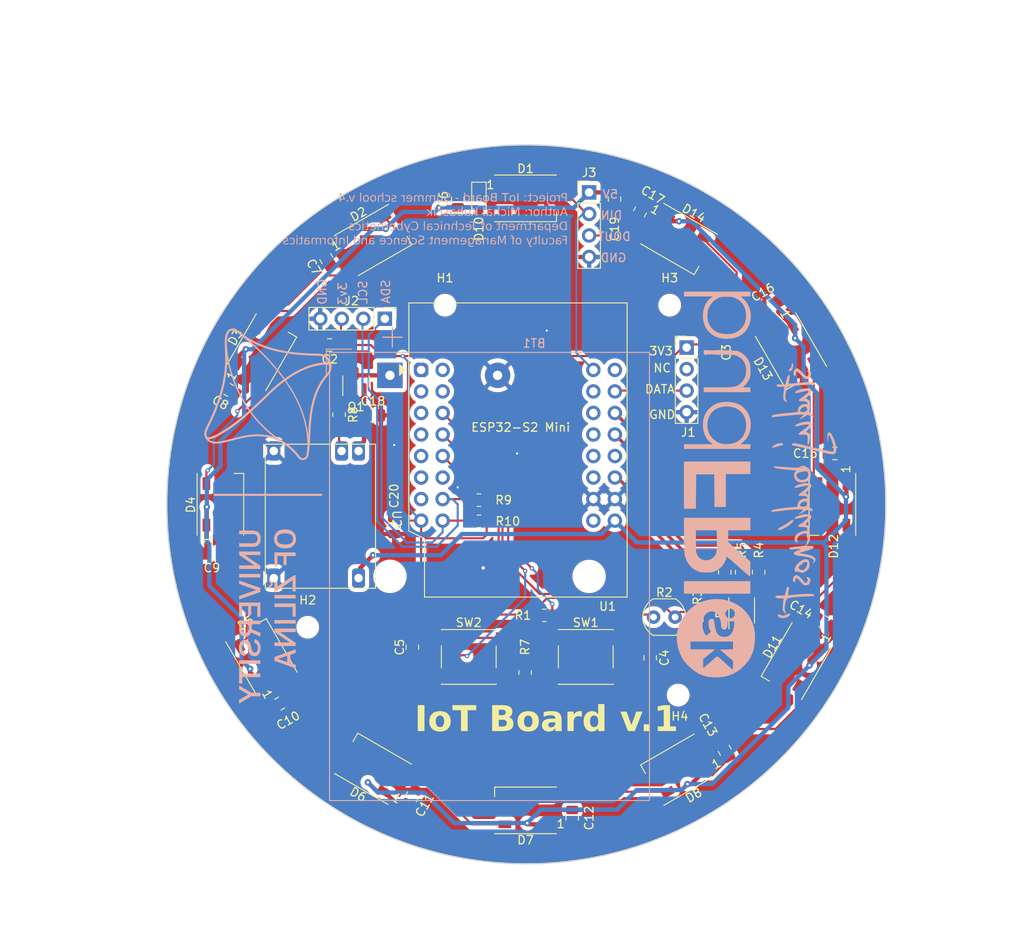
<source format=kicad_pcb>
(kicad_pcb (version 20221018) (generator pcbnew)
  (layers (0 "F.Cu" signal) (31 "B.Cu" signal) (34 "B.Paste" user) (35 "F.Paste" user) (36 "B.SilkS" user "B.Silkscreen") (37 "F.SilkS" user "F.Silkscreen") (38 "B.Mask" user) (39 "F.Mask" user) (44 "Edge.Cuts" user))
  (net 0 "")
  (net 1 "Net-(D1-VDD)")
  (net 2 "Net-(D1-DOUT)")
  (net 3 "GND")
  (net 4 "DIN")
  (net 5 "+5V")
  (net 6 "Net-(D2-DOUT)")
  (net 7 "Net-(D3-DOUT)")
  (net 8 "DIN1")
  (net 9 "Net-(D5-DOUT)")
  (net 10 "Net-(D6-DOUT)")
  (net 11 "Net-(D7-DOUT)")
  (net 12 "+3V3")
  (net 16 "DOUT")
  (net 19 "unconnected-(U1-GPIO_18-Pad29)")
  (net 20 "LED_B")
  (net 21 "LED_G")
  (net 22 "LED_R")
  (net 24 "DHT22_DATA")
  (net 25 "I2C_SDA")
  (net 26 "I2C_SCL")
  (net 27 "ADC_PHOTO")
  (net 28 "Net-(D9-BA)")
  (net 29 "Net-(D9-GA)")
  (net 30 "Net-(D9-RA)")
  (net 38 "DIN2")
  (net 39 "Net-(D11-DOUT)")
  (net 40 "Net-(D12-DOUT)")
  (net 41 "Net-(D13-DOUT)")
  (net 42 "USER_BTN1")
  (net 43 "USER_BTN2")
  (net 47 "Net-(Q1-S)")
  (net 49 "Net-(U2-EN)")
  (net 50 "Net-(BT1-+)")
  (footprint "Resistor_SMD:R_0805_2012Metric" (layer "F.Cu") (at 98.45 109.3375 -90)
    (fp_text reference "R7")
    (fp_text value "R")
  )
  (footprint "Capacitor_SMD:C_0805_2012Metric" (layer "F.Cu") (at 75.4 70.7 180)
    (fp_text reference "C2")
    (fp_text value "C")
  )
  (footprint "LED_SMD:LED_WS2812B_PLCC4_5.0x5.0mm_P3.2mm" (layer "F.Cu") (at 129.809575 71.445745 -60)
    (fp_text reference "D13")
    (fp_text value "WS2812B")
  )
  (footprint "LED_SMD:LED_WS2812B_PLCC4_5.0x5.0mm_P3.2mm" (layer "F.Cu") (at 67.291474 71.548829 60)
    (fp_text reference "D3")
    (fp_text value "WS2812B")
  )
  (footprint "Capacitor_SMD:C_0805_2012Metric" (layer "F.Cu") (at 69.5 113 30)
    (fp_text reference "C10")
    (fp_text value "C")
  )
  (footprint "Connector_PinHeader_2.54mm:PinHeader_1x04_P2.54mm_Vertical" (layer "F.Cu") (at 81.9 67.6 -90)
    (fp_text reference "J2")
    (fp_text value "OLED")
  )
  (footprint "Connector_PinHeader_2.54mm:PinHeader_1x04_P2.54mm_Vertical" (layer "F.Cu") (at 117.5 71)
    (fp_text reference "J1")
    (fp_text value "DHT22")
  )
  (footprint "LED_SMD:LED_WS2812B_PLCC4_5.0x5.0mm_P3.2mm" (layer "F.Cu") (at 116.6 120.8 -150)
    (fp_text reference "D8")
    (fp_text value "WS2812B")
  )
  (footprint "Resistor_SMD:R_0805_2012Metric" (layer "F.Cu") (at 76.5 78.9125 -90)
    (fp_text reference "R8")
    (fp_text value "R")
  )
  (footprint "LED_SMD:LED_Avago_PLCC6_3x2.8mm" (layer "F.Cu") (at 124 102 90)
    (fp_text reference "D9")
    (fp_text value "LED_RGB")
  )
  (footprint "Capacitor_SMD:C_0805_2012Metric" (layer "F.Cu") (at 61.7 95.3)
    (fp_text reference "C9")
    (fp_text value "C")
  )
  (footprint "Capacitor_SMD:C_0805_2012Metric" (layer "F.Cu") (at 85.15 106.35 -90)
    (fp_text reference "C5")
    (fp_text value "C")
  )
  (footprint "Capacitor_SMD:C_0805_2012Metric" (layer "F.Cu") (at 80.5 79)
    (fp_text reference "C18")
    (fp_text value "C")
  )
  (footprint "Capacitor_SMD:C_0805_2012Metric" (layer "F.Cu") (at 63.5 76 -30)
    (fp_text reference "C8")
    (fp_text value "C")
  )
  (footprint "LED_SMD:LED_WS2812B_PLCC4_5.0x5.0mm_P3.2mm" (layer "F.Cu") (at 67.346487 107.512207 120)
    (fp_text reference "D5")
    (fp_text value "WS2812B")
  )
  (footprint "MountingHole:MountingHole_2.2mm_M2" (layer "F.Cu") (at 89 66)
    (fp_text reference "H1")
    (fp_text value "MountingHole")
  )
  (footprint "LED_SMD:LED_WS2812B_PLCC4_5.0x5.0mm_P3.2mm" (layer "F.Cu") (at 134.7 89.5 -90)
    (fp_text reference "D12")
    (fp_text value "WS2812B")
  )
  (footprint "Resistor_SMD:R_0805_2012Metric" (layer "F.Cu") (at 122 97.5 -90)
    (fp_text reference "R6")
    (fp_text value "R")
  )
  (footprint "Capacitor_SMD:C_0805_2012Metric" (layer "F.Cu") (at 109 53.5 -90)
    (fp_text reference "C19")
    (fp_text value "C")
  )
  (footprint "LED_SMD:LED_WS2812B_PLCC4_5.0x5.0mm_P3.2mm" (layer "F.Cu") (at 130.5 108 -120)
    (fp_text reference "D11")
    (fp_text value "WS2812B")
  )
  (footprint "Package_TO_SOT_SMD:SOT-23" (layer "F.Cu") (at 78.5 75 90)
    (fp_text reference "Q1")
    (fp_text value "AO3401A")
  )
  (footprint "Capacitor_SMD:C_0805_2012Metric" (layer "F.Cu") (at 75 60.5 -60)
    (fp_text reference "C7")
    (fp_text value "C")
  )
  (footprint "Capacitor_SMD:C_0805_2012Metric" (layer "F.Cu") (at 104 126.5 90)
    (fp_text reference "C12")
    (fp_text value "C")
  )
  (footprint "LED_SMD:LED_WS2812B_PLCC4_5.0x5.0mm_P3.2mm" (layer "F.Cu") (at 98.5 125.6 180)
    (fp_text reference "D7")
    (fp_text value "WS2812B")
  )
  (footprint "LED_SMD:LED_WS2812B_PLCC4_5.0x5.0mm_P3.2mm" (layer "F.Cu") (at 80.5 120.7 150)
    (fp_text reference "D6")
    (fp_text value "WS2812B")
  )
  (footprint "BuckBoost:BuckBoost5V" (layer "F.Cu") (at 82.8 91.2 -90)
    (fp_text reference "U2")
    (fp_text value "~")
  )
  (footprint "Capacitor_SMD:C_0805_2012Metric" (layer "F.Cu") (at 112 55 -120)
    (fp_text reference "C17")
    (fp_text value "C")
  )
  (footprint "Button_Switch_SMD:SW_Push_1P1T_NO_6x6mm_H9.5mm" (layer "F.Cu") (at 105.6 107.5)
    (fp_text reference "SW1")
    (fp_text value "SW_Push")
  )
  (footprint "Resistor_SMD:R_0805_2012Metric" (layer "F.Cu") (at 93 89 180)
    (fp_text reference "R9")
    (fp_text value "R")
  )
  (footprint "MountingHole:MountingHole_2.2mm_M2" (layer "F.Cu") (at 72.8 104)
    (fp_text reference "H2")
    (fp_text value "MountingHole")
  )
  (footprint "Capacitor_SMD:C_0805_2012Metric" (layer "F.Cu") (at 90.5 53.5 90)
    (fp_text reference "C6")
    (fp_text value "C")
  )
  (footprint "Connector_PinHeader_2.54mm:PinHeader_1x04_P2.54mm_Vertical" (layer "F.Cu") (at 106 52.7)
    (fp_text reference "J3")
    (fp_text value "LED_Conn")
  )
  (footprint "OptoDevice:R_LDR_4.9x4.2mm_P2.54mm_Vertical" (layer "F.Cu") (at 113.6 102.8)
    (fp_text reference "R2")
    (fp_text value "R_Photo")
  )
  (footprint "Button_Switch_SMD:SW_Push_1P1T_NO_6x6mm_H9.5mm" (layer "F.Cu") (at 91.8 107.5)
    (fp_text reference "SW2")
    (fp_text value "SW_Push")
  )
  (footprint "Capacitor_SMD:C_0805_2012Metric" (layer "F.Cu") (at 83 92.05 -90)
    (fp_text reference "C20")
    (fp_text value "C")
  )
  (footprint "Capacitor_SMD:C_0805_2012Metric" (layer "F.Cu") (at 133.7 103.4 150)
    (fp_text reference "C14")
    (fp_text value "C")
  )
  (footprint "Wemos S2 mini:WEMOS_S2_mini_traced" (layer "F.Cu") (at 86.18 73.6375)
    (fp_text reference "U1")
    (fp_text value "~")
  )
  (footprint "MountingHole:MountingHole_2.2mm_M2" (layer "F.Cu") (at 116.5 112)
    (fp_text reference "H4")
    (fp_text value "MountingHole")
  )
  (footprint "Capacitor_SMD:C_0805_2012Metric" (layer "F.Cu") (at 122 118.5 120)
    (fp_text reference "C13")
    (fp_text value "C")
  )
  (footprint "LED_SMD:LED_WS2812B_PLCC4_5.0x5.0mm_P3.2mm" (layer "F.Cu") (at 80.543726 58.312787 30)
    (fp_text reference "D2")
    (fp_text value "WS2812B")
  )
  (footprint "Resistor_SMD:R_0805_2012Metric" (layer "F.Cu") (at 118.7 103.1 -90)
    (fp_text reference "R3")
    (fp_text value "R")
  )
  (footprint "Resistor_SMD:R_0805_2012Metric" (layer "F.Cu") (at 124 97.5 -90)
    (fp_text reference "R5")
    (fp_text value "R")
  )
  (footprint "Capacitor_SMD:C_0805_2012Metric" (layer "F.Cu") (at 85.1 124 60)
    (fp_text reference "C11")
    (fp_text value "C")
  )
  (footprint "Capacitor_SMD:C_0805_2012Metric" (layer "F.Cu") (at 135 83.5 180)
    (fp_text reference "C15")
    (fp_text value "C")
  )
  (footprint "LED_SMD:LED_WS2812B_PLCC4_5.0x5.0mm_P3.2mm" (layer "F.Cu") (at 62.5 89.5 90)
    (fp_text reference "D4")
    (fp_text value "WS2812B")
  )
  (footprint "Resistor_SMD:R_0805_2012Metric" (layer "F.Cu") (at 126 97.5 -90)
    (fp_text reference "R4")
    (fp_text value "R")
  )
  (footprint "Capacitor_SMD:C_0805_2012Metric" (layer "F.Cu") (at 120.5 71.58 -90)
    (fp_text reference "C3")
    (fp_text value "C")
  )
  (footprint "Capacitor_SMD:C_0805_2012Metric" (layer "F.Cu") (at 127.5 66 -150)
    (fp_text reference "C16")
    (fp_text value "C")
  )
  (footprint "Capacitor_SMD:C_0805_2012Metric" (layer "F.Cu") (at 113.2 107.6 -90)
    (fp_text reference "C4")
    (fp_text value "C")
  )
  (footprint "MountingHole:MountingHole_2.2mm_M2" (layer "F.Cu") (at 115.5 66)
    (fp_text reference "H3")
    (fp_text value "MountingHole")
  )
  (footprint "Resistor_SMD:R_0805_2012Metric" (layer "F.Cu") (at 93 91.5 180)
    (fp_text reference "R10")
    (fp_text value "R")
  )
  (footprint "LED_SMD:LED_WS2812B_PLCC4_5.0x5.0mm_P3.2mm" (layer "F.Cu") (at 116.6 58.2 -30)
    (fp_text reference "D14")
    (fp_text value "WS2812B")
  )
  (footprint "Diode_SMD:D_SOD-323_HandSoldering" (layer "F.Cu") (at 93 53.5 -90)
    (fp_text reference "D10")
    (fp_text value "BAS316")
  )
  (footprint "LED_SMD:LED_WS2812B_PLCC4_5.0x5.0mm_P3.2mm" (layer "F.Cu") (at 98.5 53.4)
    (fp_text reference "D1")
    (fp_text value "WS2812B")
  )
  (footprint "Resistor_SMD:R_0805_2012Metric" (layer "F.Cu") (at 100.7 102.6)
    (fp_text reference "R1")
    (fp_text value "R")
  )
  (footprint "Battery:BatteryHolder_Keystone_2479_3xAAA" (layer "B.Cu") (at 82.5 74.28 -90)
    (fp_text reference "BT1")
    (fp_text value "Battery")
  )
  (gr_poly (pts (xy 125.018336 100.040552) (xy 125.018336 98.558887) (xy 117.18667 98.558887) (xy 117.18667 100.040552)) (fill solid) (layer "B.SilkS"))
  (gr_poly (pts (xy 129.541351 73.732384) (xy 129.543734 73.742499) (xy 129.547479 73.75165) (xy 129.552517 73.759845) (xy 129.558776 73.767093) (xy 129.566188 73.773403) (xy 129.574682 73.778784) (xy 129.584189 73.783245) (xy 129.594639 73.786795) (xy 129.605963 73.789444) (xy 129.61809 73.7912) (xy 129.630951 73.792072) (xy 129.644476 73.79207) (xy 129.658595 73.791202) (xy 129.673239 73.789477) (xy 129.703821 73.783495) (xy 129.735664 73.774195) (xy 129.76821 73.761649) (xy 129.800901 73.745931) (xy 129.833178 73.727112) (xy 129.848987 73.716563) (xy 129.864483 73.705265) (xy 129.879597 73.693229) (xy 129.894259 73.680462) (xy 129.908399 73.666975) (xy 129.921947 73.652776) (xy 129.936146 73.63565) (xy 129.949632 73.616143) (xy 129.962394 73.594437) (xy 129.974423 73.570714) (xy 129.985707 73.545157) (xy 129.996237 73.517947) (xy 130.014992 73.4593) (xy 130.030605 73.396228) (xy 130.042994 73.330191) (xy 130.052075 73.262645) (xy 130.057767 73.195047) (xy 130.059985 73.128854) (xy 130.058649 73.065525) (xy 130.053674 73.006516) (xy 130.044979 72.953284) (xy 130.03921 72.92929) (xy 130.03248 72.907287) (xy 130.024779 72.887456) (xy 130.016095 72.869981) (xy 130.00642 72.855044) (xy 129.995742 72.842826) (xy 129.984051 72.833509) (xy 129.971337 72.827276) (xy 129.961084 72.824386) (xy 129.956206 72.823753) (xy 129.951493 72.823666) (xy 129.946945 72.824126) (xy 129.942563 72.825137) (xy 129.938346 72.8267) (xy 129.934295 72.828819) (xy 129.930409 72.831497) (xy 129.926688 72.834735) (xy 129.919743 72.842903) (xy 129.913459 72.853345) (xy 129.907837 72.866081) (xy 129.902876 72.881133) (xy 129.898576 72.89852) (xy 129.894938 72.918264) (xy 129.891962 72.940385) (xy 129.889647 72.964904) (xy 129.887993 72.991841) (xy 129.887001 73.021218) (xy 129.88667 73.053054) (xy 129.886087 73.085477) (xy 129.884314 73.11665) (xy 129.881322 73.146645) (xy 129.877079 73.175534) (xy 129.871555 73.203389) (xy 129.864718 73.230283) (xy 129.856537 73.256288) (xy 129.846982 73.281477) (xy 129.836021 73.305922) (xy 129.823624 73.329695) (xy 129.809759 73.352868) (xy 129.794396 73.375515) (xy 129.777503 73.397706) (xy 129.759049 73.419516) (xy 129.739004 73.441015) (xy 129.717336 73.462276) (xy 129.700317 73.478459) (xy 129.683712 73.49517) (xy 129.667603 73.512273) (xy 129.652072 73.529635) (xy 129.637203 73.54712) (xy 129.623078 73.564595) (xy 129.60978 73.581926) (xy 129.597392 73.598977) (xy 129.585996 73.615616) (xy 129.575674 73.631706) (xy 129.56651 73.647114) (xy 129.558586 73.661706) (xy 129.551986 73.675347) (xy 129.54679 73.687902) (xy 129.543083 73.699238) (xy 129.540948 73.709221) (xy 129.540398 73.721294)) (fill solid) (layer "B.SilkS"))
  (gr_poly (pts (xy 118.597781 90.021665) (xy 118.611892 87.996721) (xy 118.633059 85.964721) (xy 120.749725 85.964721) (xy 120.770892 87.890888) (xy 120.785003 89.809998) (xy 122.125559 89.809998) (xy 122.125559 85.929442) (xy 125.018336 85.929442) (xy 125.018336 84.447776) (xy 117.18667 84.447776) (xy 117.18667 90.021665)) (fill solid) (layer "B.SilkS"))
  (gr_poly (pts (xy 66.325435 93.014853) (xy 66.354435 93.013394) (xy 66.383338 93.013411) (xy 66.412093 93.014886) (xy 66.440647 93.017803) (xy 66.468949 93.022143) (xy 66.496947 93.027888) (xy 66.524588 93.035023) (xy 66.551821 93.043527) (xy 66.578594 93.053385) (xy 66.604856 93.064578) (xy 66.630553 93.077088) (xy 66.655635 93.090899) (xy 66.680049 93.105992) (xy 66.703744 93.12235) (xy 66.726668 93.139955) (xy 66.748768 93.158789) (xy 66.766255 93.178928) (xy 66.782633 93.199826) (xy 66.797886 93.221437) (xy 66.811999 93.243714) (xy 66.824954 93.266611) (xy 66.836735 93.290082) (xy 66.847325 93.31408) (xy 66.856709 93.338559) (xy 66.864869 93.363472) (xy 66.871789 93.388773) (xy 66.877453 93.414417) (xy 66.881845 93.440355) (xy 66.884946 93.466543) (xy 66.886742 93.492933) (xy 66.887216 93.51948) (xy 66.886351 93.546137) (xy 66.886588 93.564606) (xy 66.886288 93.583047) (xy 66.885455 93.601449) (xy 66.884089 93.619799) (xy 66.882194 93.638087) (xy 66.879772 93.656301) (xy 66.876826 93.67443) (xy 66.873357 93.692463) (xy 66.869368 93.710388) (xy 66.864862 93.728193) (xy 66.85984 93.745868) (xy 66.854305 93.763401) (xy 66.84826 93.780781) (xy 66.841707 93.797997) (xy 66.834648 93.815036) (xy 66.827086 93.831888) (xy 66.819233 93.846917) (xy 66.810809 93.861577) (xy 66.801828 93.875856) (xy 66.792305 93.889739) (xy 66.782254 93.903211) (xy 66.771687 93.916259) (xy 66.760621 93.928869) (xy 66.749068 93.941025) (xy 66.737042 93.952715) (xy 66.724559 93.963923) (xy 66.711631 93.974635) (xy 66.698273 93.984838) (xy 66.684498 93.994518) (xy 66.670322 94.003659) (xy 66.655758 94.012248) (xy 66.640819 94.02027) (xy 66.621879 94.028873) (xy 66.602719 94.036889) (xy 66.583353 94.044314) (xy 66.563795 94.051147) (xy 66.544058 94.057385) (xy 66.524156 94.063024) (xy 66.504103 94.068061) (xy 66.483912 94.072495) (xy 66.463598 94.076322) (xy 66.443174 94.07954) (xy 66.422653 94.082145) (xy 66.40205 94.084135) (xy 66.381377 94.085506) (xy 66.36065 94.086257) (xy 66.339882 94.086385) (xy 66.319085 94.085886) (xy 64.708302 94.085886) (xy 64.708302 94.50922) (xy 66.300034 94.50922) (xy 66.33296 94.509526) (xy 66.365843 94.508964) (xy 66.398666 94.507539) (xy 66.431411 94.505253) (xy 66.464063 94.50211) (xy 66.496604 94.498113) (xy 66.529018 94.493264) (xy 66.561289 94.487567) (xy 66.593399 94.481026) (xy 66.625331 94.473643) (xy 66.65707 94.465422) (xy 66.688598 94.456366) (xy 66.719898 94.446478) (xy 66.750954 94.435761) (xy 66.78175 94.424218) (xy 66.812268 94.411853) (xy 66.838274 94.399244) (xy 66.863654 94.385605) (xy 66.888381 94.37096) (xy 66.912428 94.355335) (xy 66.935768 94.338756) (xy 66.958375 94.321248) (xy 66.980222 94.302837) (xy 67.001283 94.283548) (xy 67.02153 94.263407) (xy 67.040937 94.242439) (xy 67.059477 94.22067) (xy 67.077123 94.198126) (xy 67.093848 94.174831) (xy 67.109627 94.150812) (xy 67.124432 94.126094) (xy 67.138236 94.100702) (xy 67.153331 94.067853) (xy 67.167389 94.034612) (xy 67.180406 94.001004) (xy 67.192375 93.967053) (xy 67.203294 93.932785) (xy 67.213155 93.898223) (xy 67.221955 93.863392) (xy 67.229687 93.828318) (xy 67.236348 93.793024) (xy 67.241932 93.757536) (xy 67.246434 93.721878) (xy 67.249848 93.686074) (xy 67.252171 93.65015) (xy 67.253396 93.61413) (xy 67.25352 93.578039) (xy 67.252536 93.541901) (xy 67.253613 93.505584) (xy 67.253552 93.469314) (xy 67.252357 93.433117) (xy 67.250033 93.397019) (xy 67.246587 93.361045) (xy 67.242024 93.325222) (xy 67.236348 93.289575) (xy 67.229566 93.254132) (xy 67.221683 93.218916) (xy 67.212704 93.183955) (xy 67.202635 93.149275) (xy 67.19148 93.114901) (xy 67.179246 93.080859) (xy 67.165937 93.047176) (xy 67.15156 93.013877) (xy 67.136119 92.980988) (xy 67.121619 92.956485) (xy 67.106155 92.932684) (xy 67.089754 92.909609) (xy 67.072444 92.887285) (xy 67.054252 92.865735) (xy 67.035206 92.844984) (xy 67.015334 92.825057) (xy 66.994662 92.805978) (xy 66.973218 92.78777) (xy 66.951029 92.770458) (xy 66.928124 92.754067) (xy 66.904529 92.738621) (xy 66.880272 92.724144) (xy 66.85538 92.710661) (xy 66.829881 92.698195) (xy 66.803802 92.686771) (xy 66.772294 92.674522) (xy 66.740519 92.663098) (xy 66.708493 92.652503) (xy 66.676232 92.64274) (xy 66.643754 92.633812) (xy 66.611073 92.625721) (xy 66.578207 92.61847) (xy 66.545171 92.612063) (xy 66.511983 92.606502) (xy 66.478658 92.601791) (xy 66.445213 92.597932) (xy 66.411663 92.594928) (xy 66.378026 92.592782) (xy 66.344318 92.591497) (xy 66.310554 92.591076) (xy 66.276751 92.591523) (xy 64.708302 92.591523) (xy 64.708302 93.014853)) (fill solid) (layer "B.SilkS"))
  (gr_poly (pts (xy 127.491308 90.306533) (xy 127.492837 90.313836) (xy 127.495439 90.320845) (xy 127.49911 90.327537) (xy 127.503848 90.333887) (xy 127.509651 90.339869) (xy 127.516516 90.34546) (xy 127.52444 90.350636) (xy 127.533421 90.35537) (xy 127.543456 90.35964) (xy 127.554543 90.363419) (xy 127.566679 90.366685) (xy 127.579861 90.369412) (xy 127.594087 90.371576) (xy 127.609355 90.373152) (xy 127.625661 90.374115) (xy 127.643003 90.374442) (xy 127.801202 90.363308) (xy 128.109552 90.332991) (xy 128.525058 90.288123) (xy 129.004725 90.233332) (xy 129.460801 90.183102) (xy 129.881819 90.143705) (xy 130.259842 90.115386) (xy 130.43025 90.105459) (xy 130.586933 90.098395) (xy 130.728899 90.094225) (xy 130.855155 90.092979) (xy 130.964709 90.09469) (xy 131.056569 90.099387) (xy 131.129743 90.107103) (xy 131.183238 90.117867) (xy 131.202297 90.124402) (xy 131.216063 90.131712) (xy 131.224414 90.139798) (xy 131.227225 90.148667) (xy 131.22647 90.155768) (xy 131.224245 90.163809) (xy 131.215622 90.182497) (xy 131.201832 90.204306) (xy 131.183349 90.228812) (xy 131.160649 90.255593) (xy 131.134208 90.284223) (xy 131.104501 90.31428) (xy 131.072003 90.345339) (xy 131.037191 90.376977) (xy 131.000538 90.40877) (xy 130.962522 90.440294) (xy 130.923616 90.471126) (xy 130.884298 90.500841) (xy 130.845041 90.529017) (xy 130.806321 90.555229) (xy 130.768615 90.579053) (xy 130.727012 90.604602) (xy 130.697728 90.623372) (xy 130.687836 90.630369) (xy 130.681178 90.635857) (xy 130.679078 90.638054) (xy 130.677807 90.639898) (xy 130.67737 90.641395) (xy 130.677774 90.642554) (xy 130.679026 90.643382) (xy 130.681131 90.643887) (xy 130.68793 90.64396) (xy 130.698222 90.642833) (xy 130.712059 90.64057) (xy 130.750575 90.63288) (xy 130.803892 90.621387) (xy 130.846886 90.606987) (xy 130.900465 90.585558) (xy 130.962642 90.558011) (xy 131.031433 90.525256) (xy 131.104855 90.488201) (xy 131.180923 90.447756) (xy 131.257652 90.40483) (xy 131.333059 90.360334) (xy 131.44468 90.292644) (xy 131.492242 90.265331) (xy 131.535464 90.242152) (xy 131.575214 90.222942) (xy 131.612359 90.207535) (xy 131.630226 90.201207) (xy 131.647768 90.195767) (xy 131.665092 90.191195) (xy 131.682308 90.187471) (xy 131.699524 90.184574) (xy 131.716849 90.182483) (xy 131.73439 90.181177) (xy 131.752257 90.180636) (xy 131.789403 90.181766) (xy 131.829152 90.185707) (xy 131.872374 90.192294) (xy 131.919938 90.201362) (xy 131.97271 90.212744) (xy 132.031559 90.226276) (xy 132.101756 90.241118) (xy 132.135645 90.247717) (xy 132.168481 90.253727) (xy 132.200075 90.259117) (xy 132.230244 90.263856) (xy 132.2588 90.267912) (xy 132.285558 90.271256) (xy 132.310332 90.273855) (xy 132.332935 90.27568) (xy 132.353182 90.276698) (xy 132.370887 90.276878) (xy 132.385862 90.276191) (xy 132.397924 90.274605) (xy 132.402803 90.273464) (xy 132.406884 90.272088) (xy 132.410144 90.270471) (xy 132.412559 90.26861) (xy 132.416112 90.263151) (xy 132.417583 90.256113) (xy 132.417084 90.247609) (xy 132.414722 90.237756) (xy 132.410609 90.226667) (xy 132.404854 90.214458) (xy 132.388857 90.18714) (xy 132.367609 90.156721) (xy 132.34199 90.124122) (xy 132.312877 90.090262) (xy 132.281149 90.05606) (xy 132.247685 90.022438) (xy 132.213364 89.990314) (xy 132.179062 89.960609) (xy 132.145661 89.934242) (xy 132.114036 89.912133) (xy 132.085068 89.895202) (xy 132.071855 89.888965) (xy 132.059635 89.884369) (xy 132.048518 89.881526) (xy 132.038614 89.880553) (xy 132.028441 89.877897) (xy 132.019074 89.869887) (xy 132.010492 89.856462) (xy 132.002675 89.837558) (xy 131.995602 89.813116) (xy 131.989252 89.783071) (xy 131.983606 89.747363) (xy 131.978641 89.705929) (xy 131.970676 89.605635) (xy 131.965191 89.481695) (xy 131.962022 89.333611) (xy 131.961002 89.160888) (xy 131.968059 88.441221) (xy 131.756392 88.30011) (xy 131.544726 88.166054) (xy 131.883393 87.834443) (xy 131.931164 87.786077) (xy 131.975263 87.738893) (xy 132.015699 87.692913) (xy 132.052478 87.64816) (xy 132.085609 87.604657) (xy 132.115099 87.562429) (xy 132.140957 87.521497) (xy 132.163189 87.481886) (xy 132.181804 87.443618) (xy 132.19681 87.406717) (xy 132.208213 87.371206) (xy 132.216023 87.337109) (xy 132.220246 87.304448) (xy 132.220891 87.273247) (xy 132.217965 87.243529) (xy 132.211475 87.215318) (xy 132.201431 87.188636) (xy 132.187839 87.163507) (xy 132.170706 87.139954) (xy 132.150042 87.118) (xy 132.125854 87.097669) (xy 132.098149 87.078984) (xy 132.066935 87.061969) (xy 132.03222 87.046645) (xy 131.994012 87.033037) (xy 131.952318 87.021169) (xy 131.907146 87.011062) (xy 131.858505 87.002741) (xy 131.806401 86.996228) (xy 131.750842 86.991548) (xy 131.691837 86.988722) (xy 131.629392 86.987775) (xy 131.525416 86.991308) (xy 131.415714 87.001487) (xy 131.302002 87.01768) (xy 131.185995 87.039259) (xy 131.069409 87.065591) (xy 130.953961 87.096048) (xy 130.841365 87.129997) (xy 130.733337 87.16681) (xy 130.631593 87.205855) (xy 130.537848 87.246502) (xy 130.453819 87.288121) (xy 130.38122 87.330081) (xy 130.349744 87.350991) (xy 130.321768 87.371751) (xy 130.297508 87.392281) (xy 130.277178 87.412501) (xy 130.260993 87.432335) (xy 130.249166 87.451702) (xy 130.241913 87.470523) (xy 130.239448 87.488721) (xy 130.242095 87.504505) (xy 130.250375 87.517425) (xy 130.264795 87.527431) (xy 130.28586 87.534471) (xy 130.314077 87.538493) (xy 130.349953 87.539446) (xy 130.393993 87.537277) (xy 130.446705 87.531935) (xy 130.580168 87.511527) (xy 130.754393 87.477806) (xy 130.973432 87.43036) (xy 131.241337 87.368775) (xy 131.353054 87.346341) (xy 131.459067 87.326883) (xy 131.556976 87.310733) (xy 131.644385 87.29822) (xy 131.683403 87.293432) (xy 131.718896 87.289677) (xy 131.750565 87.286997) (xy 131.77811 87.285433) (xy 131.801232 87.285026) (xy 131.81963 87.285819) (xy 131.833006 87.287851) (xy 131.837716 87.289346) (xy 131.841059 87.291166) (xy 131.846362 87.298678) (xy 131.849086 87.307942) (xy 131.849299 87.318887) (xy 131.847067 87.331446) (xy 131.83554 87.361131) (xy 131.815041 87.396448) (xy 131.786109 87.43685) (xy 131.749281 87.48179) (xy 131.705094 87.530719) (xy 131.654086 87.583089) (xy 131.596794 87.638354) (xy 131.533756 87.695964) (xy 131.465508 87.755373) (xy 131.392589 87.816032) (xy 131.315536 87.877395) (xy 131.234887 87.938912) (xy 131.151177 88.000037) (xy 131.064947 88.060221) (xy 131.023306 88.089377) (xy 130.983174 88.118512) (xy 130.944737 88.14744) (xy 130.908182 88.175976) (xy 130.873693 88.203933) (xy 130.841457 88.231125) (xy 130.811661 88.257366) (xy 130.784489 88.282471) (xy 130.760129 88.306252) (xy 130.738766 88.328525) (xy 130.720587 88.349103) (xy 130.705776 88.367799) (xy 130.699693 88.376384) (xy 130.694521 88.384429) (xy 130.690285 88.39191) (xy 130.687007 88.398805) (xy 130.684712 88.405091) (xy 130.683421 88.410743) (xy 130.683159 88.415739) (xy 130.683948 88.420055) (xy 130.685744 88.424643) (xy 130.688475 88.429147) (xy 130.696681 88.437887) (xy 130.708442 88.446255) (xy 130.723635 88.45423) (xy 130.742135 88.461792) (xy 130.763819 88.468919) (xy 130.788561 88.475592) (xy 130.816239 88.48179) (xy 130.846728 88.487492) (xy 130.879905 88.492676) (xy 130.953823 88.501413) (xy 131.037001 88.507834) (xy 131.128448 88.511776) (xy 131.21068 88.51237) (xy 131.285585 88.514215) (xy 131.320377 88.515635) (xy 131.353442 88.517403) (xy 131.384814 88.51953) (xy 131.414529 88.522028) (xy 131.442621 88.524909) (xy 131.469125 88.528183) (xy 131.494076 88.531863) (xy 131.517509 88.53596) (xy 131.53946 88.540487) (xy 131.559962 88.545453) (xy 131.57905 88.550872) (xy 131.59676 88.556755) (xy 131.613127 88.563113) (xy 131.628185 88.569958) (xy 131.641969 88.577302) (xy 131.654514 88.585157) (xy 131.665855 88.593533) (xy 131.676027 88.602442) (xy 131.685064 88.611897) (xy 131.693002 88.621909) (xy 131.699876 88.632489) (xy 131.70572 88.643649) (xy 131.710569 88.655401) (xy 131.714458 88.667756) (xy 131.717423 88.680726) (xy 131.719497 88.694323) (xy 131.720716 88.708558) (xy 131.721114 88.723443) (xy 131.720201 88.735016) (xy 131.717449 88.745918) (xy 131.715376 88.751114) (xy 131.712836 88.756138) (xy 131.706342 88.765665) (xy 131.697946 88.77449) (xy 131.687628 88.782601) (xy 131.675367 88.789989) (xy 131.661142 88.796644) (xy 131.644933 88.802554) (xy 131.626719 88.807709) (xy 131.606479 88.8121) (xy 131.584193 88.815716) (xy 131.559839 88.818546) (xy 131.533398 88.82058) (xy 131.504849 88.821809) (xy 131.47417 88.82222) (xy 131.458873 88.822573) (xy 131.458873 89.155258) (xy 131.486534 89.15617) (xy 131.512975 89.159123) (xy 131.538093 89.164102) (xy 131.561785 89.171092) (xy 131.583948 89.180075) (xy 131.604477 89.191039) (xy 131.62327 89.203966) (xy 131.640223 89.218841) (xy 131.655234 89.235648) (xy 131.668197 89.254373) (xy 131.679012 89.275) (xy 131.687573 89.297513) (xy 131.693777 89.321897) (xy 131.697522 89.348135) (xy 131.698704 89.376214) (xy 131.697219 89.406116) (xy 131.692964 89.437828) (xy 131.685836 89.471332) (xy 131.672145 89.520392) (xy 131.657338 89.564501) (xy 131.641126 89.603836) (xy 131.632402 89.621767) (xy 131.623218 89.638571) (xy 131.613538 89.654268) (xy 131.603326 89.668882) (xy 131.592545 89.682434) (xy 131.58116 89.694946) (xy 131.569134 89.70644) (xy 131.556431 89.716938) (xy 131.543015 89.726462) (xy 131.52885 89.735033) (xy 131.513899 89.742675) (xy 131.498127 89.749408) (xy 131.481496 89.755255) (xy 131.463972 89.760237) (xy 131.445517 89.764378) (xy 131.426096 89.767698) (xy 131.384211 89.771965) (xy 131.338026 89.773213) (xy 131.287252 89.77162) (xy 131.2316 89.76736) (xy 131.17078 89.76061) (xy 131.141098 89.756333) (xy 131.112913 89.751444) (xy 131.086231 89.745954) (xy 131.061061 89.739871) (xy 131.03741 89.733203) (xy 131.015286 89.725961) (xy 130.994697 89.718153) (xy 130.97565 89.709788) (xy 130.958154 89.700876) (xy 130.942216 89.691424) (xy 130.927843 89.681443) (xy 130.915045 89.670941) (xy 130.903827 89.659928) (xy 130.894198 89.648412) (xy 130.886167 89.636403) (xy 130.879739 89.623909) (xy 130.874924 89.61094) (xy 130.87173 89.597504) (xy 130.870162 89.583611) (xy 130.870231 89.56927) (xy 130.871943 89.554489) (xy 130.875306 89.539278) (xy 130.880327 89.523646) (xy 130.887015 89.507602) (xy 130.895378 89.491155) (xy 130.905422 89.474314) (xy 130.917157 89.457088) (xy 130.930589 89.439486) (xy 130.945726 89.421517) (xy 130.962576 89.40319) (xy 130.981147 89.384514) (xy 131.001447 89.365499) (xy 131.03533 89.336206) (xy 131.069439 89.309171) (xy 131.103673 89.28438) (xy 131.137928 89.261815) (xy 131.1721 89.241462) (xy 131.206086 89.223306) (xy 131.239782 89.20733) (xy 131.273086 89.193519) (xy 131.305894 89.181858) (xy 131.338102 89.172332) (xy 131.369607 89.164924) (xy 131.400307 89.159619) (xy 131.430096 89.156403) (xy 131.458873 89.155258) (xy 131.458873 88.822573) (xy 131.428808 88.823266) (xy 131.384038 88.826368) (xy 131.339917 88.831476) (xy 131.2965 88.838536) (xy 131.253843 88.847499) (xy 131.212 88.858311) (xy 131.171029 88.870922) (xy 131.130984 88.885279) (xy 131.09192 88.901332) (xy 131.053894 88.919028) (xy 131.016961 88.938315) (xy 130.981177 88.959143) (xy 130.946597 88.981458) (xy 130.913276 89.00521) (xy 130.88127 89.030348) (xy 130.850635 89.056818) (xy 130.821426 89.08457) (xy 130.7937 89.113552) (xy 130.76751 89.143712) (xy 130.742914 89.174999) (xy 130.719966 89.20736) (xy 130.698722 89.240745) (xy 130.679237 89.275101) (xy 130.661568 89.310378) (xy 130.645769 89.346522) (xy 130.631897 89.383483) (xy 130.620006 89.421208) (xy 130.610153 89.459647) (xy 130.602393 89.498747) (xy 130.596781 89.538457) (xy 130.593373 89.578725) (xy 130.592225 89.6195) (xy 130.591823 89.649319) (xy 130.590006 89.675489) (xy 130.585853 89.698332) (xy 130.578444 89.718167) (xy 130.56686 89.735315) (xy 130.550181 89.750096) (xy 130.527486 89.762831) (xy 130.497857 89.773839) (xy 130.460372 89.783442) (xy 130.414113 89.79196) (xy 130.35816 89.799713) (xy 130.291592 89.807022) (xy 130.122934 89.821587) (xy 129.90078 89.838219) (xy 129.560336 89.866938) (xy 129.201288 89.903925) (xy 128.840752 89.946865) (xy 128.495843 89.993443) (xy 128.183676 90.041344) (xy 127.921366 90.088252) (xy 127.814257 90.11061) (xy 127.726029 90.131853) (xy 127.658824 90.151689) (xy 127.61478 90.169831) (xy 127.598801 90.178488) (xy 127.583936 90.187244) (xy 127.570182 90.196076) (xy 127.557536 90.204957) (xy 127.545997 90.213865) (xy 127.53556 90.222774) (xy 127.526224 90.231659) (xy 127.517987 90.240497) (xy 127.510845 90.249263) (xy 127.504795 90.257931) (xy 127.499837 90.266478) (xy 127.495966 90.274879) (xy 127.49318 90.28311) (xy 127.491477 90.291145) (xy 127.490854 90.298961)) (fill solid) (layer "B.SilkS"))
  (gr_poly (pts (xy 74.5 88.5) (xy 74.5 88.256586) (xy 61.706868 88.256586) (xy 61.706868 88.5)) (fill solid) (layer "B.SilkS"))
  (gr_poly (pts (xy 128.123437 75.509734) (xy 128.125716 75.529747) (xy 128.130083 75.547403) (xy 128.137002 75.562847) (xy 128.141565 75.569785) (xy 128.14694 75.576224) (xy 128.153185 75.582183) (xy 128.16036 75.587679) (xy 128.177728 75.597357) (xy 128.19951 75.605401) (xy 128.22617 75.611957) (xy 128.258173 75.617169) (xy 128.295985 75.621183) (xy 128.34007 75.624142) (xy 128.390894 75.626192) (xy 128.448921 75.627477) (xy 128.588448 75.628331) (xy 128.668081 75.628449) (xy 128.73802 75.628938) (xy 128.798823 75.630006) (xy 128.851047 75.631859) (xy 128.874116 75.633145) (xy 128.895251 75.634705) (xy 128.914519 75.636564) (xy 128.931992 75.638749) (xy 128.947739 75.641286) (xy 128.96183 75.6442) (xy 128.974335 75.647516) (xy 128.985322 75.651262) (xy 128.994863 75.655462) (xy 129.003027 75.660144) (xy 129.009883 75.665331) (xy 129.015501 75.671051) (xy 129.019952 75.677329) (xy 129.023305 75.68419) (xy 129.025629 75.691662) (xy 129.026994 75.699769) (xy 129.027471 75.708538) (xy 129.027129 75.717994) (xy 129.026037 75.728163) (xy 129.024266 75.739071) (xy 129.021885 75.750744) (xy 129.018964 75.763207) (xy 129.011781 75.790609) (xy 129.000605 75.833425) (xy 128.98852 75.896332) (xy 128.975938 75.976272) (xy 128.963274 76.070186) (xy 128.95094 76.175013) (xy 128.939351 76.287695) (xy 128.928919 76.405173) (xy 128.920057 76.524387) (xy 128.908758 76.707597) (xy 128.904865 76.783302) (xy 128.902419 76.849714) (xy 128.901803 76.879743) (xy 128.901626 76.907818) (xy 128.901915 76.93406) (xy 128.902694 76.958593) (xy 128.903991 76.98154) (xy 128.905829 77.003023) (xy 128.908237 77.023165) (xy 128.911238 77.042089) (xy 128.91486 77.059917) (xy 128.919128 77.076772) (xy 128.924067 77.092778) (xy 128.929704 77.108056) (xy 128.936065 77.122729) (xy 128.943174 77.13692) (xy 128.951059 77.150753) (xy 128.959745 77.164349) (xy 128.969258 77.177831) (xy 128.979624 77.191322) (xy 128.990868 77.204945) (xy 129.003016 77.218823) (xy 129.030129 77.247832) (xy 129.061169 77.279332) (xy 129.107955 77.324813) (xy 129.15037 77.363379) (xy 129.18834 77.395061) (xy 129.205636 77.408331) (xy 129.221794 77.419892) (xy 129.236804 77.429747) (xy 129.250658 77.437901) (xy 129.263347 77.444357) (xy 129.274862 77.44912) (xy 129.285193 77.452193) (xy 129.294332 77.453579) (xy 129.302269 77.453284) (xy 129.308996 77.451311) (xy 129.314504 77.447663) (xy 129.318782 77.442345) (xy 129.321823 77.43536) (xy 129.323617 77.426713) (xy 129.324156 77.416406) (xy 129.32343 77.404445) (xy 129.32143 77.390833) (xy 129.318147 77.375574) (xy 129.313572 77.358671) (xy 129.307696 77.340129) (xy 129.292005 77.298141) (xy 129.271002 77.249643) (xy 129.244614 77.194664) (xy 129.224677 77.153721) (xy 129.207159 77.115166) (xy 129.191997 77.078408) (xy 129.179129 77.04286) (xy 129.168494 77.007932) (xy 129.16003 76.973035) (xy 129.153674 76.93758) (xy 129.149364 76.900977) (xy 129.147038 76.862639) (xy 129.146635 76.821974) (xy 129.148093 76.778396) (xy 129.151349 76.731313) (xy 129.156341 76.680138) (xy 129.163007 76.624281) (xy 129.181115 76.496165) (xy 129.19942 76.389603) (xy 129.217426 76.291899) (xy 129.235328 76.202648) (xy 129.253323 76.121449) (xy 129.271608 76.047898) (xy 129.28092 76.013864) (xy 129.290379 75.981592) (xy 129.300007 75.95103) (xy 129.309831 75.922128) (xy 129.319875 75.894836) (xy 129.330163 75.869103) (xy 129.340719 75.844879) (xy 129.351569 75.822113) (xy 129.362736 75.800756) (xy 129.374246 75.780757) (xy 129.386123 75.762065) (xy 129.398391 75.74463) (xy 129.411075 75.728401) (xy 129.4242 75.713329) (xy 129.43779 75.699363) (xy 129.451869 75.686452) (xy 129.466463 75.674546) (xy 129.481596 75.663596) (xy 129.497291 75.653549) (xy 129.513575 75.644356) (xy 129.53047 75.635967) (xy 129.548003 75.628331) (xy 129.617897 75.607654) (xy 129.726156 75.585612) (xy 130.0366 75.539255) (xy 130.437003 75.492898) (xy 130.885031 75.450179) (xy 131.33835 75.414736) (xy 131.754628 75.390207) (xy 132.091531 75.38023) (xy 132.216987 75.381835) (xy 132.306725 75.388443) (xy 132.365249 75.397018) (xy 132.416734 75.404125) (xy 132.461584 75.40962) (xy 132.500202 75.413358) (xy 132.5173 75.414522) (xy 132.53299 75.415194) (xy 132.547325 75.415354) (xy 132.560353 75.414984) (xy 132.572126 75.414066) (xy 132.582693 75.412582) (xy 132.592105 75.410515) (xy 132.600413 75.407845) (xy 132.607666 75.404556) (xy 132.613916 75.400628) (xy 132.619212 75.396044) (xy 132.623605 75.390785) (xy 132.627145 75.384834) (xy 132.629884 75.378173) (xy 132.63187 75.370783) (xy 132.633155 75.362646) (xy 132.633788 75.353744) (xy 132.633821 75.34406) (xy 132.633304 75.333574) (xy 132.632287 75.32227) (xy 132.628954 75.297131) (xy 132.624225 75.268499) (xy 132.62 75.241012) (xy 132.614896 75.216615) (xy 132.608366 75.195092) (xy 132.599861 75.176225) (xy 132.588835 75.159797) (xy 132.582205 75.15243) (xy 132.57474 75.145591) (xy 132.56637 75.139253) (xy 132.557027 75.13339) (xy 132.535149 75.122977) (xy 132.508558 75.114135) (xy 132.476706 75.106648) (xy 132.439046 75.100297) (xy 132.39503 75.094865) (xy 132.34411 75.090137) (xy 132.285738 75.085894) (xy 132.144448 75.077998) (xy 132.030387 75.075283) (xy 131.882841 75.077447) (xy 131.708009 75.084075) (xy 131.512093 75.094755) (xy 131.301295 75.109073) (xy 131.081815 75.126615) (xy 130.859854 75.146969) (xy 130.641614 75.16972) (xy 130.231841 75.212826) (xy 130.051387 75.230368) (xy 129.892843 75.244686) (xy 129.760427 75.255366) (xy 129.658356 75.261994) (xy 129.590845 75.264158) (xy 129.571368 75.263436) (xy 129.562113 75.261443) (xy 129.559877 75.255281) (xy 129.558448 75.244893) (xy 129.557925 75.212385) (xy 129.560378 75.165821) (xy 129.565642 75.107102) (xy 129.573552 75.038132) (xy 129.583943 74.96081) (xy 129.596649 74.877039) (xy 129.611504 74.78872) (xy 129.622666 74.728907) (xy 129.63234 74.673682) (xy 129.640525 74.622839) (xy 129.647223 74.576172) (xy 129.652432 74.533473) (xy 129.656152 74.494537) (xy 129.658385 74.459156) (xy 129.659129 74.427123) (xy 129.658943 74.412298) (xy 129.658385 74.398233) (xy 129.657454 74.384901) (xy 129.656152 74.372277) (xy 129.654478 74.360336) (xy 129.652432 74.349051) (xy 129.650013 74.338396) (xy 129.647223 74.328345) (xy 129.64406 74.318874) (xy 129.640525 74.309955) (xy 129.636619 74.301564) (xy 129.63234 74.293674) (xy 129.627689 74.286259) (xy 129.622666 74.279294) (xy 129.617271 74.272752) (xy 129.611504 74.266609) (xy 129.590802 74.248309) (xy 129.570907 74.235962) (xy 129.561203 74.232124) (xy 129.551631 74.229898) (xy 129.542168 74.229326) (xy 129.53279 74.23045) (xy 129.523474 74.233309) (xy 129.514196 74.237946) (xy 129.504935 74.244402) (xy 129.495665 74.252719) (xy 129.47701 74.275098) (xy 129.458044 74.305415) (xy 129.438583 74.344) (xy 129.418439 74.391184) (xy 129.397428 74.447298) (xy 129.375362 74.512672) (xy 129.352056 74.587637) (xy 129.327323 74.672524) (xy 129.272835 74.873387) (xy 129.145836 75.353165) (xy 128.722503 75.346109) (xy 128.550744 75.342031) (xy 128.396183 75.339936) (xy 128.207448 75.339055) (xy 128.20348 75.33988) (xy 128.19952 75.341028) (xy 128.195576 75.342492) (xy 128.191655 75.344263) (xy 128.183914 75.348697) (xy 128.176359 75.354268) (xy 128.169052 75.360913) (xy 128.162055 75.368572) (xy 128.15543 75.377181) (xy 128.149239 75.386679) (xy 128.143545 75.397004) (xy 128.138408 75.408094) (xy 128.133892 75.419886) (xy 128.130057 75.43232) (xy 128.126967 75.445332) (xy 128.124683 75.458861) (xy 128.123267 75.472844) (xy 128.122781 75.48722)) (fill solid) (layer "B.SilkS"))
  (gr_poly (pts (xy 117.191741 93.781725) (xy 117.197832 94.14532) (xy 117.206072 94.479894) (xy 117.216297 94.775773) (xy 117.228341 95.023283) (xy 117.242039 95.21275) (xy 117.249456 95.282694) (xy 117.257225 95.334501) (xy 117.289356 95.50428) (xy 117.330054 95.66946) (xy 117.379125 95.829741) (xy 117.43637 95.984824) (xy 117.501594 96.134408) (xy 117.574601 96.278194) (xy 117.655194 96.415882) (xy 117.743176 96.547173) (xy 117.838352 96.671766) (xy 117.940525 96.789362) (xy 118.049499 96.899662) (xy 118.165077 97.002366) (xy 118.287063 97.097173) (xy 118.350397 97.141522) (xy 118.41526 97.183784) (xy 118.481626 97.223922) (xy 118.549472 97.2619) (xy 118.618773 97.297678) (xy 118.689503 97.33122) (xy 118.824275 97.39268) (xy 118.885274 97.418222) (xy 118.943503 97.440581) (xy 119.000078 97.459963) (xy 119.056116 97.476575) (xy 119.112733 97.490624) (xy 119.171045 97.502317) (xy 119.232167 97.51186) (xy 119.297218 97.51946) (xy 119.367312 97.525324) (xy 119.443565 97.529657) (xy 119.619017 97.534563) (xy 119.832503 97.535831) (xy 120.041854 97.534315) (xy 120.132392 97.532203) (xy 120.214826 97.528996) (xy 120.290149 97.524548) (xy 120.359354 97.518716) (xy 120.423433 97.511354) (xy 120.483378 97.502317) (xy 120.54018 97.491462) (xy 120.594833 97.478642) (xy 120.648329 97.463715) (xy 120.701659 97.446534) (xy 120.755816 97.426956) (xy 120.811792 97.404835) (xy 120.870579 97.380027) (xy 120.933169 97.352387) (xy 120.97379 97.331502) (xy 121.016044 97.308675) (xy 121.104046 97.258018) (xy 121.194363 97.20207) (xy 121.284183 97.142484) (xy 121.328029 97.111843) (xy 121.370697 97.080913) (xy 121.411835 97.049901) (xy 121.451092 97.019012) (xy 121.488116 96.988454) (xy 121.522557 96.958433) (xy 121.554062 96.929156) (xy 121.582281 96.900831) (xy 121.634521 96.844207) (xy 121.687659 96.780887) (xy 121.741108 96.711944) (xy 121.794278 96.638453) (xy 121.84658 96.56149) (xy 121.897424 96.482129) (xy 121.946222 96.401445) (xy 121.992385 96.320512) (xy 122.035323 96.240407) (xy 122.074447 96.162203) (xy 122.109169 96.086976) (xy 122.138898 96.015801) (xy 122.163046 95.949751) (xy 122.181025 95.889903) (xy 122.192244 95.837331) (xy 122.195134 95.814109) (xy 122.196114 95.79311) (xy 122.19628 95.780056) (xy 122.196776 95.767396) (xy 122.197602 95.75519) (xy 122.19876 95.743501) (xy 122.200248 95.732391) (xy 122.202067 95.721921) (xy 122.203101 95.716946) (xy 122.204217 95.712155) (xy 122.205416 95.707554) (xy 122.206697 95.703153) (xy 122.208062 95.698958) (xy 122.209509 95.694977) (xy 122.211038 95.691219) (xy 122.21265 95.687691) (xy 122.214345 95.6844) (xy 122.216123 95.681355) (xy 122.217983 95.678564) (xy 122.219926 95.676033) (xy 122.221952 95.67377) (xy 122.22406 95.671785) (xy 122.226251 95.670083) (xy 122.228525 95.668674) (xy 122.230882 95.667564) (xy 122.233321 95.666762) (xy 122.235843 95.666275) (xy 122.238447 95.666111) (xy 122.272925 95.689799) (xy 122.356848 95.757722) (xy 122.651197 96.007423) (xy 123.077838 96.377508) (xy 123.593114 96.830277) (xy 123.857394 97.06464) (xy 124.106626 97.283045) (xy 124.335022 97.48078) (xy 124.536795 97.653131) (xy 124.706156 97.795386) (xy 124.837317 97.902831) (xy 124.924492 97.970755) (xy 124.949775 97.988423) (xy 124.961892 97.994443) (xy 124.967176 97.989889) (xy 124.97242 97.976529) (xy 124.982617 97.925211) (xy 124.992153 97.844127) (xy 125.000697 97.736915) (xy 125.007918 97.607214) (xy 125.013486 97.458661) (xy 125.017068 97.294895) (xy 125.018336 97.119553) (xy 125.018336 96.23761) (xy 123.713058 95.094608) (xy 122.407781 93.958667) (xy 122.407781 92.561664) (xy 125.018336 92.561664) (xy 125.018336 91.079999) (xy 118.597781 91.079999) (xy 118.597781 92.561664) (xy 121.067225 92.561664) (xy 121.067225 93.789331) (xy 121.065627 94.052922) (xy 121.061051 94.3013) (xy 121.053831 94.530495) (xy 121.044295 94.736539) (xy 121.032774 94.915464) (xy 121.0196 95.0633) (xy 121.005103 95.176079) (xy 120.997462 95.218082) (xy 120.989614 95.249833) (xy 120.954742 95.341852) (xy 120.913878 95.428708) (xy 120.867394 95.510366) (xy 120.815664 95.58679) (xy 120.75906 95.657942) (xy 120.697957 95.723787) (xy 120.632727 95.784289) (xy 120.563745 95.839411) (xy 120.491382 95.889118) (xy 120.416014 95.933373) (xy 120.338012 95.972139) (xy 120.257751 96.005382) (xy 120.175604 96.033064) (xy 120.091944 96.05515) (xy 120.007145 96.071603) (xy 119.921579 96.082387) (xy 119.835621 96.087466) (xy 119.749643 96.086804) (xy 119.664019 96.080364) (xy 119.579123 96.068111) (xy 119.495327 96.050008) (xy 119.413005 96.026019) (xy 119.332531 95.996108) (xy 119.254278 95.960238) (xy 119.178619 95.918374) (xy 119.105927 95.87048) (xy 119.036576 95.816519) (xy 118.970939 95.756454) (xy 118.90939 95.690251) (xy 118.852302 95.617872) (xy 118.800049 95.539282) (xy 118.753003 95.454444) (xy 118.705819 95.351766) (xy 118.686278 95.302003) (xy 118.669218 95.250824) (xy 118.654473 95.19638) (xy 118.641878 95.136819) (xy 118.631267 95.070293) (xy 118.622475 94.99495) (xy 118.609687 94.810417) (xy 118.60219 94.56842) (xy 118.598663 94.254159) (xy 118.597781 93.852832) (xy 118.597781 92.561664) (xy 118.597781 91.079999) (xy 117.18667 91.079999) (xy 117.18667 93.006165)) (fill solid) (layer "B.SilkS"))
  (gr_poly (pts (xy 127.971197 100.426405) (xy 127.974382 100.440067) (xy 127.979873 100.453263) (xy 127.987651 100.465985) (xy 127.997696 100.47822) (xy 128.00999 100.489959) (xy 128.024511 100.501192) (xy 128.060163 100.522097) (xy 128.104496 100.540852) (xy 128.157356 100.557374) (xy 128.218587 100.571582) (xy 128.288035 100.583392) (xy 128.365544 100.592721) (xy 128.45096 100.599487) (xy 128.544127 100.603607) (xy 128.644891 100.604999) (xy 128.697439 100.605185) (xy 128.744138 100.605826) (xy 128.785255 100.607046) (xy 128.803805 100.607911) (xy 128.82106 100.608968) (xy 128.837055 100.610231) (xy 128.851822 100.611717) (xy 128.865395 100.613441) (xy 128.877808 100.615417) (xy 128.889095 100.617663) (xy 128.899288 100.620192) (xy 128.908423 100.623021) (xy 128.916531 100.626166) (xy 128.923647 100.629641) (xy 128.929805 100.633462) (xy 128.935038 100.637646) (xy 128.939379 100.642206) (xy 128.942862 100.647159) (xy 128.945522 100.652521) (xy 128.94739 100.658306) (xy 128.948502 100.66453) (xy 128.94889 100.671209) (xy 128.948588 100.678359) (xy 128.947629 100.685994) (xy 128.946048 100.69413) (xy 128.943878 100.702783) (xy 128.941153 100.711969) (xy 128.937905 100.721702) (xy 128.93417 100.731998) (xy 128.9288 100.746902) (xy 128.923297 100.767552) (xy 128.912011 100.824603) (xy 128.900559 100.900174) (xy 128.889191 100.99129) (xy 128.878153 101.094973) (xy 128.867693 101.208248) (xy 128.85806 101.328137) (xy 128.849502 101.451664) (xy 128.838285 101.650018) (xy 128.834588 101.731057) (xy 128.832525 101.801575) (xy 128.832189 101.833257) (xy 128.832363 101.86275) (xy 128.833079 101.890202) (xy 128.834371 101.91576) (xy 128.836273 101.939571) (xy 128.838819 101.961783) (xy 128.842041 101.982542) (xy 128.845974 102.001997) (xy 128.850651 102.020295) (xy 128.856106 102.037582) (xy 128.862373 102.054006) (xy 128.869484 102.069715) (xy 128.877473 102.084855) (xy 128.886375 102.099574) (xy 128.896222 102.114019) (xy 128.907049 102.128337) (xy 128.918889 102.142676) (xy 128.931775 102.157183) (xy 128.945741 102.172005) (xy 128.96082 102.18729) (xy 128.994455 102.219836) (xy 129.032947 102.256) (xy 129.114775 102.333886) (xy 129.147762 102.36359) (xy 129.175602 102.386968) (xy 129.198398 102.403897) (xy 129.207937 102.409905) (xy 129.216254 102.414253) (xy 129.223362 102.416928) (xy 129.229273 102.417912) (xy 129.234001 102.417191) (xy 129.237559 102.41475) (xy 129.239959 102.410572) (xy 129.241214 102.404642) (xy 129.241338 102.396945) (xy 129.240342 102.387465) (xy 129.235047 102.363094) (xy 129.225432 102.331407) (xy 129.2116 102.292278) (xy 129.193655 102.245583) (xy 129.145836 102.129001) (xy 129.129705 102.090221) (xy 129.115671 102.05292) (xy 129.103684 102.016589) (xy 129.093691 101.980723) (xy 129.085642 101.944817) (xy 129.079483 101.908362) (xy 129.075165 101.870853) (xy 129.072635 101.831783) (xy 129.071841 101.790647) (xy 129.072731 101.746937) (xy 129.075255 101.700147) (xy 129.07936 101.64977) (xy 129.092107 101.536233) (xy 129.110559 101.402274) (xy 129.133331 101.261672) (xy 129.154821 101.138009) (xy 129.176229 101.030035) (xy 129.198753 100.936499) (xy 129.210808 100.894755) (xy 129.223592 100.856151) (xy 129.237254 100.820531) (xy 129.251945 100.78774) (xy 129.267814 100.75762) (xy 129.285011 100.730016) (xy 129.303686 100.704771) (xy 129.323989 100.681728) (xy 129.346069 100.660732) (xy 129.370077 100.641626) (xy 129.396163 100.624253) (xy 129.424475 100.608458) (xy 129.455165 100.594084) (xy 129.488382 100.580975) (xy 129.524275 100.568974) (xy 129.562996 100.557926) (xy 129.649516 100.53806) (xy 129.749141 100.520127) (xy 129.86307 100.502875) (xy 129.992502 100.485056) (xy 130.140587 100.466604) (xy 130.315956 100.448565) (xy 130.722753 100.415381) (xy 131.1613 100.388812) (xy 131.580002 100.372165) (xy 131.73604 100.367087) (xy 131.874145 100.362298) (xy 131.995404 100.357592) (xy 132.100902 100.352762) (xy 132.148079 100.350236) (xy 132.191723 100.347601) (xy 132.231969 100.344832) (xy 132.268953 100.341903) (xy 132.302811 100.338788) (xy 132.333678 100.335461) (xy 132.36169 100.331896) (xy 132.386983 100.328067) (xy 132.409691 100.32395) (xy 132.429951 100.319517) (xy 132.447899 100.314742) (xy 132.46367 100.309601) (xy 132.470782 100.306885) (xy 132.4774 100.304068) (xy 132.483542 100.301145) (xy 132.489224 100.298115) (xy 132.494464 100.294974) (xy 132.499279 100.291719) (xy 132.503684 100.288345) (xy 132.507699 100.284852) (xy 132.511338 100.281234) (xy 132.51462 100.277488) (xy 132.517561 100.273613) (xy 132.520179 100.269603) (xy 132.522489 100.265457) (xy 132.52451 100.26117) (xy 132.526257 100.256741) (xy 132.527749 100.252164) (xy 132.530033 100.242558) (xy 132.531496 100.232327) (xy 132.532274 100.221444) (xy 132.532503 100.209885) (xy 132.531639 100.188609) (xy 132.528562 100.169648) (xy 132.52255 100.152836) (xy 132.51288 100.138009) (xy 132.498828 100.125) (xy 132.479669 100.113645) (xy 132.454682 100.103779) (xy 132.423142 100.095235) (xy 132.384327 100.087848) (xy 132.337511 100.081454) (xy 132.281973 100.075887) (xy 132.216988 100.070981) (xy 132.055785 100.062493) (xy 131.848115 100.054667) (xy 131.694381 100.053964) (xy 131.517827 100.056981) (xy 131.324736 100.063471) (xy 131.121392 100.073186) (xy 130.91408 100.085878) (xy 130.709083 100.101298) (xy 130.512684 100.119198) (xy 130.331168 100.139331) (xy 130.163089 100.159437) (xy 130.00518 100.177145) (xy 129.860996 100.192042) (xy 129.734093 100.203714) (xy 129.628025 100.211748) (xy 129.546349 100.21573) (xy 129.515769 100.216072) (xy 129.49262 100.215247) (xy 129.477346 100.213202) (xy 129.472801 100.211705) (xy 129.470392 100.209885) (xy 129.468236 100.205045) (xy 129.46703 100.195968) (xy 129.467305 100.16601) (xy 129.470888 100.121831) (xy 129.477447 100.065249) (xy 129.486652 99.998083) (xy 129.498173 99.922153) (xy 129.526836 99.751276) (xy 129.536841 99.699606) (xy 129.545688 99.650458) (xy 129.553377 99.603874) (xy 129.559909 99.559893) (xy 129.565283 99.518559) (xy 129.5695 99.479912) (xy 129.572559 99.443994) (xy 129.574461 99.410845) (xy 129.575205 99.380507) (xy 129.574792 99.353023) (xy 129.573221 99.328432) (xy 129.570492 99.306776) (xy 129.566606 99.288097) (xy 129.564229 99.279887) (xy 129.561563 99.272436) (xy 129.558607 99.26575) (xy 129.555362 99.259834) (xy 129.551827 99.254693) (xy 129.548003 99.250333) (xy 129.524666 99.229605) (xy 129.502197 99.215151) (xy 129.491249 99.210325) (xy 129.480472 99.207125) (xy 129.46985 99.205572) (xy 129.459368 99.205683) (xy 129.449009 99.20748) (xy 129.438759 99.21098) (xy 129.428602 99.216204) (xy 129.418522 99.22317) (xy 129.408505 99.231899) (xy 129.398534 99.242409) (xy 129.37867 99.268852) (xy 129.358805 99.302653) (xy 129.338817 99.343969) (xy 129.31858 99.392953) (xy 129.297972 99.449761) (xy 129.276867 99.514548) (xy 129.255142 99.587468) (xy 129.232673 99.668678) (xy 129.209336 99.758332) (xy 129.082337 100.252219) (xy 128.574336 100.252219) (xy 128.472857 100.253184) (xy 128.37634 100.255968) (xy 128.287098 100.260406) (xy 128.245929 100.263193) (xy 128.207447 100.266332) (xy 128.171942 100.269801) (xy 128.139703 100.27358) (xy 128.111019 100.277649) (xy 128.08618 100.281986) (xy 128.065475 100.286572) (xy 128.049193 100.291384) (xy 128.037625 100.296404) (xy 128.033698 100.298984) (xy 128.031058 100.301609) (xy 128.015097 100.318619) (xy 128.001598 100.335247) (xy 127.99054 100.351482) (xy 127.981904 100.367314) (xy 127.975671 100.382733) (xy 127.971822 100.397728) (xy 127.970337 100.412289)) (fill solid) (layer "B.SilkS"))
  (gr_poly (pts (xy 65.087185 110.633985) (xy 65.087185 109.880451) (xy 67.216552 109.880451) (xy 67.216552 109.45712) (xy 65.087185 109.45712) (xy 65.087185 108.676068) (xy 64.706186 108.676068) (xy 64.706186 110.633985)) (fill solid) (layer "B.SilkS"))
  (gr_poly (pts (xy 67.216552 108.316236) (xy 67.216552 107.892902) (xy 64.706186 107.892902) (xy 64.706186 108.316236)) (fill solid) (layer "B.SilkS"))
  (gr_poly (pts (xy 127.558352 79.169321) (xy 127.559232 79.178132) (xy 127.560547 79.186429) (xy 127.562305 79.194143) (xy 127.564519 79.201207) (xy 127.567197 79.20755) (xy 127.570351 79.213105) (xy 127.573991 79.217804) (xy 127.578127 79.221578) (xy 127.582769 79.224359) (xy 127.587928 79.226077) (xy 127.593614 79.226665) (xy 128.877725 79.092609) (xy 129.427369 79.034442) (xy 129.910703 78.987107) (xy 130.325575 78.950851) (xy 130.669836 78.925922) (xy 130.814816 78.917783) (xy 130.941337 78.912569) (xy 131.049131 78.910311) (xy 131.137928 78.91104) (xy 131.20746 78.914786) (xy 131.257459 78.921582) (xy 131.275049 78.926132) (xy 131.287655 78.931457) (xy 131.295244 78.937559) (xy 131.29778 78.944443) (xy 131.297452 78.947375) (xy 131.29648 78.950867) (xy 131.292668 78.95945) (xy 131.286479 78.970039) (xy 131.278047 78.982477) (xy 131.267507 78.996611) (xy 131.254992 79.012284) (xy 131.224579 79.047631) (xy 131.187882 79.087277) (xy 131.145976 79.129982) (xy 131.099936 79.174506) (xy 131.050837 79.21961) (xy 130.993631 79.27146) (xy 130.948724 79.315921) (xy 130.915682 79.353043) (xy 130.894071 79.382879) (xy 130.887416 79.395081) (xy 130.883456 79.405481) (xy 130.882137 79.414085) (xy 130.883405 79.420899) (xy 130.887204 79.425931) (xy 130.893482 79.429187) (xy 130.902183 79.430672) (xy 130.913253 79.430394) (xy 130.942285 79.424574) (xy 130.980143 79.411777) (xy 131.026394 79.392055) (xy 131.080602 79.365461) (xy 131.142335 79.332045) (xy 131.211158 79.29186) (xy 131.286636 79.244956) (xy 131.368337 79.191387) (xy 131.742281 78.937388) (xy 132.088003 79.057332) (xy 132.123442 79.068903) (xy 132.1582 79.07978) (xy 132.192089 79.089935) (xy 132.224925 79.099334) (xy 132.25652 79.107949) (xy 132.286688 79.115747) (xy 132.315245 79.122697) (xy 132.342003 79.128769) (xy 132.366777 79.133931) (xy 132.38938 79.138153) (xy 132.409627 79.141404) (xy 132.427332 79.143652) (xy 132.442308 79.144866) (xy 132.454369 79.145016) (xy 132.46333 79.144071) (xy 132.466589 79.143177) (xy 132.469004 79.141999) (xy 132.472636 79.135898) (xy 132.474335 79.128247) (xy 132.474191 79.119153) (xy 132.472297 79.108719) (xy 132.468744 79.09705) (xy 132.463624 79.08425) (xy 132.449049 79.055678) (xy 132.429307 79.02384) (xy 132.405131 78.989573) (xy 132.377255 78.953715) (xy 132.346413 78.917102) (xy 132.313338 78.880572) (xy 132.278765 78.844962) (xy 132.243427 78.811108) (xy 132.208058 78.779849) (xy 132.173392 78.752022) (xy 132.140162 78.728462) (xy 132.109103 78.710009) (xy 132.094617 78.702958) (xy 132.080948 78.697498) (xy 132.060931 78.69068) (xy 132.043176 78.683304) (xy 132.027634 78.675143) (xy 132.014251 78.665968) (xy 132.008354 78.66093) (xy 132.002977 78.655554) (xy 131.998115 78.64981) (xy 131.99376 78.643672) (xy 131.989906 78.637109) (xy 131.986547 78.630095) (xy 131.983677 78.622599) (xy 131.981288 78.614595) (xy 131.979375 78.606053) (xy 131.977931 78.596946) (xy 131.976424 78.57692) (xy 131.976715 78.554289) (xy 131.978752 78.528826) (xy 131.982485 78.500304) (xy 131.987861 78.468496) (xy 131.994829 78.433173) (xy 132.003336 78.394109) (xy 132.013258 78.333737) (xy 132.021857 78.260384) (xy 132.029133 78.176944) (xy 132.035087 78.08631) (xy 132.039717 77.991378) (xy 132.043024 77.895039) (xy 132.045009 77.800189) (xy 132.04567 77.70972) (xy 132.044218 77.640903) (xy 132.042321 77.579537) (xy 132.039701 77.524972) (xy 132.036079 77.476556) (xy 132.033804 77.454451) (xy 132.031175 77.433639) (xy 132.028155 77.414039) (xy 132.02471 77.395569) (xy 132.020805 77.378149) (xy 132.016406 77.361695) (xy 132.011476 77.346129) (xy 132.005982 77.331367) (xy 131.999889 77.317328) (xy 131.993161 77.303932) (xy 131.985765 77.291096) (xy 131.977664 77.278739) (xy 131.968824 77.266781) (xy 131.95921 77.255139) (xy 131.948787 77.243732) (xy 131.937521 77.232479) (xy 131.925377 77.221298) (xy 131.912319 77.210108) (xy 131.898312 77.198828) (xy 131.883323 77.187375) (xy 131.850255 77.16363) (xy 131.812836 77.138221) (xy 131.58706 76.990054) (xy 131.904558 76.67961) (xy 131.947577 76.637235) (xy 131.986772 76.597258) (xy 132.022288 76.559431) (xy 132.054269 76.523506) (xy 132.08286 76.489234) (xy 132.108205 76.456368) (xy 132.13045 76.424659) (xy 132.149739 76.39386) (xy 132.166217 76.363722) (xy 132.180028 76.333998) (xy 132.191318 76.304439) (xy 132.20023 76.274797) (xy 132.206911 76.244825) (xy 132.211503 76.214274) (xy 132.214152 76.182896) (xy 132.215003 76.150443) (xy 132.214557 76.115175) (xy 132.213088 76.083277) (xy 132.210399 76.05448) (xy 132.206294 76.028514) (xy 132.203649 76.016509) (xy 132.200577 76.005111) (xy 132.197052 75.994287) (xy 132.193051 75.984003) (xy 132.188548 75.974226) (xy 132.18352 75.964921) (xy 132.177941 75.956055) (xy 132.171788 75.947595) (xy 132.165035 75.939508) (xy 132.157658 75.931758) (xy 132.149632 75.924314) (xy 132.140933 75.917141) (xy 132.131537 75.910205) (xy 132.121419 75.903474) (xy 132.110554 75.896913) (xy 132.098917 75.890489) (xy 132.073232 75.877918) (xy 132.044168 75.865492) (xy 132.011528 75.852941) (xy 131.975115 75.839998) (xy 131.937759 75.829898) (xy 131.896038 75.822032) (xy 131.800889 75.812685) (xy 131.69245 75.811318) (xy 131.573499 75.817288) (xy 131.446817 75.829956) (xy 131.315185 75.84868) (xy 131.181383 75.872819) (xy 131.04819 75.901734) (xy 130.918388 75.934783) (xy 130.794755 75.971325) (xy 130.680073 76.01072) (xy 130.577122 76.052326) (xy 130.488681 76.095503) (xy 130.450771 76.117481) (xy 130.417531 76.139611) (xy 130.389309 76.161813) (xy 130.366453 76.184008) (xy 130.349309 76.206115) (xy 130.338225 76.228054) (xy 130.325816 76.261628) (xy 130.317995 76.290934) (xy 130.315219 76.316002) (xy 130.315864 76.326957) (xy 130.31794 76.336864) (xy 130.321505 76.345727) (xy 130.326615 76.35355) (xy 130.333327 76.360337) (xy 130.341698 76.366092) (xy 130.351784 76.370818) (xy 130.363643 76.37452) (xy 130.392906 76.378866) (xy 130.42994 76.379161) (xy 130.475202 76.375435) (xy 130.529146 76.36772) (xy 130.592225 76.356046) (xy 130.664896 76.340445) (xy 130.747613 76.320948) (xy 130.945003 76.270388) (xy 131.063183 76.23974) (xy 131.182687 76.211738) (xy 131.300206 76.187044) (xy 131.412433 76.166318) (xy 131.516062 76.150222) (xy 131.563618 76.144117) (xy 131.607784 76.139418) (xy 131.648147 76.136207) (xy 131.684293 76.134567) (xy 131.715809 76.134581) (xy 131.742281 76.136331) (xy 131.961002 76.157498) (xy 131.685836 76.425609) (xy 131.622116 76.481833) (xy 131.549135 76.543349) (xy 131.469539 76.608172) (xy 131.385975 76.674318) (xy 131.301088 76.739802) (xy 131.217524 76.802641) (xy 131.137928 76.860849) (xy 131.064947 76.912442) (xy 130.984662 76.966341) (xy 130.915788 77.01687) (xy 130.88563 77.040852) (xy 130.858324 77.063968) (xy 130.833871 77.086211) (xy 130.81227 77.107573) (xy 130.793522 77.128046) (xy 130.777626 77.147622) (xy 130.764583 77.166294) (xy 130.754392 77.184054) (xy 130.747054 77.200894) (xy 130.742569 77.216807) (xy 130.740936 77.231784) (xy 130.742155 77.245818) (xy 130.746228 77.258901) (xy 130.753152 77.271026) (xy 130.762929 77.282184) (xy 130.775559 77.292368) (xy 130.791041 77.301571) (xy 130.809376 77.309783) (xy 130.830563 77.316999) (xy 130.854603 77.323209) (xy 130.881496 77.328406) (xy 130.91124 77.332583) (xy 130.943838 77.335731) (xy 130.979288 77.337843) (xy 131.01759 77.338912) (xy 131.058745 77.338929) (xy 131.149613 77.335776) (xy 131.199579 77.33363) (xy 131.246393 77.332496) (xy 131.29021 77.332396) (xy 131.331184 77.333351) (xy 131.369471 77.33538) (xy 131.405226 77.338505) (xy 131.438604 77.342746) (xy 131.46976 77.348123) (xy 131.498849 77.354659) (xy 131.526026 77.362372) (xy 131.551445 77.371285) (xy 131.575263 77.381417) (xy 131.597634 77.392789) (xy 131.618713 77.405422) (xy 131.638655 77.419337) (xy 131.657615 77.434554) (xy 131.694227 77.468641) (xy 131.724629 77.499556) (xy 131.748725 77.527432) (xy 131.758381 77.540272) (xy 131.766425 77.552404) (xy 131.772846 77.563842) (xy 131.777633 77.574605) (xy 131.780774 77.58471) (xy 131.782258 77.594172) (xy 131.782073 77.603009) (xy 131.780207 77.611237) (xy 131.776648 77.618874) (xy 131.771385 77.625935) (xy 131.764407 77.632439) (xy 131.755702 77.638401) (xy 131.745257 77.643839) (xy 131.733062 77.648769) (xy 131.719105 77.653209) (xy 131.703374 77.657174) (xy 131.666544 77.663749) (xy 131.62248 77.668628) (xy 131.571087 77.671948) (xy 131.512274 77.673841) (xy 131.463365 77.674284) (xy 131.463365 77.991389) (xy 131.488093 77.99139) (xy 131.512085 77.992834) (xy 131.535231 77.995732) (xy 131.557421 78.000092) (xy 131.578544 78.005924) (xy 131.598493 78.013237) (xy 131.617155 78.022039) (xy 131.634423 78.032339) (xy 131.650185 78.044147) (xy 131.664332 78.057472) (xy 131.676755 78.072323) (xy 131.687343 78.088708) (xy 131.695987 78.106638) (xy 131.702577 78.12612) (xy 131.707003 78.147164) (xy 131.712777 78.203316) (xy 131.714025 78.229861) (xy 131.714168 78.255395) (xy 131.713195 78.279928) (xy 131.711095 78.303465) (xy 131.707859 78.326015) (xy 131.703475 78.347587) (xy 131.697933 78.368186) (xy 131.691224 78.387822) (xy 131.683336 78.406502) (xy 131.67426 78.424233) (xy 131.663985 78.441024) (xy 131.652501 78.456882) (xy 131.639797 78.471816) (xy 131.625864 78.485832) (xy 131.61069 78.498938) (xy 131.594265 78.511143) (xy 131.57658 78.522453) (xy 131.557623 78.532878) (xy 131.537385 78.542424) (xy 131.515855 78.551099) (xy 131.493023 78.558911) (xy 131.468878 78.565868) (xy 131.44341 78.571977) (xy 131.416609 78.577247) (xy 131.358966 78.585298) (xy 131.295865 78.590083) (xy 131.227225 78.591665) (xy 131.155943 78.590562) (xy 131.092867 78.587145) (xy 131.064386 78.584516) (xy 131.037935 78.581247) (xy 131.013503 78.577316) (xy 130.991085 78.572703) (xy 130.970671 78.567387) (xy 130.952255 78.561348) (xy 130.935828 78.554564) (xy 130.921384 78.547016) (xy 130.908913 78.538682) (xy 130.898408 78.529543) (xy 130.889862 78.519576) (xy 130.883267 78.508762) (xy 130.878615 78.49708) (xy 130.875898 78.484508) (xy 130.875109 78.471028) (xy 130.876239 78.456617) (xy 130.879282 78.441255) (xy 130.884228 78.424922) (xy 130.891072 78.407597) (xy 130.899804 78.389258) (xy 130.910417 78.369887) (xy 130.922903 78.349461) (xy 130.937255 78.32796) (xy 130.953464 78.305363) (xy 130.991426 78.256801) (xy 131.036725 78.203609) (xy 131.057171 78.180439) (xy 131.078747 78.158559) (xy 131.101344 78.13798) (xy 131.124851 78.118708) (xy 131.149159 78.100755) (xy 131.174159 78.084128) (xy 131.19974 78.068837) (xy 131.225792 78.054892) (xy 131.252207 78.0423) (xy 131.278873 78.03107) (xy 131.305681 78.021213) (xy 131.332522 78.012737) (xy 131.359285 78.005651) (xy 131.38586 77.999965) (xy 131.412139 77.995686) (xy 131.43801 77.992825) (xy 131.463365 77.991389) (xy 131.463365 77.674284) (xy 131.445948 77.674442) (xy 131.39279 77.674883) (xy 131.344138 77.676316) (xy 131.299537 77.678907) (xy 131.258534 77.682821) (xy 131.220672 77.688222) (xy 131.202777 77.691533) (xy 131.185498 77.695278) (xy 131.168776 77.699478) (xy 131.152556 77.704153) (xy 131.13678 77.709324) (xy 131.121391 77.715012) (xy 131.106334 77.721237) (xy 131.09155 77.72802) (xy 131.076983 77.735383) (xy 131.062577 77.743344) (xy 131.048274 77.751926) (xy 131.034017 77.761148) (xy 131.005416 77.781599) (xy 130.976319 77.80486) (xy 130.946271 77.831098) (xy 130.914818 77.860477) (xy 130.881504 77.893165) (xy 130.853468 77.921955) (xy 130.82754 77.950188) (xy 130.803679 77.977966) (xy 130.781844 78.005392) (xy 130.761993 78.032571) (xy 130.744085 78.059605) (xy 130.728079 78.086597) (xy 130.713934 78.113652) (xy 130.701607 78.140871) (xy 130.691059 78.16836) (xy 130.682246 78.19622) (xy 130.675128 78.224556) (xy 130.669665 78.253471) (xy 130.665813 78.283068) (xy 130.663532 78.31345) (xy 130.662781 78.344721) (xy 130.660135 78.435988) (xy 130.654596 78.473411) (xy 130.64426 78.506006) (xy 130.627641 78.534261) (xy 130.61651 78.546913) (xy 130.60325 78.558661) (xy 130.569598 78.579692) (xy 130.525197 78.597839) (xy 130.46856 78.613588) (xy 130.398197 78.627425) (xy 130.312621 78.639836) (xy 130.210343 78.651306) (xy 129.949728 78.673369) (xy 129.604447 78.697498) (xy 129.338968 78.719478) (xy 129.037687 78.751628) (xy 128.721028 78.790888) (xy 128.409412 78.8342) (xy 128.123263 78.878504) (xy 127.883002 78.92074) (xy 127.709052 78.957851) (xy 127.653326 78.973528) (xy 127.621836 78.986776) (xy 127.615988 78.990568) (xy 127.610357 78.995283) (xy 127.604953 79.000854) (xy 127.599787 79.007212) (xy 127.59487 79.014288) (xy 127.59021 79.022014) (xy 127.585819 79.030321) (xy 127.581708 79.039141) (xy 127.577885 79.048406) (xy 127.574363 79.058046) (xy 127.568258 79.078181) (xy 127.563477 79.098998) (xy 127.5601 79.11995) (xy 127.558212 79.140488) (xy 127.557896 79.160065)) (fill solid) (layer "B.SilkS"))
  (gr_poly (pts (xy 71.384269 108.855985) (xy 71.384269 108.432654) (xy 70.749268 108.208286) (xy 70.749268 107.249436) (xy 71.384269 107.020838) (xy 71.384269 106.597504) (xy 70.378852 106.958639) (xy 70.378852 107.348917) (xy 70.378852 108.106684) (xy 69.284536 107.729917) (xy 70.378852 107.348917) (xy 70.378852 106.958639) (xy 68.873902 107.499201) (xy 68.873902 107.956403)) (fill solid) (layer "B.SilkS"))
  (gr_poly (pts (xy 129.605872 94.744016) (xy 129.610552 94.758521) (xy 129.619097 94.77127) (xy 129.632118 94.782292) (xy 129.650224 94.791619) (xy 129.674024 94.799283) (xy 129.704129 94.805313) (xy 129.741149 94.809742) (xy 129.785692 94.8126) (xy 129.838369 94.813917) (xy 129.970565 94.812057) (xy 130.142613 94.804409) (xy 130.359392 94.791221) (xy 130.462699 94.786346) (xy 130.555804 94.782318) (xy 130.638926 94.779159) (xy 130.71228 94.776889) (xy 130.776085 94.775528) (xy 130.830557 94.775097) (xy 130.875914 94.775617) (xy 130.895241 94.776241) (xy 130.912371 94.777109) (xy 130.927331 94.778226) (xy 130.940148 94.779593) (xy 130.950848 94.781214) (xy 130.959459 94.78309) (xy 130.966008 94.785225) (xy 130.970523 94.78762) (xy 130.972026 94.788917) (xy 130.97303 94.79028) (xy 130.973539 94.791709) (xy 130.973556 94.793205) (xy 130.973085 94.794768) (xy 130.972129 94.796399) (xy 130.968776 94.799864) (xy 130.963524 94.803604) (xy 130.956399 94.807619) (xy 130.94743 94.811914) (xy 130.936643 94.816491) (xy 130.924066 94.821351) (xy 130.909725 94.826499) (xy 130.813038 94.860164) (xy 130.723938 94.892424) (xy 130.642237 94.923361) (xy 130.567751 94.953058) (xy 130.500293 94.981597) (xy 130.439676 95.009061) (xy 130.411876 95.022416) (xy 130.385716 95.035533) (xy 130.361173 95.048423) (xy 130.338225 95.061095) (xy 130.316848 95.073562) (xy 130.297018 95.085831) (xy 130.278713 95.097915) (xy 130.26191 95.109823) (xy 130.246584 95.121566) (xy 130.232713 95.133153) (xy 130.220273 95.144596) (xy 130.209241 95.155905) (xy 130.199595 95.167089) (xy 130.19131 95.17816) (xy 130.184363 95.189128) (xy 130.178732 95.200002) (xy 130.174392 95.210794) (xy 130.171321 95.221514) (xy 130.169496 95.232171) (xy 130.168892 95.242777) (xy 130.171023 95.280923) (xy 130.177671 95.316102) (xy 130.189217 95.348491) (xy 130.206044 95.378265) (xy 130.228536 95.4056) (xy 130.257073 95.430672) (xy 130.292039 95.453656) (xy 130.333816 95.474728) (xy 130.382786 95.494063) (xy 130.439332 95.511838) (xy 130.503837 95.528228) (xy 130.576681 95.543409) (xy 130.658249 95.557556) (xy 130.748922 95.570846) (xy 130.849083 95.583453) (xy 130.959115 95.595554) (xy 131.070376 95.608593) (xy 131.177906 95.62256) (xy 131.281653 95.637431) (xy 131.381566 95.653183) (xy 131.477593 95.669793) (xy 131.569682 95.687238) (xy 131.657782 95.705494) (xy 131.74184 95.724538) (xy 131.821806 95.744347) (xy 131.897628 95.764897) (xy 131.969253 95.786166) (xy 132.03663 95.80813) (xy 132.099708 95.830765) (xy 132.158435 95.85405) (xy 132.212759 95.877959) (xy 132.262629 95.90247) (xy 132.307992 95.927561) (xy 132.348797 95.953206) (xy 132.384993 95.979384) (xy 132.416528 96.006071) (xy 132.44335 96.033244) (xy 132.465407 96.06088) (xy 132.482648 96.088954) (xy 132.495021 96.117445) (xy 132.502474 96.146328) (xy 132.504956 96.17558) (xy 132.502415 96.205179) (xy 132.4948 96.235101) (xy 132.482058 96.265323) (xy 132.464139 96.295821) (xy 132.440989 96.326572) (xy 132.412559 96.357554) (xy 132.408053 96.362142) (xy 132.403796 96.366644) (xy 132.39979 96.371055) (xy 132.396036 96.375372) (xy 132.392535 96.379591) (xy 132.389289 96.383707) (xy 132.386298 96.387718) (xy 132.383565 96.391619) (xy 132.38109 96.395406) (xy 132.378875 96.399076) (xy 132.37692 96.402624) (xy 132.375228 96.406047) (xy 132.373799 96.409341) (xy 132.372636 96.412502) (xy 132.371738 96.415526) (xy 132.371108 96.418409) (xy 132.370746 96.421147) (xy 132.370655 96.423737) (xy 132.370834 96.426174) (xy 132.371287 96.428455) (xy 132.372013 96.430575) (xy 132.373014 96.432532) (xy 132.374292 96.434321) (xy 132.375848 96.435938) (xy 132.377683 96.437379) (xy 132.379798 96.43864) (xy 132.382194 96.439718) (xy 132.384874 96.440609) (xy 132.387838 96.441309) (xy 132.391087 96.441813) (xy 132.394623 96.442119) (xy 132.398447 96.442222) (xy 132.412393 96.441446) (xy 132.426425 96.439161) (xy 132.440503 96.435425) (xy 132.454589 96.430301) (xy 132.468643 96.423849) (xy 132.482628 96.41613) (xy 132.496505 96.407204) (xy 132.510234 96.397132) (xy 132.537095 96.373793) (xy 132.562903 96.346599) (xy 132.587346 96.316036) (xy 132.610114 96.282589) (xy 132.630899 96.246744) (xy 132.649388 96.208988) (xy 132.665274 96.169805) (xy 132.678244 96.129682) (xy 132.68799 96.089103) (xy 132.694202 96.048556) (xy 132.695885 96.028446) (xy 132.696569 96.008526) (xy 132.696213 95.988856) (xy 132.694781 95.969498) (xy 132.690817 95.944468) (xy 132.684237 95.919659) (xy 132.663347 95.870761) (xy 132.63235 95.822918) (xy 132.591483 95.776242) (xy 132.540983 95.730848) (xy 132.481088 95.686849) (xy 132.412037 95.644359) (xy 132.334066 95.603491) (xy 132.247413 95.56436) (xy 132.152316 95.527079) (xy 132.049013 95.491762) (xy 131.937742 95.458522) (xy 131.81874 95.427473) (xy 131.692244 95.398729) (xy 131.558494 95.372403) (xy 131.417725 95.348609) (xy 131.190845 95.31234) (xy 130.999683 95.280701) (xy 130.864084 95.258321) (xy 130.823322 95.252051) (xy 130.803892 95.249833) (xy 130.802974 95.248864) (xy 130.804155 95.247292) (xy 130.812614 95.242405) (xy 130.852509 95.22613) (xy 130.92035 95.202083) (xy 131.012913 95.171339) (xy 131.259306 95.094058) (xy 131.565893 95.002887) (xy 131.715175 94.958583) (xy 131.848666 94.918) (xy 131.967108 94.880724) (xy 132.071246 94.846342) (xy 132.118184 94.830107) (xy 132.161825 94.814441) (xy 132.202262 94.799291) (xy 132.239587 94.784606) (xy 132.273895 94.770335) (xy 132.305278 94.756425) (xy 132.33383 94.742826) (xy 132.359642 94.729485) (xy 132.382809 94.71635) (xy 132.403422 94.703371) (xy 132.421576 94.690495) (xy 132.437363 94.67767) (xy 132.450877 94.664846) (xy 132.462209 94.65197) (xy 132.471454 94.63899) (xy 132.478704 94.625856) (xy 132.484053 94.612515) (xy 132.487593 94.598915) (xy 132.489417 94.585005) (xy 132.489618 94.570734) (xy 132.48829 94.556049) (xy 132.485525 94.540899) (xy 132.481417 94.525232) (xy 132.476058 94.508997) (xy 132.46851 94.493777) (xy 132.458998 94.479838) (xy 132.447378 94.46714) (xy 132.433505 94.45564) (xy 132.417234 94.445298) (xy 132.39842 94.436072) (xy 132.376919 94.427921) (xy 132.352587 94.420804) (xy 132.325277 94.414679) (xy 132.294847 94.409504) (xy 132.26115 94.405239) (xy 132.224043 94.401842) (xy 132.183381 94.399272) (xy 132.139018 94.397488) (xy 132.038614 94.396109) (xy 131.650559 94.396109) (xy 131.869282 94.043332) (xy 131.904208 93.986483) (xy 131.935041 93.934481) (xy 131.961989 93.886551) (xy 131.985257 93.841918) (xy 132.005052 93.799806) (xy 132.021582 93.759442) (xy 132.035052 93.720049) (xy 132.04567 93.680853) (xy 132.053642 93.641077) (xy 132.059175 93.599948) (xy 132.062475 93.55669) (xy 132.06375 93.510528) (xy 132.063206 93.460686) (xy 132.061049 93.40639) (xy 132.052726 93.281333) (xy 132.035858 93.095352) (xy 132.018329 92.883575) (xy 132.002123 92.673121) (xy 131.989225 92.491111) (xy 131.985136 92.430753) (xy 131.980654 92.376348) (xy 131.975552 92.3274) (xy 131.969602 92.283413) (xy 131.966238 92.263125) (xy 131.962578 92.243891) (xy 131.958591 92.225649) (xy 131.954251 92.208337) (xy 131.949528 92.191894) (xy 131.944394 92.176257) (xy 131.938822 92.161363) (xy 131.932781 92.147152) (xy 131.926244 92.133561) (xy 131.919183 92.120529) (xy 131.911569 92.107992) (xy 131.903374 92.095889) (xy 131.894568 92.084158) (xy 131.885125 92.072738) (xy 131.875015 92.061565) (xy 131.864209 92.050579) (xy 131.852681 92.039716) (xy 131.8404 92.028916) (xy 131.827339 92.018115) (xy 131.81347 92.007253) (xy 131.78319 91.985093) (xy 131.749335 91.961942) (xy 131.53767 91.820832) (xy 131.876336 91.489222) (xy 131.977384 91.38523) (xy 132.021354 91.335632) (xy 132.060966 91.287656) (xy 132.096226 91.241318) (xy 132.127143 91.196635) (xy 132.153724 91.153623) (xy 132.175977 91.112301) (xy 132.19391 91.072683) (xy 132.207531 91.034788) (xy 132.216847 90.998631) (xy 132.221866 90.96423) (xy 132.222596 90.931602) (xy 132.219044 90.900763) (xy 132.211219 90.87173) (xy 132.199128 90.84452) (xy 132.182779 90.819149) (xy 132.162179 90.795636) (xy 132.137337 90.773995) (xy 132.10826 90.754244) (xy 132.074956 90.736401) (xy 132.037433 90.720481) (xy 131.995697 90.706501) (xy 131.949758 90.694479) (xy 131.899623 90.684431) (xy 131.8453 90.676373) (xy 131.786795 90.670323) (xy 131.724118 90.666298) (xy 131.657276 90.664314) (xy 131.586277 90.664388) (xy 131.431836 90.670777) (xy 131.336671 90.679884) (xy 131.239697 90.693694) (xy 131.141916 90.711782) (xy 131.044332 90.733726) (xy 130.947947 90.759101) (xy 130.853763 90.787483) (xy 130.762783 90.81845) (xy 130.67601 90.851576) (xy 130.594446 90.886438) (xy 130.519093 90.922614) (xy 130.450954 90.959677) (xy 130.391032 90.997206) (xy 130.364465 91.016013) (xy 130.340329 91.034777) (xy 130.318747 91.053445) (xy 130.299847 91.071964) (xy 130.283753 91.090282) (xy 130.27059 91.108346) (xy 130.260483 91.126102) (xy 130.253559 91.143497) (xy 130.247978 91.162075) (xy 130.245291 91.178018) (xy 130.246737 91.191169) (xy 130.253559 91.201376) (xy 130.266995 91.208481) (xy 130.288285 91.212331) (xy 130.318671 91.212771) (xy 130.359392 91.209644) (xy 130.476801 91.192074) (xy 130.650434 91.158381) (xy 130.890212 91.107325) (xy 131.206058 91.037665) (xy 131.265202 91.024858) (xy 131.323343 91.012929) (xy 131.380141 91.00193) (xy 131.435254 90.991914) (xy 131.488341 90.98293) (xy 131.539061 90.975032) (xy 131.587074 90.968271) (xy 131.632038 90.962699) (xy 131.673611 90.958367) (xy 131.711454 90.955326) (xy 131.745225 90.953629) (xy 131.774582 90.953328) (xy 131.799185 90.954474) (xy 131.818693 90.957118) (xy 131.82643 90.959018) (xy 131.832765 90.961312) (xy 131.837655 90.964007) (xy 131.841059 90.967109) (xy 131.845556 90.975265) (xy 131.845946 90.986388) (xy 131.842421 91.000301) (xy 131.835175 91.016829) (xy 131.810285 91.057026) (xy 131.772818 91.105575) (xy 131.724313 91.161068) (xy 131.66631 91.222102) (xy 131.600348 91.287269) (xy 131.527968 91.355165) (xy 131.45071 91.424384) (xy 131.370114 91.49352) (xy 131.287719 91.561168) (xy 131.205066 91.625922) (xy 131.123695 91.686377) (xy 131.045145 91.741126) (xy 130.970956 91.788765) (xy 130.902669 91.827887) (xy 130.836758 91.865489) (xy 130.781843 91.901488) (xy 130.758484 91.918852) (xy 130.737842 91.935772) (xy 130.719909 91.952235) (xy 130.704673 91.968227) (xy 130.692124 91.983732) (xy 130.682252 91.998738) (xy 130.675047 92.01323) (xy 130.670498 92.027193) (xy 130.668594 92.040613) (xy 130.669326 92.053477) (xy 130.672684 92.06577) (xy 130.678656 92.077477) (xy 130.687232 92.088585) (xy 130.698403 92.09908) (xy 130.712157 92.108946) (xy 130.728485 92.118171) (xy 130.747377 92.126739) (xy 130.768821 92.134636) (xy 130.792807 92.141849) (xy 130.819326 92.148363) (xy 130.879918 92.159238) (xy 130.950515 92.167146) (xy 131.031034 92.171974) (xy 131.121392 92.173609) (xy 131.209517 92.174222) (xy 131.288961 92.1762) (xy 131.360137 92.179748) (xy 131.392753 92.182176) (xy 131.423458 92.185074) (xy 131.452302 92.188469) (xy 131.479337 92.192385) (xy 131.504616 92.196849) (xy 131.528189 92.201886) (xy 131.550108 92.207524) (xy 131.570426 92.213786) (xy 131.589193 92.220699) (xy 131.606461 92.22829) (xy 131.622283 92.236583) (xy 131.636709 92.245605) (xy 131.649792 92.255381) (xy 131.661583 92.265938) (xy 131.672133 92.277301) (xy 131.681496 92.289496) (xy 131.689721 92.302548) (xy 131.696861 92.316485) (xy 131.702967 92.331331) (xy 131.708092 92.347112) (xy 131.712286 92.363854) (xy 131.715602 92.381584) (xy 131.718091 92.400326) (xy 131.719805 92.420107) (xy 131.720795 92.440952) (xy 131.721114 92.462888) (xy 131.720735 92.489207) (xy 131.719405 92.512704) (xy 131.716835 92.533535) (xy 131.712736 92.551854) (xy 131.710022 92.56012) (xy 131.706817 92.567817) (xy 131.703085 92.574963) (xy 131.69879 92.581578) (xy 131.693896 92.587682) (xy 131.688365 92.593293) (xy 131.682163 92.598432) (xy 131.675253 92.603117) (xy 131.667599 92.607368) (xy 131.659165 92.611204) (xy 131.649914 92.614645) (xy 131.63981 92.61771) (xy 131.616901 92.62279) (xy 131.590146 92.626598) (xy 131.559257 92.629291) (xy 131.523945 92.631022) (xy 131.48392 92.631947) (xy 131.438892 92.632221) (xy 131.387274 92.634016) (xy 131.333196 92.639304) (xy 131.27701 92.647941) (xy 131.219067 92.659782) (xy 131.159718 92.674682) (xy 131.099315 92.692496) (xy 131.03821 92.71308) (xy 130.976752 92.73629) (xy 130.915295 92.76198) (xy 130.85419 92.790006) (xy 130.793787 92.820223) (xy 130.734438 92.852486) (xy 130.676495 92.886651) (xy 130.620309 92.922573) (xy 130.566232 92.960107) (xy 130.514614 92.999109) (xy 130.480052 93.028595) (xy 130.447801 93.060041) (xy 130.417858 93.093256) (xy 130.390218 93.128052) (xy 130.364878 93.164238) (xy 130.341834 93.201624) (xy 130.321081 93.24002) (xy 130.302617 93.279236) (xy 130.286436 93.319083) (xy 130.272536 93.359371) (xy 130.260912 93.399909) (xy 130.25156 93.440508) (xy 130.244478 93.480978) (xy 130.239659 93.521128) (xy 130.237102 93.56077) (xy 130.236802 93.599713) (xy 130.238754 93.637767) (xy 130.242956 93.674742) (xy 130.249404 93.710448) (xy 130.258092 93.744696) (xy 130.269019 93.777296) (xy 130.282179 93.808057) (xy 130.297569 93.83679) (xy 130.315185 93.863304) (xy 130.335023 93.887411) (xy 130.357079 93.908919) (xy 130.381349 93.92764) (xy 130.40783 93.943382) (xy 130.436518 93.955957) (xy 130.467408 93.965174) (xy 130.500497 93.970844) (xy 130.535781 93.972776) (xy 130.555635 93.972509) (xy 130.572905 93.971632) (xy 130.587653 93.970032) (xy 130.594101 93.968925) (xy 130.599942 93.967594) (xy 130.605183 93.966026) (xy 130.609832 93.964206) (xy 130.613898 93.96212) (xy 130.617387 93.959753) (xy 130.620308 93.957092) (xy 130.622669 93.954122) (xy 130.624476 93.950829) (xy 130.625738 93.947199) (xy 130.626463 93.943218) (xy 130.626658 93.938871) (xy 130.626331 93.934144) (xy 130.62549 93.929023) (xy 130.624143 93.923494) (xy 130.622296 93.917542) (xy 130.619959 93.911154) (xy 130.617139 93.904315) (xy 130.61008 93.889227) (xy 130.601182 93.872166) (xy 130.590505 93.853016) (xy 130.578113 93.831665) (xy 130.562017 93.802703) (xy 130.549388 93.77277) (xy 130.540139 93.741972) (xy 130.534182 93.710412) (xy 130.531429 93.678197) (xy 130.531791 93.645429) (xy 130.535182 93.612215) (xy 130.541513 93.578658) (xy 130.550697 93.544864) (xy 130.562646 93.510936) (xy 130.577271 93.47698) (xy 130.594485 93.443101) (xy 130.614201 93.409402) (xy 130.636329 93.375988) (xy 130.660784 93.342965) (xy 130.687475 93.310437) (xy 130.716317 93.278508) (xy 130.74722 93.247283) (xy 130.780098 93.216867) (xy 130.814861 93.187364) (xy 130.851423 93.158879) (xy 130.889696 93.131517) (xy 130.929591 93.105382) (xy 130.97102 93.080579) (xy 131.013897 93.057213) (xy 131.058133 93.035388) (xy 131.10364 93.015209) (xy 131.150331 92.99678) (xy 131.198117 92.980207) (xy 131.246911 92.965593) (xy 131.296624 92.953044) (xy 131.34717 92.942664) (xy 131.397322 92.933109) (xy 131.442131 92.925756) (xy 131.481875 92.920821) (xy 131.499935 92.919328) (xy 131.516834 92.918522) (xy 131.532606 92.918428) (xy 131.547287 92.919075) (xy 131.560911 92.920489) (xy 131.573513 92.922697) (xy 131.585128 92.925727) (xy 131.59579 92.929606) (xy 131.605536 92.934361) (xy 131.614399 92.940019) (xy 131.622415 92.946607) (xy 131.629618 92.954152) (xy 131.636043 92.962682) (xy 131.641726 92.972223) (xy 131.6467 92.982804) (xy 131.651001 92.994449) (xy 131.654665 93.007188) (xy 131.657724 93.021047) (xy 131.660216 93.036053) (xy 131.662174 93.052234) (xy 131.664628 93.088227) (xy 131.665367 93.129242) (xy 131.664669 93.175498) (xy 131.665074 93.1954) (xy 131.666254 93.215324) (xy 131.668157 93.235123) (xy 131.670732 93.254653) (xy 131.673928 93.27377) (xy 131.677691 93.292329) (xy 131.681972 93.310185) (xy 131.686718 93.327193) (xy 131.691877 93.343209) (xy 131.697398 93.358089) (xy 131.703229 93.371686) (xy 131.709318 93.383858) (xy 131.715614 93.394458) (xy 131.718823 93.399124) (xy 131.722065 93.403343) (xy 131.725333 93.407097) (xy 131.728619 93.410368) (xy 131.731919 93.413137) (xy 131.735225 93.415387) (xy 131.741329 93.421802) (xy 131.746431 93.431648) (xy 131.75376 93.460808) (xy 131.757472 93.501212) (xy 131.757825 93.551207) (xy 131.755078 93.60914) (xy 131.749488 93.673357) (xy 131.741314 93.742204) (xy 131.730815 93.814027) (xy 131.718249 93.887174) (xy 131.703875 93.959989) (xy 131.68795 94.030821) (xy 131.670733 94.098014) (xy 131.652482 94.159915) (xy 131.633457 94.214872) (xy 131.613914 94.261229) (xy 131.594114 94.297333) (xy 131.584433 94.306831) (xy 131.566278 94.316764) (xy 131.540102 94.327068) (xy 131.506361 94.337682) (xy 131.418001 94.359593) (xy 131.304837 94.382) (xy 131.170505 94.404406) (xy 131.018645 94.426317) (xy 130.852895 94.447236) (xy 130.676891 94.466666) (xy 130.49962 94.483105) (xy 130.330287 94.500289) (xy 130.17286 94.517638) (xy 130.031308 94.534574) (xy 129.9096 94.550518) (xy 129.811704 94.564891) (xy 129.74159 94.577115) (xy 129.71819 94.582239) (xy 129.703225 94.586609) (xy 129.697975 94.588716) (xy 129.692814 94.591062) (xy 129.687745 94.593638) (xy 129.682775 94.596435) (xy 129.673149 94.602655) (xy 129.663978 94.60965) (xy 129.655304 94.617348) (xy 129.647166 94.625677) (xy 129.639608 94.634563) (xy 129.632669 94.643935) (xy 129.626392 94.653721) (xy 129.620818 94.663848) (xy 129.615988 94.674244) (xy 129.611944 94.684836) (xy 129.608726 94.695552) (xy 129.606376 94.70632) (xy 129.604936 94.717068) (xy 129.60457 94.722411) (xy 129.604447 94.727723)) (fill solid) (layer "B.SilkS"))
  (gr_poly (pts (xy 65.070251 102.738819) (xy 65.070251 101.506919) (xy 65.772985 101.506919) (xy 65.772985 102.594886) (xy 66.130702 102.594886) (xy 66.130702 101.502686) (xy 66.850368 101.502686) (xy 66.850368 102.764222) (xy 67.216552 102.764222) (xy 67.216552 101.081467) (xy 64.706186 101.081467) (xy 64.706186 102.740937)) (fill solid) (layer "B.SilkS"))
  (gr_poly (pts (xy 67.216552 98.126602) (xy 67.216552 97.705384) (xy 64.706186 97.705384) (xy 64.706186 98.126602)) (fill solid) (layer "B.SilkS"))
  (gr_poly (pts (xy 71.384269 100.603101) (xy 71.384269 100.17977) (xy 68.873902 100.17977) (xy 68.873902 100.603101)) (fill solid) (layer "B.SilkS"))
  (gr_poly (pts (xy 64.718496 104.298354) (xy 64.719554 104.328752) (xy 64.721443 104.359081) (xy 64.72416 104.389325) (xy 64.727701 104.419467) (xy 64.732065 104.449489) (xy 64.737246 104.479375) (xy 64.743243 104.509109) (xy 64.750053 104.538672) (xy 64.757671 104.568049) (xy 64.766095 104.597223) (xy 64.775321 104.626177) (xy 64.785347 104.654893) (xy 64.79617 104.683356) (xy 64.807786 104.711548) (xy 64.818195 104.733103) (xy 64.829398 104.754185) (xy 64.841377 104.774775) (xy 64.854114 104.794853) (xy 64.867592 104.814401) (xy 64.881792 104.833398) (xy 64.896697 104.851825) (xy 64.91229 104.869664) (xy 64.928553 104.886893) (xy 64.945468 104.903495) (xy 64.963017 104.919449) (xy 64.981184 104.934736) (xy 64.99995 104.949337) (xy 65.019297 104.963232) (xy 65.039209 104.976402) (xy 65.059667 104.988828) (xy 65.08169 105.000008) (xy 65.104019 105.010458) (xy 65.126636 105.020175) (xy 65.149523 105.029153) (xy 65.172662 105.037388) (xy 65.196034 105.044876) (xy 65.21962 105.051613) (xy 65.243403 105.057595) (xy 65.267365 105.062817) (xy 65.291487 105.067274) (xy 65.31575 105.070963) (xy 65.340137 105.07388) (xy 65.364629 105.076019) (xy 65.389207 105.077377) (xy 65.413855 105.077949) (xy 65.438553 105.077732) (xy 65.460238 105.078156) (xy 65.481896 105.077965) (xy 65.503514 105.077161) (xy 65.525079 105.075748) (xy 65.546578 105.073727) (xy 65.567999 105.071101) (xy 65.589329 105.067873) (xy 65.610555 105.064045) (xy 65.631665 105.059619) (xy 65.652646 105.054598) (xy 65.673484 105.048984) (xy 65.694168 105.042781) (xy 65.714685 105.035989) (xy 65.735021 105.028613) (xy 65.755164 105.020655) (xy 65.775102 105.012116) (xy 65.790383 105.004195) (xy 65.805425 104.995873) (xy 65.82022 104.987158) (xy 65.834761 104.978054) (xy 65.84904 104.968568) (xy 65.863051 104.958705) (xy 65.876785 104.948472) (xy 65.890237 104.937873) (xy 65.903397 104.926916) (xy 65.91626 104.915606) (xy 65.928817 104.903949) (xy 65.941062 104.891951) (xy 65.952987 104.879618) (xy 65.964585 104.866955) (xy 65.975848 104.853969) (xy 65.98677 104.840665) (xy 66.007462 104.814744) (xy 66.027261 104.78817) (xy 66.046152 104.760964) (xy 66.064119 104.733152) (xy 66.08115 104.704755) (xy 66.097228 104.675799) (xy 66.112339 104.646306) (xy 66.126468 104.6163) (xy 67.216552 105.096784) (xy 67.216552 104.654401) (xy 66.198435 104.224713) (xy 66.198435 103.640512) (xy 67.216552 103.640512) (xy 67.216552 103.217179) (xy 65.864002 103.217179) (xy 65.864002 103.638401) (xy 65.864 104.140045) (xy 65.864945 104.165187) (xy 65.86478 104.190259) (xy 65.863517 104.215228) (xy 65.861166 104.240057) (xy 65.857737 104.264715) (xy 65.85324 104.289165) (xy 65.847686 104.313373) (xy 65.841084 104.337305) (xy 65.833447 104.360927) (xy 65.824782 104.384205) (xy 65.815102 104.407103) (xy 65.804415 104.429587) (xy 65.792734 104.451624) (xy 65.780067 104.473178) (xy 65.766425 104.494215) (xy 65.751819 104.514701) (xy 65.737041 104.531196) (xy 65.72143 104.546721) (xy 65.705036 104.561254) (xy 65.687907 104.574773) (xy 65.670092 104.587258) (xy 65.65164 104.598686) (xy 65.632599 104.609036) (xy 65.613018 104.618288) (xy 65.592946 104.626419) (xy 65.572432 104.633408) (xy 65.551524 104.639234) (xy 65.530271 104.643875) (xy 65.508722 104.647311) (xy 65.486925 104.649519) (xy 65.46493 104.650479) (xy 65.442785 104.650168) (xy 65.42147 104.650693) (xy 65.400281 104.650018) (xy 65.379263 104.648164) (xy 65.358461 104.645149) (xy 65.33792 104.640992) (xy 65.317686 104.635712) (xy 65.297804 104.629327) (xy 65.278321 104.621857) (xy 65.25928 104.61332) (xy 65.240728 104.603736) (xy 65.22271 104.593123) (xy 65.205271 104.581499) (xy 65.188457 104.568885) (xy 65.172313 104.555298) (xy 65.156885 104.540759) (xy 65.142219 104.525284) (xy 65.128877 104.507397) (xy 65.116387 104.488999) (xy 65.104757 104.470121) (xy 65.093998 104.450795) (xy 65.084119 104.431051) (xy 65.075131 104.41092) (xy 65.067043 104.390433) (xy 65.059865 104.36962) (xy 65.053607 104.348512) (xy 65.048279 104.32714) (xy 65.04389 104.305534) (xy 65.04045 104.283726) (xy 65.03797 104.261746) (xy 65.03646 104.239626) (xy 65.035928 104.217394) (xy 65.036385 104.195084) (xy 65.036385 103.638401) (xy 65.864002 103.638401) (xy 65.864002 103.217179) (xy 64.718886 103.217179) (xy 64.718886 104.237418) (xy 64.718272 104.267903)) (fill solid) (layer "B.SilkS"))
  (gr_poly (pts (xy 116.349952 105.45459) (xy 116.362 105.651181) (xy 116.382336 105.847276) (xy 116.410941 106.042709) (xy 116.447793 106.237316) (xy 116.492872 106.43093) (xy 116.546157 106.623387) (xy 116.607628 106.814521) (xy 116.677264 107.004167) (xy 116.755044 107.192159) (xy 116.840948 107.378333) (xy 116.885197 107.466683) (xy 116.92837 107.549679) (xy 116.971048 107.628086) (xy 117.013809 107.702669) (xy 117.057231 107.774193) (xy 117.101893 107.843422) (xy 117.148374 107.911121) (xy 117.197253 107.978056) (xy 117.249108 108.044991) (xy 117.304519 108.11269) (xy 117.364064 108.181919) (xy 117.428322 108.253442) (xy 117.497872 108.328024) (xy 117.573292 108.406431) (xy 117.744058 108.577774) (xy 117.934264 108.758398) (xy 118.124356 108.924738) (xy 118.315047 109.077063) (xy 118.507051 109.215643) (xy 118.70108 109.340745) (xy 118.897848 109.452638) (xy 119.098069 109.551592) (xy 119.302454 109.637874) (xy 119.511718 109.711754) (xy 119.726573 109.773501) (xy 119.947733 109.823382) (xy 120.17591 109.861668) (xy 120.411818 109.888625) (xy 120.65617 109.904524) (xy 120.909679 109.909633) (xy 121.173058 109.904221) (xy 121.404879 109.889557) (xy 121.62963 109.866614) (xy 121.847684 109.835217) (xy 122.059413 109.79519) (xy 122.265188 109.746357) (xy 122.465383 109.688544) (xy 122.660368 109.621572) (xy 122.850517 109.545269) (xy 123.036201 109.459456) (xy 123.217792 109.36396) (xy 123.395662 109.258604) (xy 123.570184 109.143212) (xy 123.741729 109.017609) (xy 123.910669 108.881619) (xy 124.077378 108.735066) (xy 124.242225 108.577774) (xy 124.4006 108.413234) (xy 124.547792 108.24735) (xy 124.684028 108.079605) (xy 124.809536 107.909484) (xy 124.924544 107.736468) (xy 125.029278 107.560041) (xy 125.123966 107.379687) (xy 125.208836 107.194889) (xy 125.284115 107.005129) (xy 125.35003 106.809892) (xy 125.406809 106.608661) (xy 125.454678 106.400918) (xy 125.493866 106.186147) (xy 125.5246 105.963831) (xy 125.547107 105.733454) (xy 125.561614 105.494498) (xy 125.568704 105.314379) (xy 125.571371 105.141308) (xy 125.56949 104.974562) (xy 125.562937 104.813418) (xy 125.551589 104.657152) (xy 125.535321 104.505041) (xy 125.51401 104.356361) (xy 125.487531 104.210389) (xy 125.45576 104.066402) (xy 125.418574 103.923675) (xy 125.375848 103.781485) (xy 125.327458 103.63911) (xy 125.27328 103.495825) (xy 125.213191 103.350907) (xy 125.147066 103.203632) (xy 125.074781 103.053278) (xy 124.967961 102.854717) (xy 124.851499 102.663929) (xy 124.7258 102.48104) (xy 124.591268 102.306175) (xy 124.448308 102.139459) (xy 124.297324 101.981018) (xy 124.13872 101.830977) (xy 123.972901 101.689461) (xy 123.800271 101.556596) (xy 123.621234 101.432507) (xy 123.436196 101.317319) (xy 123.245559 101.211157) (xy 123.049729 101.114148) (xy 122.849109 101.026416) (xy 122.654725 100.952144) (xy 122.654725 101.804444) (xy 122.679211 101.805283) (xy 122.703688 101.807765) (xy 122.728106 101.811839) (xy 122.752414 101.817453) (xy 122.776562 101.824555) (xy 122.800499 101.833093) (xy 122.824175 101.843017) (xy 122.84754 101.854274) (xy 122.870543 101.866812) (xy 122.893134 101.880581) (xy 122.915263 101.895527) (xy 122.936878 101.9116) (xy 122.957931 101.928748) (xy 122.978369 101.946919) (xy 123.017204 101.986124) (xy 123.05298 102.028802) (xy 123.085293 102.074539) (xy 123.100025 102.098426) (xy 123.113741 102.122922) (xy 123.126389 102.147976) (xy 123.13792 102.173537) (xy 123.148284 102.199552) (xy 123.157428 102.225971) (xy 123.165304 102.252741) (xy 123.171862 102.27981) (xy 123.177049 102.307128) (xy 123.180817 102.334642) (xy 123.183115 102.3623) (xy 123.183892 102.390052) (xy 123.18206 102.437522) (xy 123.176678 102.483315) (xy 123.167916 102.527366) (xy 123.155945 102.569612) (xy 123.140936 102.609986) (xy 123.123058 102.648426) (xy 123.102483 102.684865) (xy 123.079381 102.71924) (xy 123.053923 102.751486) (xy 123.026279 102.781538) (xy 122.996619 102.809332) (xy 122.965115 102.834803) (xy 122.931936 102.857886) (xy 122.897253 102.878518) (xy 122.861237 102.896632) (xy 122.824059 102.912166) (xy 122.785888 102.925054) (xy 122.746895 102.935231) (xy 122.707252 102.942633) (xy 122.667128 102.947196) (xy 122.626693 102.948854) (xy 122.58612 102.947543) (xy 122.545577 102.9432) (xy 122.505236 102.935758) (xy 122.465266 102.925153) (xy 122.42584 102.911321) (xy 122.387127 102.894198) (xy 122.349297 102.873718) (xy 122.312521 102.849817) (xy 122.27697 102.822431) (xy 122.242815 102.791494) (xy 122.210225 102.756943) (xy 122.194529 102.737709) (xy 122.179247 102.717173) (xy 122.164461 102.695521) (xy 122.150253 102.672938) (xy 122.136707 102.649612) (xy 122.123905 102.625727) (xy 122.11193 102.60147) (xy 122.100864 102.577027) (xy 122.090791 102.552584) (xy 122.081792 102.528327) (xy 122.073951 102.504442) (xy 122.06735 102.481115) (xy 122.062072 102.458533) (xy 122.0582 102.43688) (xy 122.055816 102.416344) (xy 122.055003 102.39711) (xy 122.056043 102.374304) (xy 122.059103 102.350922) (xy 122.064096 102.327049) (xy 122.070933 102.30277) (xy 122.079528 102.27817) (xy 122.089792 102.253336) (xy 122.101637 102.228352) (xy 122.114975 102.203303) (xy 122.145781 102.153352) (xy 122.181507 102.104167) (xy 122.221449 102.056428) (xy 122.264906 102.010819) (xy 122.311173 101.96802) (xy 122.359549 101.928715) (xy 122.409331 101.893586) (xy 122.459815 101.863313) (xy 122.485101 101.850212) (xy 122.5103 101.838581) (xy 122.535322 101.828506) (xy 122.560081 101.820071) (xy 122.584489 101.813362) (xy 122.608457 101.808464) (xy 122.631899 101.805463) (xy 122.654725 101.804444) (xy 122.654725 100.952144) (xy 122.644105 100.948086) (xy 122.435121 100.879284) (xy 122.22256 100.820135) (xy 122.006828 100.770765) (xy 121.788329 100.731299) (xy 121.567467 100.701861) (xy 121.344646 100.682579) (xy 121.120271 100.673576) (xy 120.894746 100.674978) (xy 120.668476 100.68691) (xy 120.491246 100.704576) (xy 120.491246 102.131245) (xy 120.548727 102.134989) (xy 120.606004 102.142622) (xy 120.662943 102.154176) (xy 120.719408 102.169678) (xy 120.775263 102.18916) (xy 120.830373 102.212651) (xy 120.884602 102.240179) (xy 120.937814 102.271777) (xy 120.989873 102.307472) (xy 121.040645 102.347294) (xy 121.089992 102.391274) (xy 121.137781 102.439441) (xy 121.175091 102.484241) (xy 121.212691 102.53855) (xy 121.250208 102.601292) (xy 121.287271 102.671393) (xy 121.323506 102.747778) (xy 121.358543 102.829372) (xy 121.392008 102.9151) (xy 121.423531 103.003888) (xy 121.452738 103.094659) (xy 121.479259 103.18634) (xy 121.50272 103.277856) (xy 121.52275 103.368131) (xy 121.538976 103.456091) (xy 121.551027 103.540661) (xy 121.55853 103.620766) (xy 121.561114 103.695331) (xy 121.561506 103.72865) (xy 121.562675 103.761128) (xy 121.564614 103.79275) (xy 121.567315 103.823503) (xy 121.570771 103.853373) (xy 121.574974 103.882344) (xy 121.579915 103.910403) (xy 121.585588 103.937536) (xy 121.591984 103.963729) (xy 121.599096 103.988966) (xy 121.606916 104.013235) (xy 121.615436 104.036521) (xy 121.624649 104.058809) (xy 121.634546 104.080086) (xy 121.64512 104.100336) (xy 121.656364 104.119547) (xy 121.668269 104.137704) (xy 121.680828 104.154792) (xy 121.694032 104.170798) (xy 121.707875 104.185707) (xy 121.722348 104.199504) (xy 121.737444 104.212177) (xy 121.753155 104.22371) (xy 121.769473 104.234089) (xy 121.786391 104.243301) (xy 121.8039 104.25133) (xy 121.821993 104.258163) (xy 121.840662 104.263786) (xy 121.8599 104.268183) (xy 121.879699 104.271342) (xy 121.90005 104.273248) (xy 121.920947 104.273887) (xy 121.94573 104.273206) (xy 121.969805 104.271172) (xy 121.993167 104.267794) (xy 122.015811 104.263083) (xy 122.037731 104.257049) (xy 122.058923 104.249702) (xy 122.079381 104.241053) (xy 122.0991 104.231113) (xy 122.118074 104.21989) (xy 122.1363 104.207397) (xy 122.153771 104.193642) (xy 122.170482 104.178637) (xy 122.186429 104.162392) (xy 122.201605 104.144917) (xy 122.216007 104.126222) (xy 122.229628 104.106318) (xy 122.254508 104.062924) (xy 122.276205 104.014817) (xy 122.294678 103.96208) (xy 122.309885 103.904795) (xy 122.321784 103.843045) (xy 122.330335 103.776913) (xy 122.335496 103.706482) (xy 122.337225 103.631833) (xy 122.337225 103.307276) (xy 123.127447 103.307276) (xy 123.099225 103.779999) (xy 123.092162 103.857155) (xy 123.082899 103.932493) (xy 123.071471 104.005969) (xy 123.057912 104.077545) (xy 123.042254 104.147177) (xy 123.024532 104.214824) (xy 123.004779 104.280447) (xy 122.983029 104.344002) (xy 122.959315 104.405448) (xy 122.933671 104.464745) (xy 122.90613 104.521851) (xy 122.876727 104.576725) (xy 122.845494 104.629324) (xy 122.812465 104.679609) (xy 122.777675 104.727537) (xy 122.741155 104.773068) (xy 122.702941 104.816159) (xy 122.663065 104.85677) (xy 122.621562 104.894859) (xy 122.578464 104.930385) (xy 122.533806 104.963306) (xy 122.48762 104.993582) (xy 122.439942 105.02117) (xy 122.390803 105.04603) (xy 122.340238 105.06812) (xy 122.28828 105.087399) (xy 122.234964 105.103825) (xy 122.180322 105.117357) (xy 122.124387 105.127954) (xy 122.067195 105.135575) (xy 122.008778 105.140178) (xy 121.94917 105.141721) (xy 121.912898 105.141124) (xy 121.876861 105.139342) (xy 121.841087 105.13639) (xy 121.805606 105.132281) (xy 121.770445 105.127031) (xy 121.735632 105.120653) (xy 121.701197 105.113161) (xy 121.667168 105.104569) (xy 121.633573 105.094892) (xy 121.60044 105.084145) (xy 121.567798 105.07234) (xy 121.535676 105.059494) (xy 121.504101 105.045618) (xy 121.473102 105.030729) (xy 121.442708 105.014839) (xy 121.412948 104.997964) (xy 121.383848 104.980118) (xy 121.355439 104.961314) (xy 121.327747 104.941567) (xy 121.300803 104.920891) (xy 121.274633 104.8993) (xy 121.249268 104.876809) (xy 121.224734 104.853432) (xy 121.20106 104.829182) (xy 121.178276 104.804075) (xy 121.156408 104.778124) (xy 121.135487 104.751344) (xy 121.115539 104.723749) (xy 121.096594 104.695352) (xy 121.07868 104.666169) (xy 121.061825 104.636214) (xy 121.046058 104.6055) (xy 121.032518 104.576302) (xy 121.018429 104.541916) (xy 120.989063 104.459316) (xy 120.95887 104.361172) (xy 120.92876 104.250956) (xy 120.899642 104.132142) (xy 120.872426 104.008201) (xy 120.84802 103.882607) (xy 120.827336 103.758832) (xy 120.808539 103.6409) (xy 120.789412 103.527102) (xy 120.770285 103.420249) (xy 120.751489 103.323152) (xy 120.733354 103.238623) (xy 120.724637 103.201949) (xy 120.716211 103.169472) (xy 120.708115 103.141543) (xy 120.700391 103.118512) (xy 120.69308 103.100732) (xy 120.686225 103.088553) (xy 120.677477 103.07646) (xy 120.66718 103.065311) (xy 120.655436 103.0551) (xy 120.642348 103.045821) (xy 120.62802 103.037466) (xy 120.612555 103.03003) (xy 120.596056 103.023506) (xy 120.578627 103.017888) (xy 120.560372 103.013169) (xy 120.541393 103.009343) (xy 120.521794 103.006403) (xy 120.501678 103.004342) (xy 120.460309 103.002835) (xy 120.418114 103.00477) (xy 120.375918 103.010094) (xy 120.33455 103.018757) (xy 120.314434 103.024324) (xy 120.294834 103.030706) (xy 120.275855 103.037897) (xy 120.2576 103.04589) (xy 120.240171 103.054679) (xy 120.223673 103.064258) (xy 120.208208 103.074619) (xy 120.19388 103.085757) (xy 120.180792 103.097665) (xy 120.169047 103.110336) (xy 120.15875 103.123764) (xy 120.150003 103.137943) (xy 120.129324 103.184573) (xy 120.112231 103.23912) (xy 120.098673 103.30057) (xy 120.088598 103.367912) (xy 120.081954 103.440131) (xy 120.07869 103.516216) (xy 120.078753 103.595154) (xy 120.082093 103.675931) (xy 120.088658 103.757535) (xy 120.098396 103.838953) (xy 120.111254 103.919172) (xy 120.127183 103.997179) (xy 120.146129 104.071962) (xy 120.168042 104.142507) (xy 120.192869 104.207802) (xy 120.220559 104.266834) (xy 120.354614 104.534943) (xy 120.079447 104.760721) (xy 119.80428 104.979444) (xy 119.670225 104.781888) (xy 119.642609 104.738507) (xy 119.61334 104.688842) (xy 119.583409 104.634547) (xy 119.553808 104.577276) (xy 119.525531 104.518682) (xy 119.499569 104.46042) (xy 119.476914 104.404142) (xy 119.467137 104.377264) (xy 119.458558 104.351502) (xy 119.435316 104.276405) (xy 119.415825 104.192254) (xy 119.400035 104.100414) (xy 119.387893 104.002249) (xy 119.379347 103.899123) (xy 119.374347 103.792401) (xy 119.372839 103.683446) (xy 119.374774 103.573623) (xy 119.380098 103.464296) (xy 119.388761 103.35683) (xy 119.40071 103.252588) (xy 119.415894 103.152935) (xy 119.434262 103.059235) (xy 119.455761 102.972853) (xy 119.48034 102.895152) (xy 119.507947 102.827497) (xy 119.540997 102.759682) (xy 119.576558 102.695162) (xy 119.614493 102.633968) (xy 119.654667 102.576129) (xy 119.696944 102.521675) (xy 119.741189 102.470635) (xy 119.787265 102.42304) (xy 119.835038 102.378919) (xy 119.884372 102.338301) (xy 119.93513 102.301217) (xy 119.987178 102.267695) (xy 120.04038 102.237767) (xy 120.094599 102.211461) (xy 120.149701 102.188807) (xy 120.20555 102.169835) (xy 120.26201 102.154575) (xy 120.318945 102.143056) (xy 120.37622 102.135308) (xy 120.433699 102.131361) (xy 120.491246 102.131245) (xy 120.491246 100.704576) (xy 120.441865 100.709498) (xy 120.215317 100.742867) (xy 119.989236 100.787143) (xy 119.764028 100.84245) (xy 119.540096 100.908914) (xy 119.317845 100.986661) (xy 119.097679 101.075815) (xy 118.880003 101.176502) (xy 118.662679 101.293917) (xy 118.450441 101.425926) (xy 118.244073 101.571577) (xy 118.04436 101.72992) (xy 117.962781 101.802086) (xy 117.962781 105.684998) (xy 122.972225 105.684998) (xy 122.972225 106.595166) (xy 122.196114 106.616333) (xy 121.420003 106.637497) (xy 122.196114 107.300721) (xy 122.972225 107.956888) (xy 122.972225 108.479001) (xy 122.971577 108.584489) (xy 122.969689 108.682619) (xy 122.966644 108.771322) (xy 122.962524 108.848533) (xy 122.960086 108.882183) (xy 122.957411 108.912184) (xy 122.954509 108.938279) (xy 122.951389 108.960208) (xy 122.948063 108.977715) (xy 122.944541 108.990539) (xy 122.942709 108.995114) (xy 122.940832 108.998423) (xy 122.938911 109.000431) (xy 122.936947 109.001108) (xy 122.928428 108.996878) (xy 122.911123 108.984462) (xy 122.85206 108.936726) (xy 122.649433 108.76122) (xy 122.359494 108.501047) (xy 122.012669 108.182666) (xy 121.718941 107.914803) (xy 121.599532 107.80672) (xy 121.496401 107.714574) (xy 121.450466 107.674174) (xy 121.40803 107.637393) (xy 121.368903 107.604111) (xy 121.332897 107.574206) (xy 121.299821 107.547557) (xy 121.269485 107.524042) (xy 121.241699 107.50354) (xy 121.216274 107.485929) (xy 121.193019 107.471088) (xy 121.182146 107.464668) (xy 121.171744 107.458895) (xy 121.161791 107.453754) (xy 121.15226 107.449229) (xy 121.143131 107.445306) (xy 121.134377 107.441969) (xy 121.125976 107.439203) (xy 121.117905 107.436993) (xy 121.110138 107.435323) (xy 121.102653 107.43418) (xy 121.095426 107.433546) (xy 121.088432 107.433407) (xy 121.081649 107.433749) (xy 121.075053 107.434555) (xy 121.068619 107.435811) (xy 121.062324 107.437501) (xy 121.056145 107.43961) (xy 121.050057 107.442124) (xy 121.044037 107.445026) (xy 121.038061 107.448302) (xy 121.026146 107.455915) (xy 121.014123 107.46484) (xy 121.001801 107.474956) (xy 120.975503 107.498276) (xy 120.178225 108.210886) (xy 119.922351 108.43523) (xy 119.808759 108.53347) (xy 119.708149 108.619226) (xy 119.623082 108.690098) (xy 119.556123 108.74369) (xy 119.530235 108.763257) (xy 119.509835 108.777604) (xy 119.495243 108.786432) (xy 119.490226 108.788683) (xy 119.48678 108.789441) (xy 119.484797 108.788765) (xy 119.482818 108.786759) (xy 119.478898 108.778899) (xy 119.47506 108.766141) (xy 119.471347 108.748762) (xy 119.464456 108.701261) (xy 119.458559 108.63863) (xy 119.453983 108.5631) (xy 119.451062 108.476904) (xy 119.450125 108.382274) (xy 119.451502 108.281443) (xy 119.451502 107.766388) (xy 120.164114 107.18783) (xy 120.86967 106.602219) (xy 117.962781 106.602219) (xy 117.962781 105.684998) (xy 117.962781 101.802086) (xy 117.85209 101.900004) (xy 117.668046 102.080879) (xy 117.493014 102.271592) (xy 117.327781 102.471194) (xy 117.17313 102.678733) (xy 117.029849 102.893259) (xy 116.898722 103.113821) (xy 116.780534 103.339467) (xy 116.676072 103.569248) (xy 116.586121 103.802212) (xy 116.511466 104.037409) (xy 116.452892 104.273887) (xy 116.414772 104.469982) (xy 116.385065 104.666573) (xy 116.36375 104.863494) (xy 116.350807 105.060581) (xy 116.346214 105.257668)) (fill solid) (layer "B.SilkS"))
  (gr_poly (pts (xy 66.729718 99.597684) (xy 64.706186 100.311002) (xy 64.706186 100.719519) (xy 67.216552 99.843219) (xy 67.216552 99.35427) (xy 64.706186 98.486435) (xy 64.706186 98.89495)) (fill solid) (layer "B.SilkS"))
  (gr_poly (pts (xy 71.018084 101.614868) (xy 71.018084 102.747287) (xy 71.382151 102.747287) (xy 71.382151 101.185184) (xy 68.873902 101.187302) (xy 68.873902 101.614868)) (fill solid) (layer "B.SilkS"))
  (gr_poly (pts (xy 60.604075 81.229549) (xy 60.608006 81.281103) (xy 60.614515 81.332234) (xy 60.623568 81.382847) (xy 60.635132 81.432852) (xy 60.649172 81.482155) (xy 60.665655 81.530664) (xy 60.684547 81.578287) (xy 60.705813 81.624931) (xy 60.729419 81.670504) (xy 60.755332 81.714914) (xy 60.783518 81.758068) (xy 60.813942 81.799874) (xy 60.84657 81.840239) (xy 60.881369 81.879071) (xy 60.927268 81.927633) (xy 60.975282 81.973696) (xy 61.025304 82.017209) (xy 61.077231 82.058123) (xy 61.130957 82.096386) (xy 61.186376 82.131948) (xy 61.243384 82.164757) (xy 61.301875 82.194763) (xy 61.361745 82.221915) (xy 61.422887 82.246162) (xy 61.485198 82.267454) (xy 61.548571 82.28574) (xy 61.612901 82.300968) (xy 61.678084 82.313089) (xy 61.744014 82.322051) (xy 61.810586 82.327803) (xy 61.914811 82.333952) (xy 62.021888 82.33512) (xy 62.131794 82.331589) (xy 62.244502 82.323636) (xy 62.359988 82.31154) (xy 62.478228 82.295581) (xy 62.722868 82.25319) (xy 62.978224 82.198695) (xy 63.244098 82.134327) (xy 63.806602 81.984903) (xy 63.846818 81.984903) (xy 64.698764 81.763662) (xy 65.149208 81.661742) (xy 65.613739 81.57427) (xy 66.090684 81.507734) (xy 66.578372 81.468619) (xy 67.075133 81.463412) (xy 67.579295 81.4986) (xy 67.833629 81.533369) (xy 68.089187 81.580668) (xy 68.345759 81.64131) (xy 68.603137 81.716104) (xy 68.861112 81.805862) (xy 69.119475 81.911393) (xy 69.378017 82.03351) (xy 69.636529 82.173023) (xy 69.894803 82.330742) (xy 70.152628 82.507479) (xy 70.409798 82.704044) (xy 70.666101 82.921247) (xy 70.921331 83.159901) (xy 71.175277 83.420816) (xy 71.427731 83.704802) (xy 71.678484 84.01267) (xy 71.678484 84.012667) (xy 71.703069 84.0439) (xy 71.729293 84.073437) (xy 71.757067 84.101234) (xy 71.786302 84.127244) (xy 71.816906 84.151423) (xy 71.848791 84.173725) (xy 71.881865 84.194105) (xy 71.916039 84.212519) (xy 71.951224 84.228921) (xy 71.987328 84.243265) (xy 72.024262 84.255508) (xy 72.061937 84.265602) (xy 72.100261 84.273504) (xy 72.139145 84.279168) (xy 72.178499 84.282549) (xy 72.218233 84.283602) (xy 72.246214 84.28282) (xy 72.273951 84.280906) (xy 72.301419 84.27788) (xy 72.328591 84.27376) (xy 72.355443 84.268567) (xy 72.381946 84.26232) (xy 72.408077 84.255039) (xy 72.433807 84.246744) (xy 72.459113 84.237454) (xy 72.483966 84.22719) (xy 72.508342 84.21597) (xy 72.532215 84.203816) (xy 72.555558 84.190745) (xy 72.578345 84.176779) (xy 72.60055 84.161936) (xy 72.622148 84.146237) (xy 72.643112 84.129701) (xy 72.663416 84.112348) (xy 72.683034 84.094197) (xy 72.701941 84.075269) (xy 72.720109 84.055583) (xy 72.737514 84.035159) (xy 72.754128 84.014016) (xy 72.769927 83.992175) (xy 72.784884 83.969654) (xy 72.798972 83.946474) (xy 72.812167 83.922655) (xy 72.824441 83.898215) (xy 72.83577 83.873175) (xy 72.846126 83.847555) (xy 72.855484 83.821374) (xy 72.863817 83.794652) (xy 72.880752 83.737506) (xy 72.927952 83.473215) (xy 72.969245 83.208037) (xy 73.004622 82.94207) (xy 73.034073 82.675416) (xy 73.057588 82.408172) (xy 73.075157 82.140439) (xy 73.086771 81.872316) (xy 73.092418 81.603902) (xy 73.134008 80.728334) (xy 73.199311 79.798419) (xy 73.247211 79.319662) (xy 73.308666 78.835216) (xy 73.38622 78.347712) (xy 73.482415 77.859784) (xy 73.599793 77.374063) (xy 73.740897 76.893183) (xy 73.908268 76.419775) (xy 74.104451 75.956471) (xy 74.331986 75.505905) (xy 74.593417 75.070708) (xy 74.737638 74.859696) (xy 74.891286 74.653514) (xy 75.05468 74.45249) (xy 75.228136 74.256954) (xy 75.294949 74.177461) (xy 75.35569 74.094305) (xy 75.410289 74.007824) (xy 75.458682 73.918355) (xy 75.5008 73.826236) (xy 75.536576 73.731803) (xy 75.565944 73.635396) (xy 75.588836 73.53735) (xy 75.605185 73.438003) (xy 75.614924 73.337693) (xy 75.617987 73.236758) (xy 75.614305 73.135534) (xy 75.603813 73.034358) (xy 75.586442 72.933569) (xy 75.562126 72.833504) (xy 75.530797 72.7345) (xy 75.492795 72.637862) (xy 75.448676 72.544814) (xy 75.398706 72.455578) (xy 75.34315 72.370373) (xy 75.282272 72.289418) (xy 75.216336 72.212934) (xy 75.145608 72.14114) (xy 75.070352 72.074257) (xy 74.990833 72.012505) (xy 74.907314 71.956102) (xy 74.820062 71.90527) (xy 74.72934 71.860228) (xy 74.635413 71.821195) (xy 74.538546 71.788393) (xy 74.439003 71.76204) (xy 74.337049 71.742356) (xy 74.25791 71.734476) (xy 74.17868 71.727713) (xy 74.099371 71.722066) (xy 74.019992 71.717536) (xy 73.940557 71.714125) (xy 73.861075 71.711832) (xy 73.781559 71.710658) (xy 73.702019 71.710604) (xy 72.970504 71.692533) (xy 72.032564 71.641448) (xy 71.501486 71.595316) (xy 70.937164 71.53108) (xy 70.345718 71.445455) (xy 69.733268 71.33516) (xy 69.105936 71.196909) (xy 68.469842 71.027421) (xy 67.831105 70.82341) (xy 67.195848 70.581594) (xy 66.57019 70.298688) (xy 66.075668 70.03334) (xy 66.075668 70.30302) (xy 66.607915 70.575198) (xy 67.150405 70.815257) (xy 67.699346 71.02526) (xy 68.25094 71.207266) (xy 68.801393 71.36334) (xy 69.34691 71.495542) (xy 69.883696 71.605935) (xy 70.407956 71.69658) (xy 70.915894 71.769539) (xy 71.403715 71.826875) (xy 72.303827 71.902922) (xy 73.077932 71.941216) (xy 73.695667 71.958253) (xy 73.89718 71.963148) (xy 74.067936 71.968837) (xy 74.139361 71.972227) (xy 74.200195 71.976113) (xy 74.249469 71.980594) (xy 74.26947 71.983089) (xy 74.286217 71.98577) (xy 74.371137 72.000862) (xy 74.454156 72.021484) (xy 74.535055 72.04746) (xy 74.613614 72.078613) (xy 74.689614 72.114768) (xy 74.762833 72.155748) (xy 74.833053 72.201378) (xy 74.900053 72.251481) (xy 74.963614 72.305881) (xy 75.023514 72.364402) (xy 75.079535 72.426869) (xy 75.131457 72.493105) (xy 75.17906 72.562934) (xy 75.222122 72.63618) (xy 75.260426 72.712667) (xy 75.29375 72.792219) (xy 75.008133 72.77252) (xy 74.97669 72.773158) (xy 74.97669 73.029415) (xy 75.136913 73.035261) (xy 75.353016 73.056804) (xy 75.356539 73.081538) (xy 75.359661 73.106321) (xy 75.362381 73.131148) (xy 75.3647 73.156014) (xy 75.366617 73.180914) (xy 75.368131 73.205843) (xy 75.369242 73.230797) (xy 75.36995 73.255771) (xy 75.36841 73.314177) (xy 75.36423 73.372238) (xy 75.357439 73.429871) (xy 75.34807 73.486994) (xy 75.336155 73.543523) (xy 75.321725 73.599375) (xy 75.304812 73.654468) (xy 75.285448 73.708719) (xy 75.263664 73.762044) (xy 75.239493 73.81436) (xy 75.212966 73.865586) (xy 75.184114 73.915636) (xy 75.15297 73.96443) (xy 75.119565 74.011883) (xy 75.083932 74.057913) (xy 75.0461 74.102437) (xy 75.046102 74.09397) (xy 74.873052 74.288476) (xy 74.709703 74.488017) (xy 74.410924 74.901011) (xy 74.147399 75.330569) (xy 73.916761 75.774306) (xy 73.716646 76.229837) (xy 73.544687 76.694779) (xy 73.398518 77.166746) (xy 73.275775 77.643355) (xy 73.17409 78.122222) (xy 73.0911 78.600961) (xy 73.024436 79.077188) (xy 72.971735 79.54852) (xy 72.898756 80.466959) (xy 72.853235 81.337203) (xy 72.80232 80.932192) (xy 72.736356 80.527313) (xy 72.655344 80.122567) (xy 72.559284 79.717953) (xy 72.448175 79.313471) (xy 72.322019 78.909122) (xy 72.180814 78.504904) (xy 72.024561 78.10082) (xy 71.853259 77.696867) (xy 71.66691 77.293047) (xy 71.465512 76.889359) (xy 71.249066 76.485803) (xy 71.017572 76.08238) (xy 70.771029 75.679089) (xy 70.509438 75.27593) (xy 70.232799 74.872904) (xy 70.49203 74.689125) (xy 70.746158 74.517715) (xy 70.995052 74.358257) (xy 71.238584 74.210334) (xy 71.476623 74.073528) (xy 71.70904 73.947421) (xy 71.935704 73.831597) (xy 72.156486 73.725638) (xy 72.371256 73.629126) (xy 72.579884 73.541644) (xy 72.78224 73.462775) (xy 72.978195 73.392102) (xy 73.167618 73.329206) (xy 73.35038 73.27367) (xy 73.695402 73.183011) (xy 74.01222 73.116784) (xy 74.299797 73.07165) (xy 74.557093 73.04427) (xy 74.78307 73.031305) (xy 74.97669 73.029415) (xy 74.97669 72.773158) (xy 74.60623 72.780677) (xy 74.363595 72.802169) (xy 74.094195 72.838988) (xy 73.7988 72.893921) (xy 73.478179 72.969754) (xy 73.1331 73.069275) (xy 72.764333 73.195273) (xy 72.372646 73.350534) (xy 71.958809 73.537845) (xy 71.52359 73.759994) (xy 71.067758 74.019769) (xy 70.592082 74.319956) (xy 70.110036 74.654526) (xy 70.110036 74.955454) (xy 70.458447 75.467493) (xy 70.782181 75.979659) (xy 71.081264 76.491931) (xy 71.355726 77.004287) (xy 71.605595 77.516704) (xy 71.830897 78.029162) (xy 72.031662 78.541639) (xy 72.207916 79.054113) (xy 72.359688 79.566561) (xy 72.487006 80.078964) (xy 72.589897 80.591298) (xy 72.66839 81.103542) (xy 72.722512 81.615675) (xy 72.752291 82.127675) (xy 72.757756 82.63952) (xy 72.738933 83.151187) (xy 72.730881 83.22002) (xy 72.721799 83.288713) (xy 72.71169 83.357254) (xy 72.700555 83.425634) (xy 72.688397 83.493838) (xy 72.675217 83.561856) (xy 72.661017 83.629677) (xy 72.6458 83.697287) (xy 72.6331 83.73962) (xy 72.6331 83.731154) (xy 72.628117 83.748237) (xy 72.622466 83.76498) (xy 72.616165 83.781369) (xy 72.60923 83.797393) (xy 72.593528 83.828291) (xy 72.575495 83.857568) (xy 72.555268 83.88512) (xy 72.532981 83.910842) (xy 72.508771 83.93463) (xy 72.482773 83.956379) (xy 72.455122 83.975984) (xy 72.425955 83.993342) (xy 72.395407 84.008346) (xy 72.363614 84.020894) (xy 72.330711 84.03088) (xy 72.296834 84.038199) (xy 72.279573 84.040826) (xy 72.262119 84.042747) (xy 72.24449 84.04395) (xy 72.226702 84.04442) (xy 72.201677 84.043806) (xy 72.176886 84.041733) (xy 72.152385 84.038227) (xy 72.128232 84.033318) (xy 72.104481 84.027033) (xy 72.08119 84.0194) (xy 72.058415 84.010448) (xy 72.036211 84.000203) (xy 72.014635 83.988694) (xy 71.993744 83.975949) (xy 71.973593 83.961996) (xy 71.954239 83.946862) (xy 71.935739 83.930577) (xy 71.918147 83.913167) (xy 71.901522 83.89466) (xy 71.885918 83.875086) (xy 71.764773 83.716722) (xy 71.639443 83.561998) (xy 71.510014 83.410987) (xy 71.376575 83.263766) (xy 71.239212 83.120407) (xy 71.098012 82.980987) (xy 70.953061 82.845579) (xy 70.804447 82.714259) (xy 70.652256 82.587101) (xy 70.496577 82.464179) (xy 70.337494 82.345569) (xy 70.175096 82.231345) (xy 70.009469 82.121582) (xy 69.8407 82.016355) (xy 69.668876 81.915737) (xy 69.494085 81.819805) (xy 69.252577 81.650852) (xy 69.014924 81.476919) (xy 68.781197 81.298075) (xy 68.551469 81.114391) (xy 68.325811 80.925935) (xy 68.104295 80.732778) (xy 67.886994 80.534989) (xy 67.67398 80.33264) (xy 67.465324 80.125799) (xy 67.261098 79.914536) (xy 67.061375 79.698922) (xy 66.866227 79.479025) (xy 66.675725 79.254918) (xy 66.489942 79.026668) (xy 66.308949 78.794346) (xy 66.132819 78.558022) (xy 66.611682 78.125063) (xy 67.115748 77.656584) (xy 67.646406 77.150399) (xy 68.205047 76.604326) (xy 68.429626 76.382999) (xy 68.658197 76.165914) (xy 68.890699 75.953125) (xy 69.12707 75.744685) (xy 69.36725 75.540644) (xy 69.611178 75.341058) (xy 69.858794 75.145977) (xy 70.110036 74.955454) (xy 70.110036 74.654526) (xy 70.097332 74.663344) (xy 69.648179 74.070915) (xy 69.183153 73.491406) (xy 68.70254 72.925126) (xy 68.206625 72.372386) (xy 67.695695 71.833496) (xy 67.170035 71.308765) (xy 66.629931 70.798503) (xy 66.075668 70.30302) (xy 66.075668 70.03334) (xy 65.960253 69.971411) (xy 65.372155 69.596477) (xy 65.08821 69.390113) (xy 64.812019 69.170603) (xy 64.776122 69.139044) (xy 64.708997 69.084812) (xy 64.616719 69.016194) (xy 64.563047 68.979079) (xy 64.505367 68.941474) (xy 64.444437 68.904415) (xy 64.381017 68.868937) (xy 64.315867 68.836076) (xy 64.249746 68.806868) (xy 64.183415 68.782347) (xy 64.117633 68.763551) (xy 64.085185 68.756622) (xy 64.053159 68.751513) (xy 64.02165 68.748353) (xy 63.990753 68.747271) (xy 63.952563 68.746521) (xy 63.952563 68.9902) (xy 63.982285 68.990686) (xy 63.999372 68.991328) (xy 64.017259 68.993216) (xy 64.035888 68.996294) (xy 64.055203 69.000505) (xy 64.095664 69.012104) (xy 64.138191 69.027563) (xy 64.18233 69.046432) (xy 64.227628 69.068263) (xy 64.273634 69.092605) (xy 64.319893 69.119009) (xy 64.365955 69.147026) (xy 64.411365 69.176205) (xy 64.455671 69.206097) (xy 64.498421 69.236253) (xy 64.577441 69.295557) (xy 64.644802 69.35052) (xy 64.71786 69.412267) (xy 64.792307 69.472229) (xy 64.867746 69.530603) (xy 64.943782 69.587588) (xy 65.096051 69.698186) (xy 65.245942 69.805612) (xy 65.900854 70.359401) (xy 66.538057 70.932577) (xy 67.157134 71.524704) (xy 67.757671 72.135347) (xy 68.339252 72.764071) (xy 68.901461 73.41044) (xy 69.443884 74.074018) (xy 69.966105 74.75437) (xy 69.710478 74.948447) (xy 69.458449 75.147046) (xy 69.210076 75.350118) (xy 68.965418 75.557611) (xy 68.724534 75.769473) (xy 68.487483 75.985655) (xy 68.254325 76.206104) (xy 68.025118 76.43077) (xy 67.474057 76.970486) (xy 66.950381 77.470316) (xy 66.452899 77.932444) (xy 66.014287 78.32847) (xy 66.014287 78.680793) (xy 66.165068 78.883679) (xy 66.319385 79.083706) (xy 66.477197 79.280831) (xy 66.638461 79.47501) (xy 66.803135 79.6662) (xy 66.971175 79.854355) (xy 67.142538 80.039434) (xy 67.317183 80.221391) (xy 67.495066 80.400184) (xy 67.676145 80.575769) (xy 67.860377 80.748101) (xy 68.047719 80.917138) (xy 68.238128 81.082836) (xy 68.431563 81.24515) (xy 68.627979 81.404038) (xy 68.827335 81.559455) (xy 68.485774 81.450838) (xy 68.145599 81.366701) (xy 67.807253 81.305279) (xy 67.47118 81.264808) (xy 67.137823 81.243523) (xy 66.807625 81.23966) (xy 66.481031 81.251455) (xy 66.158483 81.277144) (xy 65.840424 81.314962) (xy 65.527299 81.363146) (xy 65.219549 81.419931) (xy 64.91762 81.483552) (xy 64.332994 81.624249) (xy 63.776968 81.771122) (xy 63.736752 81.771122) (xy 63.191148 81.915088) (xy 62.93401 81.977508) (xy 62.688208 82.030677) (xy 62.569767 82.053118) (xy 62.454411 82.072436) (xy 62.342224 82.088362) (xy 62.23329 82.100626) (xy 62.127692 82.108959) (xy 62.025514 82.113091) (xy 61.926839 82.112751) (xy 61.831752 82.107671) (xy 61.831752 82.097086) (xy 61.785194 82.095536) (xy 61.738876 82.092093) (xy 61.692852 82.086776) (xy 61.647176 82.079604) (xy 61.601903 82.070595) (xy 61.557086 82.059771) (xy 61.51278 82.047148) (xy 61.469039 82.032746) (xy 61.425917 82.016585) (xy 61.383469 81.998684) (xy 61.341748 81.97906) (xy 61.300809 81.957735) (xy 61.260705 81.934725) (xy 61.221492 81.910052) (xy 61.183222 81.883733) (xy 61.145952 81.855788) (xy 61.398546 81.793156) (xy 61.738751 81.672233) (xy 61.943908 81.584099) (xy 62.17361 81.474416) (xy 62.428736 81.340858) (xy 62.710168 81.181101) (xy 63.018786 80.992818) (xy 63.355471 80.773684) (xy 63.721103 80.521375) (xy 64.116562 80.233563) (xy 64.542729 79.907925) (xy 65.000486 79.542134) (xy 65.490712 79.133865) (xy 66.014287 78.680793) (xy 66.014287 78.32847) (xy 65.980419 78.35905) (xy 65.705676 77.948805) (xy 65.444485 77.530823) (xy 65.196972 77.105447) (xy 64.963264 76.67302) (xy 64.743488 76.233886) (xy 64.53777 75.788385) (xy 64.346237 75.336862) (xy 64.169015 74.879659) (xy 64.006232 74.417118) (xy 63.858015 73.949582) (xy 63.724488 73.477395) (xy 63.605781 73.000898) (xy 63.502018 72.520434) (xy 63.413327 72.036346) (xy 63.339835 71.548977) (xy 63.315536 71.344156) (xy 63.315536 72.481074) (xy 63.379687 72.786755) (xy 63.449671 73.091064) (xy 63.525463 73.393919) (xy 63.607042 73.695238) (xy 63.694383 73.994937) (xy 63.787464 74.292933) (xy 63.886261 74.589145) (xy 63.990752 74.883489) (xy 64.174483 75.355483) (xy 64.373217 75.820928) (xy 64.586769 76.279473) (xy 64.814955 76.730767) (xy 65.057591 77.17446) (xy 65.314492 77.610201) (xy 65.585473 78.037638) (xy 65.870351 78.456423) (xy 65.565561 78.723174) (xy 65.27219 78.97446) (xy 64.990073 79.210739) (xy 64.719046 79.43247) (xy 64.458944 79.640112) (xy 64.209602 79.834124) (xy 63.970855 80.014964) (xy 63.742539 80.183092) (xy 63.52449 80.338967) (xy 63.316541 80.483047) (xy 63.118529 80.615791) (xy 62.930289 80.737659) (xy 62.751656 80.849108) (xy 62.582466 80.950599) (xy 62.422553 81.042589) (xy 62.271754 81.125538) (xy 62.129902 81.199904) (xy 61.996835 81.266147) (xy 61.756391 81.376098) (xy 61.549105 81.459062) (xy 61.373659 81.518708) (xy 61.228735 81.55871) (xy 61.113015 81.582738) (xy 61.025182 81.594462) (xy 60.963918 81.597554) (xy 60.948992 81.571639) (xy 60.935103 81.54524) (xy 60.922259 81.51839) (xy 60.910468 81.491119) (xy 60.899737 81.463458) (xy 60.890074 81.43544) (xy 60.881487 81.407095) (xy 60.873983 81.378455) (xy 60.867569 81.349551) (xy 60.862254 81.320414) (xy 60.858045 81.291077) (xy 60.854949 81.261569) (xy 60.852974 81.231924) (xy 60.852128 81.202171) (xy 60.852418 81.172343) (xy 60.853852 81.14247) (xy 60.856033 81.108644) (xy 60.859146 81.074937) (xy 60.863187 81.041367) (xy 60.868151 81.007954) (xy 60.874032 80.974717) (xy 60.880826 80.941673) (xy 60.888526 80.908841) (xy 60.897128 80.876241) (xy 60.906627 80.843891) (xy 60.917017 80.811809) (xy 60.928293 80.780015) (xy 60.940451 80.748526) (xy 60.953484 80.717362) (xy 60.967387 80.686541) (xy 60.982156 80.656083) (xy 60.997785 80.626004) (xy 61.342353 79.92743) (xy 61.651786 79.256888) (xy 61.927905 78.613787) (xy 62.172535 77.997534) (xy 62.387499 77.407536) (xy 62.574619 76.843202) (xy 62.735719 76.303939) (xy 62.872623 75.789156) (xy 62.987152 75.29826) (xy 63.081131 74.830658) (xy 63.156382 74.385759) (xy 63.214729 73.96297) (xy 63.257995 73.561699) (xy 63.288003 73.181355) (xy 63.306575 72.821344) (xy 63.315536 72.481074) (xy 63.315536 71.344156) (xy 63.281668 71.05867) (xy 63.281668 71.035386) (xy 63.268968 70.732703) (xy 63.264404 70.575805) (xy 63.262618 70.417319) (xy 63.265367 70.233417) (xy 63.269106 70.141671) (xy 63.27469 70.050607) (xy 63.28232 69.960634) (xy 63.292198 69.872162) (xy 63.304525 69.7856) (xy 63.319504 69.701357) (xy 63.337335 69.619843) (xy 63.35822 69.541466) (xy 63.38236 69.466637) (xy 63.409958 69.395763) (xy 63.441215 69.329256) (xy 63.476332 69.267523) (xy 63.495401 69.238575) (xy 63.51551 69.210974) (xy 63.536686 69.184772) (xy 63.558952 69.160019) (xy 63.580139 69.139169) (xy 63.602297 69.119581) (xy 63.625368 69.101277) (xy 63.649294 69.084282) (xy 63.674019 69.068617) (xy 63.699485 69.054305) (xy 63.725635 69.04137) (xy 63.752411 69.029835) (xy 63.779756 69.019722) (xy 63.807613 69.011054) (xy 63.835924 69.003855) (xy 63.864632 68.998147) (xy 63.893679 68.993953) (xy 63.923009 68.991296) (xy 63.952563 68.9902) (xy 63.952563 68.746521) (xy 63.947628 68.746425) (xy 63.904744 68.747895) (xy 63.862184 68.751649) (xy 63.820033 68.757652) (xy 63.778376 68.76587) (xy 63.737297 68.77627) (xy 63.696881 68.788817) (xy 63.657213 68.803478) (xy 63.618376 68.820219) (xy 63.580456 68.839006) (xy 63.543537 68.859806) (xy 63.507704 68.882583) (xy 63.473041 68.907306) (xy 63.439633 68.933939) (xy 63.407564 68.962449) (xy 63.376919 68.992803) (xy 63.338594 69.035872) (xy 63.302933 69.081648) (xy 63.269847 69.129994) (xy 63.239249 69.180777) (xy 63.185159 69.289115) (xy 63.139951 69.405586) (xy 63.102917 69.529114) (xy 63.073347 69.658623) (xy 63.050529 69.793037) (xy 63.033754 69.93128) (xy 63.022312 70.072277) (xy 63.015494 70.214951) (xy 63.012885 70.501027) (xy 63.020248 70.780903) (xy 63.031902 71.04597) (xy 63.031902 71.10312) (xy 63.060312 71.795894) (xy 63.062726 72.606317) (xy 63.044387 73.058864) (xy 63.007792 73.544683) (xy 62.949021 74.065061) (xy 62.864156 74.621285) (xy 62.749277 75.214641) (xy 62.600466 75.846417) (xy 62.413802 76.517899) (xy 62.185367 77.230374) (xy 61.911242 77.985128) (xy 61.587508 78.783449) (xy 61.210245 79.626623) (xy 60.775535 80.515937) (xy 60.757122 80.551469) (xy 60.739708 80.587444) (xy 60.723298 80.623839) (xy 60.707898 80.660632) (xy 60.693514 80.697804) (xy 60.680153 80.735332) (xy 60.66782 80.773196) (xy 60.656522 80.811373) (xy 60.646263 80.849843) (xy 60.637051 80.888584) (xy 60.628891 80.927576) (xy 60.62179 80.966796) (xy 60.615752 81.006223) (xy 60.610785 81.045836) (xy 60.606894 81.085614) (xy 60.604085 81.125536) (xy 60.602757 81.177662)) (fill solid) (layer "B.SilkS"))
  (gr_poly (pts (xy 66.501118 96.697852) (xy 64.706186 96.697852) (xy 64.706186 97.121186) (xy 67.216552 97.121186) (xy 67.216552 96.740186) (xy 65.375052 95.47865) (xy 67.216552 95.47865) (xy 67.216552 95.057437) (xy 64.706186 95.057437) (xy 64.706186 95.470185)) (fill solid) (layer "B.SilkS"))
  (gr_poly (pts (xy 120.587447 64.974442) (xy 120.284058 65.20022) (xy 120.205724 65.264381) (xy 120.130826 65.333666) (xy 120.059407 65.407824) (xy 119.991515 65.486604) (xy 119.866487 65.65703) (xy 119.756104 65.842937) (xy 119.660729 66.042322) (xy 119.580722 66.253179) (xy 119.516445 66.473503) (xy 119.46826 66.70129) (xy 119.436529 66.934533) (xy 119.421613 67.171228) (xy 119.423875 67.40937) (xy 119.443676 67.646955) (xy 119.481377 67.881976) (xy 119.537341 68.112428) (xy 119.611929 68.336308) (xy 119.705503 68.551609) (xy 119.755519 68.646863) (xy 119.812604 68.741806) (xy 119.876221 68.835964) (xy 119.945833 68.928861) (xy 120.020901 69.020022) (xy 120.10089 69.108971) (xy 120.18526 69.195232) (xy 120.273475 69.278332) (xy 120.364998 69.357793) (xy 120.45929 69.43314) (xy 120.555815 69.503899) (xy 120.654035 69.569594) (xy 120.753412 69.629749) (xy 120.853409 69.683888) (xy 120.953489 69.731537) (xy 121.053114 69.77222) (xy 121.207317 69.82498) (xy 121.367638 69.869524) (xy 121.533085 69.905902) (xy 121.702666 69.934167) (xy 121.875389 69.954371) (xy 122.050262 69.966565) (xy 122.226293 69.970801) (xy 122.402489 69.96713) (xy 122.577858 69.955604) (xy 122.751408 69.936276) (xy 122.922147 69.909196) (xy 123.089083 69.874416) (xy 123.251223 69.831988) (xy 123.407575 69.781963) (xy 123.557147 69.724394) (xy 123.698948 69.659332) (xy 123.842661 69.580161) (xy 123.978751 69.492461) (xy 124.107163 69.396716) (xy 124.227838 69.293407) (xy 124.340721 69.183019) (xy 124.445754 69.066034) (xy 124.542881 68.942936) (xy 124.632044 68.814208) (xy 124.713187 68.680333) (xy 124.786254 68.541794) (xy 124.851186 68.399075) (xy 124.907927 68.252658) (xy 124.956421 68.103026) (xy 124.996611 67.950664) (xy 125.028439 67.796054) (xy 125.05185 67.639679) (xy 125.066785 67.482022) (xy 125.073188 67.323567) (xy 125.071003 67.164797) (xy 125.060173 67.006194) (xy 125.04064 66.848243) (xy 125.012348 66.691426) (xy 124.97524 66.536227) (xy 124.929259 66.383128) (xy 124.874349 66.232613) (xy 124.810452 66.085165) (xy 124.737511 65.941268) (xy 124.655471 65.801403) (xy 124.564273 65.666055) (xy 124.463861 65.535707) (xy 124.354179 65.410842) (xy 124.235169 65.291942) (xy 123.896502 64.974442) (xy 125.018336 64.974442) (xy 125.018336 64.409998) (xy 122.231392 64.409998) (xy 122.231392 65.00972) (xy 122.438635 65.011222) (xy 122.528381 65.013301) (xy 122.610077 65.016445) (xy 122.68462 65.020788) (xy 122.75291 65.026463) (xy 122.815847 65.033607) (xy 122.874329 65.042352) (xy 122.929256 65.052834) (xy 122.981527 65.065186) (xy 123.032041 65.079544) (xy 123.081696 65.096041) (xy 123.131394 65.114811) (xy 123.182032 65.13599) (xy 123.234509 65.159711) (xy 123.289725 65.186109) (xy 123.427302 65.259359) (xy 123.556899 65.338851) (xy 123.678476 65.424544) (xy 123.791992 65.516397) (xy 123.897405 65.614369) (xy 123.994674 65.718418) (xy 124.083757 65.828502) (xy 124.164614 65.944581) (xy 124.237202 66.066614) (xy 124.30148 66.194557) (xy 124.357408 66.328372) (xy 124.404944 66.468015) (xy 124.444046 66.613447) (xy 124.474673 66.764624) (xy 124.496784 66.921507) (xy 124.510337 67.084054) (xy 124.514295 67.215625) (xy 124.5129 67.343208) (xy 124.506089 67.466945) (xy 124.4938 67.586983) (xy 124.475972 67.703465) (xy 124.452542 67.816536) (xy 124.423448 67.926342) (xy 124.388628 68.033026) (xy 124.348021 68.136734) (xy 124.301563 68.237609) (xy 124.249194 68.335798) (xy 124.190852 68.431444) (xy 124.126473 68.524693) (xy 124.055997 68.615688) (xy 123.979361 68.704575) (xy 123.896502 68.791498) (xy 123.807316 68.876682) (xy 123.716806 68.955044) (xy 123.624643 69.026709) (xy 123.530496 69.0918) (xy 123.434033 69.150443) (xy 123.334925 69.20276) (xy 123.23284 69.248876) (xy 123.127447 69.288915) (xy 123.018417 69.323001) (xy 122.905418 69.351257) (xy 122.788119 69.373809) (xy 122.66619 69.390779) (xy 122.539301 69.402293) (xy 122.407119 69.408473) (xy 122.269315 69.409445) (xy 122.125559 69.405331) (xy 121.941985 69.392011) (xy 121.766897 69.370536) (xy 121.682499 69.356724) (xy 121.60018 69.340855) (xy 121.519925 69.322921) (xy 121.441721 69.302916) (xy 121.365553 69.280833) (xy 121.291406 69.256667) (xy 121.219268 69.23041) (xy 121.149122 69.202057) (xy 121.080956 69.1716) (xy 121.014755 69.139034) (xy 120.950504 69.104352) (xy 120.888191 69.067547) (xy 120.827799 69.028613) (xy 120.769316 68.987543) (xy 120.712726 68.944331) (xy 120.658017 68.898971) (xy 120.605173 68.851456) (xy 120.55418 68.80178) (xy 120.505024 68.749936) (xy 120.457691 68.695917) (xy 120.412167 68.639718) (xy 120.368437 68.581332) (xy 120.326488 68.520752) (xy 120.286305 68.457972) (xy 120.247873 68.392985) (xy 120.211179 68.325785) (xy 120.176209 68.256366) (xy 120.142947 68.18472) (xy 120.099453 68.080482) (xy 120.06156 67.971924) (xy 120.029249 67.859686) (xy 120.002498 67.74441) (xy 119.981286 67.626735) (xy 119.965594 67.507304) (xy 119.9554 67.386757) (xy 119.950684 67.265734) (xy 119.951424 67.144877) (xy 119.957601 67.024826) (xy 119.969194 66.906221) (xy 119.986182 66.789705) (xy 120.008544 66.675917) (xy 120.03626 66.565498) (xy 120.069308 66.459089) (xy 120.107669 66.357331) (xy 120.149245 66.265737) (xy 120.194541 66.17623) (xy 120.243475 66.088914) (xy 120.295964 66.003892) (xy 120.351926 65.921268) (xy 120.411279 65.841146) (xy 120.473938 65.763628) (xy 120.539822 65.688817) (xy 120.608848 65.616818) (xy 120.680933 65.547734) (xy 120.755995 65.481667) (xy 120.833951 65.418722) (xy 120.914718 65.359001) (xy 120.998213 65.302608) (xy 121.084354 65.249647) (xy 121.173058 65.20022) (xy 121.283935 65.143417) (xy 121.334816 65.11976) (xy 121.384064 65.099017) (xy 121.432732 65.081003) (xy 121.481877 65.065531) (xy 121.532551 65.052415) (xy 121.585808 65.04147) (xy 121.642704 65.03251) (xy 121.704292 65.025347) (xy 121.771626 65.019797) (xy 121.845761 65.015673) (xy 122.01865 65.01096) (xy 122.231392 65.00972) (xy 122.231392 64.409998) (xy 117.18667 64.409998) (xy 117.18667 64.974442)) (fill solid) (layer "B.SilkS"))
  (gr_poly (pts (xy 130.045965 98.429585) (xy 130.047184 98.453053) (xy 130.049271 98.475861) (xy 130.052224 98.497929) (xy 130.05604 98.519181) (xy 130.060716 98.539539) (xy 130.06625 98.558926) (xy 130.072639 98.577263) (xy 130.079881 98.594474) (xy 130.087973 98.610481) (xy 130.096913 98.625206) (xy 130.106697 98.638573) (xy 130.117324 98.650502) (xy 130.12879 98.660918) (xy 130.141094 98.669742) (xy 130.154232 98.676897) (xy 130.168203 98.682305) (xy 130.183002 98.685889) (xy 130.190816 98.687067) (xy 130.198381 98.687954) (xy 130.205699 98.688549) (xy 130.212768 98.688851) (xy 130.219589 98.688858) (xy 130.226162 98.68857) (xy 130.232488 98.687984) (xy 130.238565 98.6871) (xy 130.244394 98.685916) (xy 130.249975 98.684432) (xy 130.255308 98.682645) (xy 130.260393 98.680554) (xy 130.26523 98.678158) (xy 130.269819 98.675457) (xy 130.27416 98.672448) (xy 130.278252 98.66913) (xy 130.282097 98.665502) (xy 130.285694 98.661562) (xy 130.289043 98.65731) (xy 130.292143 98.652745) (xy 130.294996 98.647864) (xy 130.2976 98.642666) (xy 130.299957 98.637151) (xy 130.302065 98.631316) (xy 130.303925 98.625161) (xy 130.305538 98.618685) (xy 130.306902 98.611885) (xy 130.308018 98.604762) (xy 130.308886 98.597312) (xy 130.309507 98.589536) (xy 130.309879 98.581432) (xy 130.310003 98.572998) (xy 130.310228 98.553323) (xy 130.310898 98.533997) (xy 130.312003 98.515037) (xy 130.313531 98.496462) (xy 130.315472 98.478291) (xy 130.317816 98.46054) (xy 130.320553 98.443229) (xy 130.323673 98.426375) (xy 130.327165 98.409997) (xy 130.331018 98.394112) (xy 130.335223 98.378739) (xy 130.339769 98.363895) (xy 130.344645 98.349599) (xy 130.349842 98.335869) (xy 130.355349 98.322723) (xy 130.361156 98.310179) (xy 130.367252 98.298255) (xy 130.373627 98.28697) (xy 130.380271 98.27634) (xy 130.387173 98.266385) (xy 130.394324 98.257123) (xy 130.401712 98.248571) (xy 130.409327 98.240747) (xy 130.417159 98.233671) (xy 130.425198 98.227359) (xy 130.433434 98.22183) (xy 130.441855 98.217102) (xy 130.450452 98.213193) (xy 130.459215 98.210121) (xy 130.468132 98.207905) (xy 130.477195 98.206562) (xy 130.486391 98.20611) (xy 130.491492 98.206664) (xy 130.49751 98.208308) (xy 130.512175 98.214764) (xy 130.530125 98.225272) (xy 130.551104 98.239624) (xy 130.574853 98.257614) (xy 130.601114 98.279036) (xy 130.629627 98.303682) (xy 130.660135 98.331346) (xy 130.726102 98.394901) (xy 130.796947 98.468048) (xy 130.833553 98.507701) (xy 130.870603 98.549132) (xy 130.907839 98.592133) (xy 130.945003 98.636499) (xy 131.007564 98.707524) (xy 131.063501 98.770114) (xy 131.113628 98.824767) (xy 131.158764 98.871979) (xy 131.199725 98.912245) (xy 131.218894 98.929929) (xy 131.237326 98.946062) (xy 131.255122 98.960707) (xy 131.272385 98.973926) (xy 131.289216 98.985781) (xy 131.305718 98.996333) (xy 131.321993 99.005645) (xy 131.338142 99.013779) (xy 131.354268 99.020797) (xy 131.370472 99.02676) (xy 131.386858 99.031731) (xy 131.403526 99.035772) (xy 131.42058 99.038945) (xy 131.43812 99.041312) (xy 131.45625 99.042935) (xy 131.47507 99.043875) (xy 131.515194 99.043958) (xy 131.559306 99.042056) (xy 131.608225 99.038666) (xy 131.654682 99.034563) (xy 131.696447 99.029984) (xy 131.733954 99.02462) (xy 131.767637 99.018161) (xy 131.78318 99.014423) (xy 131.79793 99.010296) (xy 131.81194 99.005739) (xy 131.825267 99.000715) (xy 131.837962 98.995184) (xy 131.850082 98.989108) (xy 131.861679 98.982448) (xy 131.872809 98.975166) (xy 131.883525 98.967222) (xy 131.893882 98.958577) (xy 131.903935 98.949194) (xy 131.913737 98.939033) (xy 131.923342 98.928056) (xy 131.932805 98.916223) (xy 131.94218 98.903497) (xy 131.951522 98.889837) (xy 131.970322 98.859565) (xy 131.989639 98.825097) (xy 132.009906 98.786122) (xy 132.031559 98.742331) (xy 132.052729 98.698268) (xy 132.071274 98.658381) (xy 132.087214 98.622214) (xy 132.100571 98.589313) (xy 132.111364 98.559224) (xy 132.115806 98.545091) (xy 132.119615 98.531491) (xy 132.122794 98.518366) (xy 132.125344 98.505659) (xy 132.12727 98.493315) (xy 132.128572 98.481275) (xy 132.129255 98.469483) (xy 132.12932 98.457883) (xy 132.12877 98.446416) (xy 132.127607 98.435028) (xy 132.125835 98.42366) (xy 132.123456 98.412256) (xy 132.120472 98.400758) (xy 132.116886 98.389111) (xy 132.112701 98.377258) (xy 132.107918 98.365141) (xy 132.096574 98.339888) (xy 132.082872 98.312899) (xy 132.066836 98.283719) (xy 132.055532 98.265299) (xy 132.042885 98.247147) (xy 132.02904 98.229367) (xy 132.01414 98.212062) (xy 131.99833 98.195336) (xy 131.981756 98.179292) (xy 131.964561 98.164034) (xy 131.946892 98.149665) (xy 131.928891 98.136288) (xy 131.910704 98.124006) (xy 131.892476 98.112923) (xy 131.874352 98.103143) (xy 131.856475 98.094768) (xy 131.838991 98.087902) (xy 131.822045 98.082649) (xy 131.805781 98.079111) (xy 131.790299 98.076774) (xy 131.775609 98.075046) (xy 131.761714 98.073918) (xy 131.74862 98.073378) (xy 131.736332 98.073418) (xy 131.724855 98.074026) (xy 131.714195 98.075192) (xy 131.704357 98.076906) (xy 131.695346 98.079157) (xy 131.687166 98.081935) (xy 131.679824 98.085231) (xy 131.673324 98.089032) (xy 131.667671 98.09333) (xy 131.662871 98.098113) (xy 131.658929 98.103372) (xy 131.65585 98.109096) (xy 131.653639 98.115275) (xy 131.652302 98.121898) (xy 131.651843 98.128955) (xy 131.652267 98.136436) (xy 131.653581 98.144331) (xy 131.655788 98.152628) (xy 131.658895 98.161319) (xy 131.662906 98.170391) (xy 131.667826 98.179836) (xy 131.673661 98.189643) (xy 131.680416 98.1998) (xy 131.688096 98.210299) (xy 131.696707 98.221129) (xy 131.706252 98.232279) (xy 131.716738 98.24374) (xy 131.72817 98.2555) (xy 131.737618 98.265907) (xy 131.746129 98.277241) (xy 131.753715 98.289439) (xy 131.760388 98.302435) (xy 131.766163 98.316165) (xy 131.771051 98.330564) (xy 131.775066 98.345568) (xy 131.77822 98.361112) (xy 131.780527 98.377131) (xy 131.782 98.393561) (xy 131.78265 98.410337) (xy 131.782492 98.427395) (xy 131.781538 98.44467) (xy 131.779802 98.462098) (xy 131.777295 98.479613) (xy 131.774031 98.497152) (xy 131.770023 98.514649) (xy 131.765284 98.53204) (xy 131.759827 98.549261) (xy 131.753664 98.566246) (xy 131.746809 98.582932) (xy 131.739274 98.599254) (xy 131.731072 98.615146) (xy 131.722217 98.630545) (xy 131.712721 98.645386) (xy 131.702597 98.659605) (xy 131.691858 98.673136) (xy 131.680517 98.685915) (xy 131.668587 98.697877) (xy 131.656081 98.708959) (xy 131.643012 98.719095) (xy 131.629392 98.72822) (xy 131.610094 98.739117) (xy 131.591758 98.747926) (xy 131.582889 98.751516) (xy 131.574186 98.754544) (xy 131.565626 98.757) (xy 131.557183 98.758868) (xy 131.548833 98.760137) (xy 131.540551 98.760794) (xy 131.532314 98.760825) (xy 131.524096 98.760219) (xy 131.515873 98.758961) (xy 131.50762 98.757039) (xy 131.499312 98.75444) (xy 131.490926 98.751151) (xy 131.482437 98.74716) (xy 131.47382 98.742452) (xy 131.46505 98.737017) (xy 131.456103 98.730839) (xy 131.446955 98.723907) (xy 131.437581 98.716208) (xy 131.427956 98.707728) (xy 131.418056 98.698455) (xy 131.397332 98.677478) (xy 131.375213 98.653173) (xy 131.351502 98.625437) (xy 131.326003 98.594165) (xy 131.233547 98.484689) (xy 131.148925 98.386095) (xy 131.071538 98.297858) (xy 131.000786 98.219449) (xy 130.93607 98.150343) (xy 130.87679 98.09001) (xy 130.822347 98.037926) (xy 130.796752 98.014812) (xy 130.772141 97.993562) (xy 130.74844 97.97411) (xy 130.725574 97.956391) (xy 130.703467 97.940338) (xy 130.682045 97.925886) (xy 130.661233 97.912969) (xy 130.640956 97.901521) (xy 130.621138 97.891476) (xy 130.601706 97.882768) (xy 130.582583 97.875331) (xy 130.563696 97.869099) (xy 130.544969 97.864007) (xy 130.526327 97.859989) (xy 130.507696 97.856978) (xy 130.489 97.854909) (xy 130.470164 97.853716) (xy 130.451114 97.853333) (xy 130.422899 97.853924) (xy 130.396379 97.855745) (xy 130.371429 97.858868) (xy 130.359505 97.86094) (xy 130.347927 97.863365) (xy 130.336679 97.866152) (xy 130.325747 97.86931) (xy 130.315114 97.872847) (xy 130.304766 97.876774) (xy 130.294687 97.881098) (xy 130.28486 97.885829) (xy 130.275272 97.890976) (xy 130.265906 97.896549) (xy 130.256746 97.902555) (xy 130.247777 97.909004) (xy 130.238985 97.915906) (xy 130.230352 97.923269) (xy 130.221864 97.931102) (xy 130.213506 97.939414) (xy 130.205261 97.948215) (xy 130.197114 97.957513) (xy 130.181053 97.977637) (xy 130.165199 97.99986) (xy 130.149427 98.024253) (xy 130.133614 98.050889) (xy 130.121501 98.074977) (xy 130.110294 98.099567) (xy 130.099992 98.124581) (xy 130.090592 98.149941) (xy 130.082091 98.17557) (xy 130.074486 98.20139) (xy 130.067776 98.227324) (xy 130.061957 98.253293) (xy 130.057026 98.279222) (xy 130.052982 98.305032) (xy 130.049822 98.330645) (xy 130.047542 98.355984) (xy 130.046141 98.380973) (xy 130.045616 98.405532)) (fill solid) (layer "B.SilkS"))
  (gr_poly (pts (xy 125.018336 82.966109) (xy 125.018336 82.401665) (xy 123.896502 82.401665) (xy 124.235169 82.084165) (xy 124.315049 82.006671) (xy 124.390681 81.927565) (xy 124.462116 81.846722) (xy 124.529408 81.764019) (xy 124.592606 81.679332) (xy 124.651764 81.592536) (xy 124.706932 81.503508) (xy 124.758162 81.412123) (xy 124.805507 81.318258) (xy 124.849017 81.221789) (xy 124.888744 81.12259) (xy 124.92474 81.02054) (xy 124.957057 80.915513) (xy 124.985746 80.807385) (xy 125.010859 80.696032) (xy 125.032448 80.581331) (xy 125.048807 80.470247) (xy 125.06088 80.359328) (xy 125.068721 80.248695) (xy 125.072383 80.138471) (xy 125.071922 80.02878) (xy 125.067391 79.919744) (xy 125.058845 79.811485) (xy 125.046338 79.704127) (xy 125.029925 79.597793) (xy 125.009658 79.492604) (xy 124.985594 79.388684) (xy 124.957786 79.286155) (xy 124.926287 79.18514) (xy 124.891154 79.085762) (xy 124.852439 78.988144) (xy 124.810198 78.892408) (xy 124.764483 78.798677) (xy 124.715351 78.707074) (xy 124.662854 78.617721) (xy 124.607047 78.530742) (xy 124.547985 78.446258) (xy 124.485721 78.364394) (xy 124.420311 78.28527) (xy 124.351807 78.209011) (xy 124.280265 78.135739) (xy 124.205738 78.065576) (xy 124.128282 77.998646) (xy 124.04795 77.935071) (xy 123.964796 77.874974) (xy 123.878875 77.818477) (xy 123.790241 77.765703) (xy 123.698948 77.716776) (xy 123.557144 77.651715) (xy 123.407548 77.594158) (xy 123.25113 77.544166) (xy 123.088862 77.501802) (xy 122.921717 77.467127) (xy 122.750664 77.440204) (xy 122.576676 77.421094) (xy 122.400725 77.409859) (xy 122.231392 77.406704) (xy 122.231392 77.956665) (xy 122.363544 77.95944) (xy 122.492708 77.9677) (xy 122.618789 77.98135) (xy 122.741693 78.000294) (xy 122.861326 78.024437) (xy 122.977594 78.053683) (xy 123.090402 78.087936) (xy 123.199656 78.127101) (xy 123.305262 78.171083) (xy 123.407125 78.219785) (xy 123.505151 78.273112) (xy 123.599246 78.330968) (xy 123.689315 78.393258) (xy 123.775265 78.459887) (xy 123.857 78.530758) (xy 123.934426 78.605776) (xy 124.00745 78.684846) (xy 124.075977 78.767871) (xy 124.139912 78.854757) (xy 124.199161 78.945407) (xy 124.253631 79.039727) (xy 124.303226 79.13762) (xy 124.347852 79.23899) (xy 124.387415 79.343743) (xy 124.421821 79.451783) (xy 124.450976 79.563013) (xy 124.474784 79.677339) (xy 124.493152 79.794665) (xy 124.505986 79.914895) (xy 124.513191 80.037933) (xy 124.514673 80.163685) (xy 124.510337 80.292054) (xy 124.501581 80.406498) (xy 124.488576 80.518288) (xy 124.471372 80.627373) (xy 124.45002 80.733701) (xy 124.42457 80.837224) (xy 124.395072 80.937891) (xy 124.361578 81.03565) (xy 124.324136 81.130452) (xy 124.282798 81.222247) (xy 124.237614 81.310984) (xy 124.188634 81.396613) (xy 124.13591 81.479082) (xy 124.07949 81.558343) (xy 124.019426 81.634344) (xy 123.955767 81.707036) (xy 123.888565 81.776367) (xy 123.81787 81.842287) (xy 123.743732 81.904746) (xy 123.666201 81.963694) (xy 123.585328 82.019081) (xy 123.501163 82.070854) (xy 123.413757 82.118966) (xy 123.32316 82.163364) (xy 123.229422 82.203999) (xy 123.132594 82.240821) (xy 123.032726 82.273778) (xy 122.929869 82.302821) (xy 122.824072 82.327899) (xy 122.715387 82.348961) (xy 122.603864 82.365958) (xy 122.489552 82.378839) (xy 122.372503 82.387554) (xy 122.210542 82.393383) (xy 122.138052 82.394577) (xy 122.070327 82.394499) (xy 122.006694 82.393058) (xy 121.946482 82.390158) (xy 121.88902 82.385709) (xy 121.833635 82.379616) (xy 121.779655 82.371787) (xy 121.72641 82.362129) (xy 121.673226 82.350548) (xy 121.619433 82.336952) (xy 121.564358 82.321248) (xy 121.507329 82.303342) (xy 121.447676 82.283141) (xy 121.384725 82.260553) (xy 121.278291 82.217295) (xy 121.173541 82.167164) (xy 121.070837 82.110563) (xy 120.970542 82.047895) (xy 120.873016 81.979563) (xy 120.778622 81.905971) (xy 120.687722 81.827521) (xy 120.600676 81.744616) (xy 120.517847 81.65766) (xy 120.439597 81.567056) (xy 120.366287 81.473206) (xy 120.298279 81.376515) (xy 120.235935 81.277384) (xy 120.179616 81.176217) (xy 120.129685 81.073417) (xy 120.086502 80.969387) (xy 120.069725 80.92113) (xy 120.053815 80.871725) (xy 120.038816 80.82135) (xy 120.024767 80.770178) (xy 119.999686 80.66615) (xy 119.978906 80.561047) (xy 119.970231 80.508532) (xy 119.962755 80.456275) (xy 119.956519 80.404452) (xy 119.951565 80.353238) (xy 119.947934 80.302811) (xy 119.945667 80.253344) (xy 119.944806 80.205015) (xy 119.945391 80.157998) (xy 119.949286 80.033738) (xy 119.958274 79.912359) (xy 119.972283 79.793931) (xy 119.991239 79.678523) (xy 120.015068 79.566206) (xy 120.043696 79.457048) (xy 120.07705 79.351121) (xy 120.115056 79.248493) (xy 120.15764 79.149234) (xy 120.20473 79.053414) (xy 120.256251 78.961104) (xy 120.312129 78.872371) (xy 120.372292 78.787287) (xy 120.436664 78.705922) (xy 120.505174 78.628344) (xy 120.577746 78.554623) (xy 120.654308 78.484831) (xy 120.734786 78.419035) (xy 120.819105 78.357306) (xy 120.907194 78.299714) (xy 120.998977 78.246329) (xy 121.094381 78.197219) (xy 121.193333 78.152456) (xy 121.295759 78.112108) (xy 121.401585 78.076246) (xy 121.510738 78.044939) (xy 121.623144 78.018257) (xy 121.73873 77.99627) (xy 121.857421 77.979048) (xy 121.979144 77.96666) (xy 122.103826 77.959176) (xy 122.231392 77.956665) (xy 122.231392 77.406704) (xy 122.223781 77.406562) (xy 122.046817 77.411265) (xy 121.870804 77.424029) (xy 121.696713 77.444916) (xy 121.525516 77.47399) (xy 121.358184 77.51131) (xy 121.195689 77.556941) (xy 121.039002 77.610943) (xy 120.941861 77.650461) (xy 120.843955 77.697235) (xy 120.745842 77.750748) (xy 120.648081 77.810482) (xy 120.551229 77.875922) (xy 120.455845 77.94655) (xy 120.362486 78.021849) (xy 120.271711 78.101304) (xy 120.184078 78.184396) (xy 120.100146 78.27061) (xy 120.020471 78.359428) (xy 119.945612 78.450333) (xy 119.876128 78.54281) (xy 119.812576 78.636341) (xy 119.755515 78.730409) (xy 119.705503 78.824498) (xy 119.65632 78.930951) (xy 119.611929 79.039799) (xy 119.572284 79.150792) (xy 119.537341 79.263679) (xy 119.507053 79.378209) (xy 119.481377 79.494132) (xy 119.460266 79.611196) (xy 119.443676 79.729153) (xy 119.423875 79.966737) (xy 119.421613 80.204879) (xy 119.436529 80.441574) (xy 119.46826 80.674818) (xy 119.516445 80.902604) (xy 119.580722 81.122928) (xy 119.618781 81.229665) (xy 119.660729 81.333785) (xy 119.706518 81.435037) (xy 119.756104 81.53317) (xy 119.809442 81.627934) (xy 119.866487 81.719078) (xy 119.927193 81.806351) (xy 119.991515 81.889503) (xy 120.059407 81.968283) (xy 120.130826 82.042441) (xy 120.205724 82.111726) (xy 120.284058 82.175887) (xy 120.587447 82.401665) (xy 117.18667 82.401665) (xy 117.18667 82.966109)) (fill solid) (layer "B.SilkS"))
  (gr_poly (pts (xy 128.259813 102.532088) (xy 128.260905 102.54588) (xy 128.262845 102.560226) (xy 128.269184 102.590256) (xy 128.278665 102.621526) (xy 128.291122 102.653384) (xy 128.306391 102.685181) (xy 128.324305 102.716265) (xy 128.3447 102.745984) (xy 128.355776 102.760128) (xy 128.36741 102.773688) (xy 128.379581 102.78658) (xy 128.39227 102.798725) (xy 128.405454 102.81004) (xy 128.419114 102.820444) (xy 128.459022 102.845249) (xy 128.501906 102.866746) (xy 128.547602 102.884936) (xy 128.595944 102.899819) (xy 128.646766 102.911394) (xy 128.699903 102.919662) (xy 128.75519 102.924623) (xy 128.812461 102.926277) (xy 128.871552 102.924623) (xy 128.932295 102.919662) (xy 128.994528 102.911394) (xy 129.058083 102.899819) (xy 129.122795 102.884936) (xy 129.1885 102.866746) (xy 129.255032 102.845249) (xy 129.322225 102.820444) (xy 129.347208 102.810138) (xy 129.371853 102.7991) (xy 129.396114 102.787383) (xy 129.419942 102.775038) (xy 129.443289 102.76212) (xy 129.466107 102.748681) (xy 129.48835 102.734775) (xy 129.509969 102.720454) (xy 129.530916 102.705771) (xy 129.551143 102.690779) (xy 129.570603 102.675532) (xy 129.589247 102.660082) (xy 129.607029 102.644482) (xy 129.6239 102.628784) (xy 129.639812 102.613043) (xy 129.654718 102.597311) (xy 129.668569 102.581641) (xy 129.681319 102.566086) (xy 129.692919 102.550699) (xy 129.703321 102.535533) (xy 129.712478 102.520641) (xy 129.720342 102.506076) (xy 129.726864 102.49189) (xy 129.731998 102.478137) (xy 129.735696 102.46487) (xy 129.737908 102.452142) (xy 129.738589 102.440005) (xy 129.73769 102.428513) (xy 129.735162 102.417719) (xy 129.73096 102.407675) (xy 129.725033 102.398435) (xy 129.717336 102.390052) (xy 129.711255 102.386903) (xy 129.701103 102.385367) (xy 129.687105 102.385402) (xy 129.66949 102.386967) (xy 129.648486 102.390019) (xy 129.624318 102.394519) (xy 129.567405 102.407693) (xy 129.500571 102.426159) (xy 129.425633 102.449586) (xy 129.344412 102.477642) (xy 129.258726 102.509998) (xy 129.188649 102.536054) (xy 129.126076 102.558699) (xy 129.070241 102.577995) (xy 129.02038 102.594005) (xy 128.975728 102.60679) (xy 128.955116 102.611992) (xy 128.93552 102.616412) (xy 128.916844 102.620056) (xy 128.898992 102.622934) (xy 128.881868 102.625051) (xy 128.865378 102.626417) (xy 128.849425 102.627038) (xy 128.833914 102.626923) (xy 128.818749 102.62608) (xy 128.803835 102.624515) (xy 128.789075 102.622238) (xy 128.774376 102.619255) (xy 128.75964 102.615574) (xy 128.744772 102.611204) (xy 128.729677 102.606151) (xy 128.714259 102.600424) (xy 128.682071 102.586978) (xy 128.647444 102.570928) (xy 128.609614 102.552335) (xy 128.562168 102.529252) (xy 128.515797 102.507905) (xy 128.471576 102.488708) (xy 128.430579 102.472074) (xy 128.393882 102.458417) (xy 128.377481 102.452834) (xy 128.362559 102.448151) (xy 128.349249 102.444418) (xy 128.337685 102.441688) (xy 128.328002 102.440012) (xy 128.320335 102.439441) (xy 128.309645 102.440234) (xy 128.300051 102.442557) (xy 128.291531 102.446331) (xy 128.284066 102.451472) (xy 128.277634 102.4579) (xy 128.272215 102.465533) (xy 128.267788 102.474291) (xy 128.264333 102.48409) (xy 128.261828 102.494852) (xy 128.260254 102.506492) (xy 128.259589 102.518932)) (fill solid) (layer "B.SilkS"))
  (gr_poly (pts (xy 121.32828 71.832443) (xy 121.922091 71.839788) (xy 122.164958 71.843465) (xy 122.37592 71.847546) (xy 122.558068 71.852329) (xy 122.71449 71.858115) (xy 122.848279 71.865204) (xy 122.962523 71.873894) (xy 123.013282 71.878933) (xy 123.060314 71.884486) (xy 123.104005 71.890589) (xy 123.144741 71.897279) (xy 123.182909 71.904595) (xy 123.218895 71.912574) (xy 123.253086 71.921252) (xy 123.285866 71.930669) (xy 123.317624 71.940861) (xy 123.348744 71.951865) (xy 123.41062 71.976461) (xy 123.474583 72.004757) (xy 123.543725 72.037053) (xy 123.627578 72.079316) (xy 123.707215 72.124132) (xy 123.782718 72.171572) (xy 123.854169 72.221711) (xy 123.921652 72.274619) (xy 123.985248 72.330369) (xy 124.045041 72.389034) (xy 124.101114 72.450686) (xy 124.153548 72.515397) (xy 124.202427 72.583239) (xy 124.247833 72.654286) (xy 124.28985 72.728609) (xy 124.328559 72.80628) (xy 124.364043 72.887372) (xy 124.396386 72.971958) (xy 124.425669 73.060109) (xy 124.464623 73.206731) (xy 124.494213 73.352681) (xy 124.514501 73.497618) (xy 124.525549 73.6412) (xy 124.52742 73.783088) (xy 124.520175 73.92294) (xy 124.503877 74.060415) (xy 124.478586 74.195172) (xy 124.444366 74.326869) (xy 124.401278 74.455166) (xy 124.349385 74.579722) (xy 124.288748 74.700195) (xy 124.219429 74.816245) (xy 124.14149 74.92753) (xy 124.054994 75.03371) (xy 123.960003 75.134443) (xy 123.866551 75.226823) (xy 123.777275 75.308599) (xy 123.689074 75.380412) (xy 123.598847 75.442903) (xy 123.503493 75.496712) (xy 123.399913 75.54248) (xy 123.285005 75.580848) (xy 123.15567 75.612456) (xy 123.008805 75.637947) (xy 122.841312 75.657959) (xy 122.650088 75.673135) (xy 122.432034 75.684114) (xy 121.903033 75.696048) (xy 121.229503 75.698887) (xy 119.515003 75.698887) (xy 119.515003 76.263331) (xy 125.018336 76.263331) (xy 125.018336 75.698887) (xy 124.101114 75.698887) (xy 124.383336 75.444887) (xy 124.413062 75.416748) (xy 124.443873 75.385466) (xy 124.475532 75.351374) (xy 124.5078 75.314801) (xy 124.540441 75.276078) (xy 124.573216 75.235536) (xy 124.638218 75.150318) (xy 124.700905 75.061793) (xy 124.759375 74.972606) (xy 124.786435 74.928592) (xy 124.811727 74.885404) (xy 124.835014 74.843374) (xy 124.856058 74.802832) (xy 124.910835 74.683673) (xy 124.933899 74.628749) (xy 124.954285 74.575841) (xy 124.972149 74.524132) (xy 124.987647 74.472805) (xy 125.000933 74.421044) (xy 125.012162 74.368033) (xy 125.02149 74.312954) (xy 125.029071 74.254992) (xy 125.03506 74.19333) (xy 125.039613 74.127152) (xy 125.042884 74.05564) (xy 125.045029 73.977979) (xy 125.046558 73.800943) (xy 125.044946 73.673584) (xy 125.040274 73.542754) (xy 125.032792 73.412253) (xy 125.022746 73.285887) (xy 125.010385 73.167459) (xy 124.995957 73.060771) (xy 124.988045 73.013018) (xy 124.97971 72.969627) (xy 124.970982 72.931073) (xy 124.961892 72.897831) (xy 124.919672 72.772433) (xy 124.867551 72.648048) (xy 124.806211 72.525358) (xy 124.736334 72.405045) (xy 124.658603 72.287791) (xy 124.573698 72.174279) (xy 124.482303 72.06519) (xy 124.3851 71.961207) (xy 124.28277 71.863011) (xy 124.175997 71.771285) (xy 124.065461 71.686712) (xy 123.951845 71.609972) (xy 123.835831 71.541749) (xy 123.718102 71.482724) (xy 123.599339 71.43358) (xy 123.539784 71.412926) (xy 123.480225 71.394998) (xy 123.389564 71.381838) (xy 123.233832 71.369091) (xy 122.757912 71.346491) (xy 122.113983 71.330506) (xy 121.363558 71.324443) (xy 119.515003 71.324443) (xy 119.515003 71.80422)) (fill solid) (layer "B.SilkS"))
  (gr_poly (pts (xy 69.231618 96.807917) (xy 69.231618 95.595069) (xy 69.953402 95.595069) (xy 69.953402 96.666101) (xy 70.304769 96.666101) (xy 70.304769 95.595069) (xy 71.382151 95.595069) (xy 71.382151 95.167499) (xy 68.873902 95.167499) (xy 68.873902 96.810034)) (fill solid) (layer "B.SilkS"))
  (gr_poly (pts (xy 130.239724 97.265364) (xy 130.24205 97.288671) (xy 130.245642 97.310899) (xy 130.250506 97.331978) (xy 130.256646 97.351835) (xy 130.264067 97.370401) (xy 130.272776 97.387604) (xy 130.282776 97.403373) (xy 130.294073 97.417636) (xy 130.306673 97.430324) (xy 130.32058 97.441364) (xy 130.335799 97.450686) (xy 130.352337 97.458219) (xy 130.35837 97.460742) (xy 130.364555 97.46302) (xy 130.37732 97.46686) (xy 130.39052 97.46977) (xy 130.40404 97.471781) (xy 130.417767 97.472923) (xy 130.431587 97.473228) (xy 130.445387 97.472727) (xy 130.459051 97.471451) (xy 130.472468 97.46943) (xy 130.485524 97.466697) (xy 130.498103 97.463281) (xy 130.510094 97.459214) (xy 130.521382 97.454527) (xy 130.531853 97.449251) (xy 130.541395 97.443416) (xy 130.549892 97.437055) (xy 130.554605 97.433251) (xy 130.559478 97.429777) (xy 130.56451 97.426631) (xy 130.569695 97.423812) (xy 130.57503 97.421318) (xy 130.580511 97.419149) (xy 130.586134 97.417302) (xy 130.591895 97.415778) (xy 130.597791 97.414573) (xy 130.603817 97.413688) (xy 130.616245 97.41287) (xy 130.629148 97.413313) (xy 130.642496 97.415006) (xy 130.656257 97.417939) (xy 130.670401 97.422103) (xy 130.684896 97.427486) (xy 130.699712 97.434078) (xy 130.714817 97.441869) (xy 130.73018 97.450849) (xy 130.74577 97.461007) (xy 130.761558 97.472333) (xy 130.791268 97.492327) (xy 130.822135 97.509993) (xy 130.854074 97.525363) (xy 130.887001 97.538465) (xy 130.920832 97.54933) (xy 130.955484 97.557987) (xy 130.990873 97.564466) (xy 131.026913 97.568796) (xy 131.063523 97.571008) (xy 131.100616 97.57113) (xy 131.13811 97.569193) (xy 131.175921 97.565227) (xy 131.213964 97.559261) (xy 131.252156 97.551324) (xy 131.290412 97.541447) (xy 131.328649 97.52966) (xy 131.366782 97.515991) (xy 131.404729 97.500471) (xy 131.442404 97.483129) (xy 131.479723 97.463996) (xy 131.516604 97.4431) (xy 131.552961 97.420472) (xy 131.588711 97.396141) (xy 131.62377 97.370137) (xy 131.658053 97.34249) (xy 131.691478 97.313229) (xy 131.723959 97.282384) (xy 131.755414 97.249985) (xy 131.785757 97.216062) (xy 131.814906 97.180644) (xy 131.842775 97.14376) (xy 131.869282 97.105442) (xy 131.886562 97.077616) (xy 131.902687 97.048452) (xy 131.917656 97.018054) (xy 131.931472 96.986531) (xy 131.955648 96.920539) (xy 131.975225 96.851333) (xy 131.990213 96.779769) (xy 132.000622 96.706708) (xy 132.006463 96.633005) (xy 132.007746 96.55952) (xy 132.004482 96.487109) (xy 131.996681 96.416631) (xy 131.984352 96.348943) (xy 131.967507 96.284904) (xy 131.957394 96.25452) (xy 131.946156 96.225371) (xy 131.933794 96.197562) (xy 131.920309 96.171201) (xy 131.905703 96.146396) (xy 131.889976 96.123254) (xy 131.873131 96.101881) (xy 131.855169 96.082386) (xy 131.826931 96.056953) (xy 131.796535 96.034861) (xy 131.764095 96.016061) (xy 131.729726 96.000503) (xy 131.693544 95.988139) (xy 131.655662 95.97892) (xy 131.616197 95.972796) (xy 131.580002 95.970074) (xy 131.580002 96.301108) (xy 131.597304 96.302008) (xy 131.613489 96.304669) (xy 131.628558 96.309032) (xy 131.64251 96.31504) (xy 131.655347 96.322635) (xy 131.667067 96.331758) (xy 131.677671 96.342351) (xy 131.687159 96.354356) (xy 131.69553 96.367715) (xy 131.702786 96.38237) (xy 131.708925 96.398262) (xy 131.713948 96.415334) (xy 131.717854 96.433528) (xy 131.720645 96.452785) (xy 131.722877 96.494255) (xy 131.720645 96.539281) (xy 131.713948 96.587397) (xy 131.702786 96.638139) (xy 131.687159 96.69104) (xy 131.667067 96.745636) (xy 131.64251 96.801463) (xy 131.613489 96.858054) (xy 131.580002 96.914945) (xy 131.546759 96.968194) (xy 131.513154 97.016823) (xy 131.479156 97.060842) (xy 131.462 97.081127) (xy 131.444734 97.100263) (xy 131.427355 97.118252) (xy 131.409858 97.135094) (xy 131.39224 97.150793) (xy 131.374496 97.165347) (xy 131.356623 97.17876) (xy 131.338617 97.191032) (xy 131.320474 97.202165) (xy 131.30219 97.212159) (xy 131.283762 97.221017) (xy 131.265185 97.228739) (xy 131.246456 97.235327) (xy 131.22757 97.240781) (xy 131.208524 97.245104) (xy 131.189314 97.248297) (xy 131.169936 97.25036) (xy 131.150386 97.251296) (xy 131.130661 97.251105) (xy 131.110756 97.249788) (xy 131.090667 97.247348) (xy 131.070391 97.243785) (xy 131.049924 97.239101) (xy 131.029262 97.233296) (xy 131.008401 97.226373) (xy 130.987337 97.218332) (xy 130.961521 97.208145) (xy 130.936992 97.197439) (xy 130.913758 97.186235) (xy 130.891825 97.174552) (xy 130.8712 97.162408) (xy 130.851888 97.149824) (xy 130.833897 97.136819) (xy 130.817232 97.123413) (xy 130.801901 97.109623) (xy 130.787909 97.095471) (xy 130.775264 97.080975) (xy 130.763971 97.066155) (xy 130.754037 97.05103) (xy 130.745469 97.03562) (xy 130.738273 97.019943) (xy 130.732455 97.00402) (xy 130.728022 96.987869) (xy 130.724981 96.97151) (xy 130.723337 96.954963) (xy 130.723098 96.938246) (xy 130.724269 96.921379) (xy 130.726858 96.904382) (xy 130.730871 96.887274) (xy 130.736313 96.870074) (xy 130.743192 96.852802) (xy 130.751515 96.835477) (xy 130.761286 96.818118) (xy 130.772514 96.800745) (xy 130.785204 96.783377) (xy 130.799363 96.766033) (xy 130.814998 96.748734) (xy 130.832114 96.731498) (xy 130.848542 96.717044) (xy 130.865973 96.702849) (xy 130.884251 96.689005) (xy 130.903221 96.675605) (xy 130.922729 96.662743) (xy 130.942619 96.650511) (xy 130.962737 96.639003) (xy 130.982927 96.628311) (xy 131.003034 96.618529) (xy 131.022904 96.609749) (xy 131.042381 96.602065) (xy 131.06131 96.595569) (xy 131.079536 96.590355) (xy 131.096904 96.586515) (xy 131.11326 96.584143) (xy 131.128448 96.583332) (xy 131.136819 96.58327) (xy 131.144736 96.583085) (xy 131.152198 96.582779) (xy 131.159205 96.582353) (xy 131.165758 96.581808) (xy 131.171856 96.581146) (xy 131.177499 96.580367) (xy 131.182687 96.579473) (xy 131.187421 96.578466) (xy 131.191699 96.577346) (xy 131.195523 96.576115) (xy 131.198893 96.574774) (xy 131.201807 96.573325) (xy 131.204267 96.571768) (xy 131.206272 96.570106) (xy 131.207822 96.568338) (xy 131.208918 96.566468) (xy 131.209559 96.564495) (xy 131.209745 96.562422) (xy 131.209476 96.560249) (xy 131.208752 96.557978) (xy 131.207574 96.55561) (xy 131.205941 96.553147) (xy 131.203853 96.550589) (xy 131.201311 96.547938) (xy 131.198314 96.545196) (xy 131.194862 96.542363) (xy 131.190955 96.539441) (xy 131.186593 96.536431) (xy 131.181777 96.533334) (xy 131.176506 96.530152) (xy 131.17078 96.526886) (xy 131.162002 96.520031) (xy 131.155454 96.512724) (xy 131.151054 96.505008) (xy 131.148718 96.496928) (xy 131.14836 96.488528) (xy 131.149898 96.479851) (xy 131.153246 96.470942) (xy 131.158323 96.461844) (xy 131.165042 96.452601) (xy 131.173321 96.443258) (xy 131.194221 96.424444) (xy 131.22035 96.405754) (xy 131.251037 96.38754) (xy 131.285611 96.370152) (xy 131.323398 96.353943) (xy 131.363728 96.339263) (xy 131.405929 96.326464) (xy 131.449329 96.315898) (xy 131.493255 96.307916) (xy 131.537037 96.302869) (xy 131.580002 96.301108) (xy 131.580002 95.970074) (xy 131.575262 95.969718) (xy 131.532974 95.969637) (xy 131.489447 95.972505) (xy 131.444796 95.978272) (xy 131.399135 95.986888) (xy 131.352581 95.998306) (xy 131.305248 96.012475) (xy 131.257251 96.029347) (xy 131.208704 96.048872) (xy 131.110424 96.095688) (xy 131.011328 96.152528) (xy 130.912335 96.219001) (xy 130.814365 96.294714) (xy 130.718338 96.379274) (xy 130.625174 96.472288) (xy 130.535793 96.573364) (xy 130.451114 96.682108) (xy 130.429205 96.712069) (xy 130.408457 96.742372) (xy 130.388878 96.772946) (xy 130.370472 96.80372) (xy 130.353244 96.834624) (xy 130.337199 96.865586) (xy 130.322343 96.896535) (xy 130.308681 96.9274) (xy 130.296217 96.95811) (xy 130.284958 96.988593) (xy 130.274908 97.01878) (xy 130.266072 97.048598) (xy 130.258456 97.077978) (xy 130.252064 97.106846) (xy 130.246903 97.135134) (xy 130.242976 97.162769) (xy 130.24029 97.189681) (xy 130.238849 97.215798) (xy 130.238658 97.241049)) (fill solid) (layer "B.SilkS"))
  (gr_poly (pts (xy 69.077102 99.779718) (xy 71.020202 98.444101) (xy 71.020202 99.76702) (xy 71.384269 99.76702) (xy 71.384269 97.862018) (xy 71.168369 97.862018) (xy 69.233735 99.180701) (xy 69.233735 97.933985) (xy 68.873902 97.933985) (xy 68.873902 99.779718)) (fill solid) (layer "B.SilkS"))
  (gr_poly (pts (xy 64.68279 106.487506) (xy 64.68413 106.521325) (xy 64.686396 106.555063) (xy 64.689585 106.588701) (xy 64.693692 106.62222) (xy 64.698714 106.655602) (xy 64.704648 106.688827) (xy 64.71149 106.721877) (xy 64.719236 106.754734) (xy 64.727883 106.787378) (xy 64.737427 106.819791) (xy 64.747865 106.851953) (xy 64.759192 106.883847) (xy 64.771406 106.915453) (xy 64.784502 106.946753) (xy 64.795709 106.971204) (xy 64.807755 106.995185) (xy 64.820625 107.018676) (xy 64.834302 107.041657) (xy 64.848769 107.064109) (xy 64.864011 107.086013) (xy 64.880011 107.107349) (xy 64.896752 107.128098) (xy 64.914219 107.148239) (xy 64.932395 107.167755) (xy 64.951263 107.186624) (xy 64.970808 107.204827) (xy 64.991014 107.222346) (xy 65.011862 107.23916) (xy 65.033338 107.25525) (xy 65.055426 107.270597) (xy 65.076333 107.28397) (xy 65.09767 107.296529) (xy 65.119411 107.308266) (xy 65.141534 107.319175) (xy 65.164014 107.329247) (xy 65.186827 107.338476) (xy 65.209949 107.346855) (xy 65.233356 107.354375) (xy 65.257023 107.361031) (xy 65.280927 107.366814) (xy 65.305043 107.371717) (xy 65.329347 107.375734) (xy 65.353816 107.378856) (xy 65.378425 107.381077) (xy 65.40315 107.382389) (xy 65.427968 107.382785) (xy 65.427967 106.959449) (xy 65.411841 106.95825) (xy 65.395813 106.956442) (xy 65.379901 106.954031) (xy 65.36412 106.951023) (xy 65.348486 106.947423) (xy 65.333016 106.943238) (xy 65.317726 106.938474) (xy 65.302632 106.933137) (xy 65.287751 106.927234) (xy 65.273099 106.92077) (xy 65.258692 106.913751) (xy 65.244546 106.906183) (xy 65.230678 106.898074) (xy 65.217104 106.889427) (xy 65.203839 106.880251) (xy 65.190902 106.870551) (xy 65.179933 106.86111) (xy 65.169332 106.851304) (xy 65.159108 106.841147) (xy 65.149267 106.830647) (xy 65.139818 106.819818) (xy 65.130768 106.808671) (xy 65.122125 106.797216) (xy 65.113896 106.785465) (xy 65.10609 106.773429) (xy 65.098713 106.761121) (xy 65.091773 106.748551) (xy 65.085278 106.73573) (xy 65.079236 106.72267) (xy 65.073654 106.709382) (xy 65.06854 106.695878) (xy 65.063902 106.682169) (xy 65.054672 106.651228) (xy 65.046706 106.619979) (xy 65.040011 106.588459) (xy 65.034593 106.556708) (xy 65.030457 106.524764) (xy 65.027609 106.492667) (xy 65.026055 106.460455) (xy 65.025802 106.428168) (xy 65.026058 106.403783) (xy 65.027154 106.379444) (xy 65.029086 106.35517) (xy 65.031853 106.330985) (xy 65.035451 106.306909) (xy 65.039877 106.282964) (xy 65.045128 106.259172) (xy 65.051201 106.235553) (xy 65.053736 106.224916) (xy 65.056524 106.214354) (xy 65.059563 106.203871) (xy 65.062851 106.193473) (xy 65.066387 106.183162) (xy 65.070167 106.172944) (xy 65.074192 106.162822) (xy 65.078457 106.152802) (xy 65.082963 106.142887) (xy 65.087706 106.133082) (xy 65.092685 106.123392) (xy 65.097898 106.113819) (xy 65.103343 106.10437) (xy 65.109018 106.095047) (xy 65.114922 106.085856) (xy 65.121052 106.076801) (xy 65.126776 106.068792) (xy 65.132708 106.060953) (xy 65.138843 106.053286) (xy 65.145179 106.045794) (xy 65.151711 106.038483) (xy 65.158434 106.031355) (xy 65.165345 106.024414) (xy 65.172441 106.017664) (xy 65.179716 106.011108) (xy 65.187168 106.00475) (xy 65.194792 105.998594) (xy 65.202583 105.992644) (xy 65.210539 105.986902) (xy 65.218656 105.981374) (xy 65.226928 105.976061) (xy 65.235353 105.970969) (xy 65.244243 105.966556) (xy 65.253249 105.962424) (xy 65.262364 105.958575) (xy 65.271582 105.955011) (xy 65.280896 105.951732) (xy 65.290299 105.948741) (xy 65.299784 105.946039) (xy 65.309345 105.943627) (xy 65.318975 105.941508) (xy 65.328668 105.939683) (xy 65.338415 105.938152) (xy 65.348212 105.936919) (xy 65.358051 105.935984) (xy 65.367925 105.935349) (xy 65.377828 105.935016) (xy 65.387752 105.934986) (xy 65.401638 105.934754) (xy 65.415441 105.935276) (xy 65.429136 105.936541) (xy 65.442694 105.938538) (xy 65.456087 105.941254) (xy 65.469287 105.94468) (xy 65.482268 105.948803) (xy 65.495 105.953612) (xy 65.507457 105.959095) (xy 65.51961 105.965243) (xy 65.531432 105.972042) (xy 65.542895 105.979482) (xy 65.553971 105.987551) (xy 65.564633 105.996238) (xy 65.574853 106.005532) (xy 65.584602 106.015421) (xy 65.596844 106.032251) (xy 65.608539 106.049422) (xy 65.619681 106.066923) (xy 65.630264 106.084738) (xy 65.640283 106.102855) (xy 65.649732 106.121259) (xy 65.658605 106.139937) (xy 65.666897 106.158874) (xy 65.674601 106.178059) (xy 65.681712 106.197476) (xy 65.688224 106.217112) (xy 65.694131 106.236954) (xy 65.699429 106.256987) (xy 65.70411 106.277198) (xy 65.70817 106.297574) (xy 65.711602 106.3181) (xy 65.813202 106.768952) (xy 65.817054 106.791387) (xy 65.82145 106.813697) (xy 65.826386 106.835873) (xy 65.831858 106.857906) (xy 65.837863 106.879785) (xy 65.844398 106.901502) (xy 65.851458 106.923046) (xy 65.859041 106.944409) (xy 65.867142 106.96558) (xy 65.875759 106.98655) (xy 65.884888 107.00731) (xy 65.894525 107.027851) (xy 65.904666 107.048161) (xy 65.915309 107.068233) (xy 65.92645 107.088056) (xy 65.938085 107.107621) (xy 65.947242 107.122201) (xy 65.956778 107.136509) (xy 65.966686 107.150538) (xy 65.976961 107.164282) (xy 65.987596 107.177734) (xy 65.998584 107.190886) (xy 66.009919 107.203733) (xy 66.021595 107.216267) (xy 66.033604 107.228482) (xy 66.04594 107.24037) (xy 66.058597 107.251926) (xy 66.071569 107.263141) (xy 66.084848 107.27401) (xy 66.098429 107.284525) (xy 66.112305 107.29468) (xy 66.126468 107.304468) (xy 66.138699 107.312169) (xy 66.151084 107.319593) (xy 66.163621 107.326738) (xy 66.176303 107.333603) (xy 66.189127 107.340186) (xy 66.202087 107.346484) (xy 66.215178 107.352495) (xy 66.228397 107.358218) (xy 66.241737 107.36365) (xy 66.255195 107.368789) (xy 66.268765 107.373634) (xy 66.282443 107.378182) (xy 66.296224 107.382431) (xy 66.310103 107.386379) (xy 66.324075 107.390025) (xy 66.338136 107.393366) (xy 66.364259 107.398832) (xy 66.390509 107.403572) (xy 66.416869 107.407583) (xy 66.443325 107.410864) (xy 66.469862 107.413413) (xy 66.496463 107.415228) (xy 66.523115 107.416308) (xy 66.549802 107.416651) (xy 66.57389 107.416299) (xy 66.597868 107.414941) (xy 66.621705 107.412589) (xy 66.645372 107.409251) (xy 66.66884 107.404939) (xy 66.69208 107.399661) (xy 66.715061 107.393427) (xy 66.737754 107.386249) (xy 66.760131 107.378136) (xy 66.78216 107.369097) (xy 66.803813 107.359144) (xy 66.825061 107.348285) (xy 66.845873 107.336531) (xy 66.86622 107.323892) (xy 66.886073 107.310378) (xy 66.905402 107.295999) (xy 66.905402 107.295996) (xy 66.926376 107.279072) (xy 66.946717 107.261477) (xy 66.966412 107.24323) (xy 66.985446 107.224349) (xy 67.003806 107.204854) (xy 67.021477 107.184764) (xy 67.038446 107.164096) (xy 67.0547 107.14287) (xy 67.070223 107.121104) (xy 67.085002 107.098818) (xy 67.099024 107.076029) (xy 67.112275 107.052758) (xy 67.12474 107.029022) (xy 67.136406 107.004841) (xy 67.147259 106.980232) (xy 67.157285 106.955216) (xy 67.169111 106.924156) (xy 67.180149 106.892845) (xy 67.190397 106.861299) (xy 67.199851 106.829532) (xy 67.208508 106.79756) (xy 67.216367 106.765398) (xy 67.223424 106.733061) (xy 67.229677 106.700564) (xy 67.235122 106.667922) (xy 67.239758 106.63515) (xy 67.243582 106.602263) (xy 67.24659 106.569276) (xy 67.248781 106.536205) (xy 67.250151 106.503064) (xy 67.250697 106.469869) (xy 67.250418 106.436634) (xy 67.249572 106.391653) (xy 67.247297 106.346756) (xy 67.243595 106.301977) (xy 67.238472 106.25735) (xy 67.231931 106.212908) (xy 67.223978 106.168687) (xy 67.214616 106.124718) (xy 67.203851 106.081037) (xy 67.198237 106.060145) (xy 67.192214 106.039383) (xy 67.185783 106.018757) (xy 67.178947 105.998272) (xy 67.171709 105.977936) (xy 67.164071 105.957753) (xy 67.156036 105.937729) (xy 67.147606 105.917871) (xy 67.138785 105.898184) (xy 67.129573 105.878673) (xy 67.119975 105.859346) (xy 67.109992 105.840207) (xy 67.099627 105.821262) (xy 67.088883 105.802517) (xy 67.077762 105.783979) (xy 67.066267 105.765653) (xy 67.055176 105.748278) (xy 67.043641 105.731226) (xy 67.03167 105.714504) (xy 67.019271 105.698119) (xy 67.00645 105.68208) (xy 66.993216 105.666395) (xy 66.979576 105.651071) (xy 66.965537 105.636116) (xy 66.951107 105.621538) (xy 66.936294 105.607344) (xy 66.921105 105.593544) (xy 66.905548 105.580143) (xy 66.889629 105.567151) (xy 66.873357 105.554574) (xy 66.85674 105.542422) (xy 66.839784 105.530701) (xy 66.821816 105.518809) (xy 66.803507 105.507524) (xy 66.784872 105.496851) (xy 66.765928 105.486797) (xy 66.746691 105.477366) (xy 66.727175 105.468565) (xy 66.707397 105.460398) (xy 66.687371 105.452873) (xy 66.667115 105.445993) (xy 66.646644 105.439766) (xy 66.625972 105.434196) (xy 66.605117 105.429289) (xy 66.584093 105.42505) (xy 66.562916 105.421486) (xy 66.541603 105.418602) (xy 66.520168 105.416404) (xy 66.520168 105.839734) (xy 66.534971 105.843082) (xy 66.549619 105.846929) (xy 66.564101 105.851269) (xy 66.578405 105.856097) (xy 66.592518 105.861406) (xy 66.606429 105.867189) (xy 66.620127 105.873442) (xy 66.633599 105.880157) (xy 66.646833 105.887329) (xy 66.659819 105.894952) (xy 66.672543 105.903019) (xy 66.684994 105.911523) (xy 66.697161 105.92046) (xy 66.709031 105.929823) (xy 66.720593 105.939606) (xy 66.731834 105.949802) (xy 66.742959 105.960995) (xy 66.75372 105.972503) (xy 66.764113 105.984317) (xy 66.774131 105.996426) (xy 66.78377 106.008822) (xy 66.793022 106.021495) (xy 66.801883 106.034437) (xy 66.810346 106.047638) (xy 66.818407 106.061089) (xy 66.826059 106.07478) (xy 66.833296 106.088703) (xy 66.840113 106.102848) (xy 66.846505 106.117206) (xy 66.852465 106.131768) (xy 66.857988 106.146524) (xy 66.863067 106.161466) (xy 66.868891 106.17764) (xy 66.874332 106.193929) (xy 66.879388 106.210327) (xy 66.884059 106.226827) (xy 66.888344 106.243422) (xy 66.892241 106.260105) (xy 66.89575 106.276869) (xy 66.898868 106.293708) (xy 66.901596 106.310615) (xy 66.90393 106.327582) (xy 66.905872 106.344604) (xy 66.907418 106.361672) (xy 66.908569 106.378781) (xy 66.909323 106.395924) (xy 66.909678 106.413094) (xy 66.909634 106.430283) (xy 66.909244 106.466061) (xy 66.907441 106.501753) (xy 66.904231 106.537319) (xy 66.899621 106.572718) (xy 66.893617 106.607906) (xy 66.886224 106.642844) (xy 66.87745 106.67749) (xy 66.867301 106.711801) (xy 66.862818 106.725982) (xy 66.857901 106.739991) (xy 66.852556 106.753819) (xy 66.846788 106.767457) (xy 66.840604 106.780895) (xy 66.834008 106.794124) (xy 66.827006 106.807135) (xy 66.819604 106.819919) (xy 66.811808 106.832466) (xy 66.803622 106.844767) (xy 66.795053 106.856813) (xy 66.786106 106.868594) (xy 66.776787 106.880101) (xy 66.767101 106.891324) (xy 66.757054 106.902255) (xy 66.746651 106.912885) (xy 66.736652 106.920961) (xy 66.726398 106.928562) (xy 66.705187 106.942338) (xy 66.683138 106.954205) (xy 66.660376 106.964157) (xy 66.637023 106.972189) (xy 66.613202 106.978292) (xy 66.589035 106.982463) (xy 66.564646 106.984693) (xy 66.540156 106.984976) (xy 66.515689 106.983308) (xy 66.491367 106.97968) (xy 66.467313 106.974086) (xy 66.443651 106.966522) (xy 66.420501 106.956979) (xy 66.397988 106.945452) (xy 66.387009 106.938942) (xy 66.376234 106.931934) (xy 66.366943 106.924277) (xy 66.357899 106.91636) (xy 66.349105 106.908188) (xy 66.340566 106.899768) (xy 66.332289 106.891106) (xy 66.324276 106.882208) (xy 66.316534 106.873082) (xy 66.309067 106.863732) (xy 66.30188 106.854165) (xy 66.294978 106.844387) (xy 66.288366 106.834406) (xy 66.282048 106.824226) (xy 66.276029 106.813854) (xy 66.270315 106.803297) (xy 66.264909 106.79256) (xy 66.259818 106.78165) (xy 66.247762 106.754595) (xy 66.236493 106.727222) (xy 66.226017 106.699549) (xy 66.21634 106.671592) (xy 66.207468 106.64337) (xy 66.199406 106.614899) (xy 66.192159 106.586197) (xy 66.185735 106.557282) (xy 66.084135 106.09585) (xy 66.078885 106.064887) (xy 66.072507 106.034213) (xy 66.065015 106.003859) (xy 66.056423 105.973852) (xy 66.046744 105.944222) (xy 66.035992 105.914997) (xy 66.024181 105.886205) (xy 66.011324 105.857877) (xy 65.997435 105.830039) (xy 65.982528 105.802722) (xy 65.966616 105.775953) (xy 65.949714 105.749762) (xy 65.931834 105.724178) (xy 65.912991 105.699228) (xy 65.893198 105.674942) (xy 65.872468 105.651349) (xy 65.849843 105.631115) (xy 65.826344 105.612113) (xy 65.802023 105.594362) (xy 65.776931 105.577882) (xy 65.751119 105.562692) (xy 65.724639 105.548811) (xy 65.697541 105.536259) (xy 65.669876 105.525054) (xy 65.641697 105.515216) (xy 65.613054 105.506765) (xy 65.583998 105.499719) (xy 65.55458 105.494098) (xy 65.524852 105.489922) (xy 65.494865 105.487208) (xy 65.46467 105.485978) (xy 65.434317 105.486249) (xy 65.407645 105.485764) (xy 65.381058 105.486395) (xy 65.35459 105.488134) (xy 65.328275 105.490969) (xy 65.302145 105.494891) (xy 65.276233 105.499891) (xy 65.250572 105.505956) (xy 65.225195 105.513079) (xy 65.200136 105.521248) (xy 65.175428 105.530454) (xy 65.151102 105.540687) (xy 65.127194 105.551937) (xy 65.103734 105.564193) (xy 65.080758 105.577445) (xy 65.058297 105.591685) (xy 65.036384 105.6069) (xy 65.014963 105.62327) (xy 64.994161 105.640332) (xy 64.973992 105.658066) (xy 64.954471 105.676453) (xy 64.935612 105.695477) (xy 64.917431 105.715116) (xy 64.899941 105.735354) (xy 64.883156 105.756172) (xy 64.867092 105.77755) (xy 64.851763 105.79947) (xy 64.837184 105.821914) (xy 64.823368 105.844863) (xy 64.810331 105.868299) (xy 64.798086 105.892202) (xy 64.786649 105.916554) (xy 64.776034 105.941336) (xy 64.764257 105.969781) (xy 64.75326 105.998495) (xy 64.743045 106.027462) (xy 64.733617 106.056666) (xy 64.724977 106.08609) (xy 64.717129 106.115718) (xy 64.710076 106.145535) (xy 64.703822 106.175524) (xy 64.698369 106.205669) (xy 64.69372 106.235954) (xy 64.68988 106.266362) (xy 64.68685 106.296879) (xy 64.684634 106.327487) (xy 64.683236 106.35817) (xy 64.682658 106.388913) (xy 64.682903 106.419699) (xy 64.68238 106.453625)) (fill solid) (layer "B.SilkS"))
  (gr_poly (pts (xy 71.384269 103.564319) (xy 71.384269 103.143103) (xy 68.873902 103.143103) (xy 68.873902 103.564319)) (fill solid) (layer "B.SilkS"))
  (gr_poly (pts (xy 130.107318 74.08881) (xy 130.109456 74.114929) (xy 130.112687 74.140241) (xy 130.117009 74.164634) (xy 130.122422 74.187994) (xy 130.128924 74.210206) (xy 130.136514 74.231158) (xy 130.14519 74.250734) (xy 130.154951 74.268823) (xy 130.165797 74.285309) (xy 130.177725 74.30008) (xy 130.190734 74.313022) (xy 130.204824 74.32402) (xy 130.219992 74.332962) (xy 130.236237 74.339733) (xy 130.253559 74.34422) (xy 130.271263 74.347433) (xy 130.287376 74.349085) (xy 130.294855 74.349303) (xy 130.301959 74.349104) (xy 130.308696 74.348478) (xy 130.315075 74.347418) (xy 130.321101 74.345912) (xy 130.326785 74.343954) (xy 130.332132 74.341532) (xy 130.337151 74.338639) (xy 130.34185 74.335266) (xy 130.346236 74.331403) (xy 130.350317 74.327041) (xy 130.354101 74.322172) (xy 130.357595 74.316786) (xy 130.360808 74.310874) (xy 130.363748 74.304427) (xy 130.366421 74.297436) (xy 130.368835 74.289892) (xy 130.370999 74.281787) (xy 130.374606 74.263853) (xy 130.377304 74.243563) (xy 130.379154 74.220845) (xy 130.380218 74.195625) (xy 130.380559 74.167832) (xy 130.380964 74.147604) (xy 130.382144 74.126725) (xy 130.384047 74.105371) (xy 130.386623 74.083716) (xy 130.389818 74.061938) (xy 130.393582 74.040212) (xy 130.397862 74.018713) (xy 130.402608 73.997616) (xy 130.407766 73.977099) (xy 130.413287 73.957336) (xy 130.419118 73.938504) (xy 130.425207 73.920777) (xy 130.431503 73.904332) (xy 130.437954 73.889344) (xy 130.444508 73.875989) (xy 130.451114 73.864442) (xy 130.462251 73.850348) (xy 130.468297 73.844688) (xy 130.47472 73.839996) (xy 130.481561 73.836307) (xy 130.488864 73.833653) (xy 130.49667 73.83207) (xy 130.505023 73.83159) (xy 130.513965 73.832247) (xy 130.523539 73.834074) (xy 130.544752 73.841374) (xy 130.569003 73.853759) (xy 130.596635 73.871498) (xy 130.627987 73.894859) (xy 130.663401 73.924112) (xy 130.703217 73.959524) (xy 130.747778 74.001364) (xy 130.797423 74.049902) (xy 130.852495 74.105406) (xy 130.98028 74.238387) (xy 131.064384 74.324914) (xy 131.142462 74.402098) (xy 131.215103 74.470187) (xy 131.282898 74.529429) (xy 131.315161 74.555809) (xy 131.346434 74.580072) (xy 131.37679 74.602246) (xy 131.406301 74.622364) (xy 131.435043 74.640455) (xy 131.463089 74.656553) (xy 131.490511 74.670686) (xy 131.517385 74.682887) (xy 131.543783 74.693186) (xy 131.56978 74.701615) (xy 131.595448 74.708203) (xy 131.620862 74.712983) (xy 131.646095 74.715986) (xy 131.671221 74.717242) (xy 131.696313 74.716782) (xy 131.721445 74.714637) (xy 131.746691 74.710839) (xy 131.772124 74.705418) (xy 131.797818 74.698406) (xy 131.823847 74.689832) (xy 131.850284 74.67973) (xy 131.877203 74.668128) (xy 131.904677 74.655059) (xy 131.932781 74.640554) (xy 131.947947 74.631641) (xy 131.962994 74.620848) (xy 131.977887 74.608277) (xy 131.992588 74.594031) (xy 132.021271 74.560931) (xy 132.048756 74.522373) (xy 132.074753 74.479186) (xy 132.098972 74.432194) (xy 132.121124 74.382227) (xy 132.140919 74.330109) (xy 132.158069 74.276669) (xy 132.172283 74.222732) (xy 132.183273 74.169127) (xy 132.190749 74.116679) (xy 132.194421 74.066215) (xy 132.194001 74.018562) (xy 132.189199 73.974548) (xy 132.185064 73.954163) (xy 132.179725 73.934998) (xy 132.173244 73.916689) (xy 132.165748 73.898825) (xy 132.157296 73.881435) (xy 132.147947 73.864553) (xy 132.137762 73.848207) (xy 132.126798 73.832431) (xy 132.115116 73.817253) (xy 132.102775 73.802706) (xy 132.089835 73.788821) (xy 132.076355 73.775628) (xy 132.062394 73.763158) (xy 132.048012 73.751443) (xy 132.033269 73.740514) (xy 132.018223 73.730401) (xy 132.002934 73.721135) (xy 131.987462 73.712748) (xy 131.971865 73.705271) (xy 131.956204 73.698733) (xy 131.940538 73.693168) (xy 131.924926 73.688605) (xy 131.909428 73.685075) (xy 131.894103 73.68261) (xy 131.879011 73.681241) (xy 131.86421 73.680998) (xy 131.849761 73.681913) (xy 131.835723 73.684016) (xy 131.822155 73.687339) (xy 131.809116 73.691912) (xy 131.796667 73.697767) (xy 131.784866 73.704934) (xy 131.773774 73.713445) (xy 131.763448 73.723331) (xy 131.758322 73.729202) (xy 131.753528 73.73491) (xy 131.749067 73.740458) (xy 131.744941 73.745849) (xy 131.74115 73.751084) (xy 131.737697 73.756167) (xy 131.734583 73.7611) (xy 131.731808 73.765885) (xy 131.729374 73.770526) (xy 131.727283 73.775025) (xy 131.725535 73.779385) (xy 131.724132 73.783607) (xy 131.723075 73.787695) (xy 131.722366 73.791651) (xy 131.722006 73.795479) (xy 131.721996 73.799179) (xy 131.722337 73.802755) (xy 131.723031 73.80621) (xy 131.724079 73.809547) (xy 131.725482 73.812766) (xy 131.727242 73.815873) (xy 131.72936 73.818868) (xy 131.731836 73.821754) (xy 131.734674 73.824535) (xy 131.737873 73.827212) (xy 131.741435 73.829789) (xy 131.745361 73.832267) (xy 131.749653 73.83465) (xy 131.754312 73.836939) (xy 131.759339 73.839138) (xy 131.764735 73.84125) (xy 131.770502 73.843276) (xy 131.781996 73.848799) (xy 131.792666 73.856038) (xy 131.802518 73.864893) (xy 131.811554 73.87526) (xy 131.819779 73.887039) (xy 131.827197 73.900125) (xy 131.833811 73.914419) (xy 131.839625 73.929817) (xy 131.844644 73.946218) (xy 131.84887 73.963519) (xy 131.854963 74.000414) (xy 131.857934 74.039686) (xy 131.857816 74.080519) (xy 131.854637 74.122096) (xy 131.848431 74.163601) (xy 131.839228 74.204217) (xy 131.827058 74.243128) (xy 131.81987 74.261688) (xy 131.811952 74.279517) (xy 131.803309 74.29651) (xy 131.793943 74.312567) (xy 131.783859 74.327585) (xy 131.77306 74.341463) (xy 131.761551 74.354098) (xy 131.749335 74.365387) (xy 131.732138 74.378308) (xy 131.714609 74.387725) (xy 131.705566 74.391007) (xy 131.696254 74.393277) (xy 131.686611 74.39449) (xy 131.676576 74.394602) (xy 131.666085 74.393566) (xy 131.655078 74.391337) (xy 131.643492 74.387871) (xy 131.631266 74.383123) (xy 131.604642 74.369595) (xy 131.574711 74.350394) (xy 131.540977 74.325157) (xy 131.502943 74.293523) (xy 131.460114 74.255129) (xy 131.411993 74.209614) (xy 131.358084 74.156616) (xy 131.297891 74.095774) (xy 131.15667 73.949109) (xy 131.061723 73.850433) (xy 130.974879 73.76328) (xy 130.934289 73.723958) (xy 130.895477 73.687435) (xy 130.858359 73.653684) (xy 130.822854 73.622679) (xy 130.788878 73.594392) (xy 130.75635 73.568796) (xy 130.725185 73.545864) (xy 130.695302 73.525569) (xy 130.666618 73.507883) (xy 130.639051 73.49278) (xy 130.612517 73.480233) (xy 130.586933 73.470213) (xy 130.562218 73.462695) (xy 130.538289 73.457651) (xy 130.515062 73.455053) (xy 130.492455 73.454876) (xy 130.470386 73.457091) (xy 130.448771 73.461671) (xy 130.427529 73.46859) (xy 130.406576 73.47782) (xy 130.385829 73.489334) (xy 130.365207 73.503105) (xy 130.344626 73.519106) (xy 130.324004 73.53731) (xy 130.303257 73.557689) (xy 130.282304 73.580217) (xy 130.261062 73.604866) (xy 130.239448 73.631609) (xy 130.222808 73.654038) (xy 130.207282 73.677594) (xy 130.192871 73.702163) (xy 130.179572 73.727631) (xy 130.167384 73.753884) (xy 130.156305 73.780809) (xy 130.146336 73.808292) (xy 130.137473 73.83622) (xy 130.129716 73.864479) (xy 130.123064 73.892954) (xy 130.117515 73.921533) (xy 130.113068 73.950101) (xy 130.109722 73.978546) (xy 130.107475 74.006752) (xy 130.106326 74.034608) (xy 130.106274 74.061998)) (fill solid) (layer "B.SilkS"))
  (gr_poly (pts (xy 70.666718 105.79105) (xy 68.873902 105.79105) (xy 68.873902 106.212268) (xy 71.382151 106.212268) (xy 71.382151 105.833387) (xy 69.540651 104.569736) (xy 71.382151 104.569736) (xy 71.382151 104.148517) (xy 68.873902 104.148517) (xy 68.873902 104.561267)) (fill solid) (layer "B.SilkS"))
  (gr_poly (pts (xy 68.838876 93.655744) (xy 68.841379 93.694488) (xy 68.84522 93.733065) (xy 68.85039 93.771439) (xy 68.85688 93.809578) (xy 68.864681 93.847447) (xy 68.873784 93.885012) (xy 68.884181 93.922241) (xy 68.895863 93.959098) (xy 68.90882 93.995551) (xy 68.923044 94.031564) (xy 68.938526 94.067105) (xy 68.955258 94.10214) (xy 68.97323 94.136634) (xy 68.992434 94.170554) (xy 69.012922 94.202299) (xy 69.034517 94.233191) (xy 69.057188 94.263207) (xy 69.080907 94.292319) (xy 69.105647 94.320505) (xy 69.131378 94.347737) (xy 69.158071 94.373992) (xy 69.185699 94.399243) (xy 69.214233 94.423467) (xy 69.243644 94.446637) (xy 69.273904 94.468729) (xy 69.304983 94.489718) (xy 69.336855 94.509578) (xy 69.369489 94.528284) (xy 69.402858 94.545811) (xy 69.436933 94.562134) (xy 69.520829 94.594119) (xy 69.605827 94.62184) (xy 69.691769 94.645296) (xy 69.778499 94.664488) (xy 69.865859 94.679414) (xy 69.95369 94.690076) (xy 70.041837 94.696474) (xy 70.130141 94.698606) (xy 70.218445 94.696474) (xy 70.306592 94.690077) (xy 70.394424 94.679415) (xy 70.481783 94.664488) (xy 70.568513 94.645297) (xy 70.654456 94.621841) (xy 70.739454 94.59412) (xy 70.823349 94.562134) (xy 70.857327 94.546349) (xy 70.890586 94.529315) (xy 70.923096 94.511059) (xy 70.954826 94.491608) (xy 70.985746 94.470988) (xy 71.015825 94.449228) (xy 71.045032 94.426353) (xy 71.073337 94.402391) (xy 71.100709 94.377368) (xy 71.127117 94.351312) (xy 71.152531 94.324249) (xy 71.17692 94.296207) (xy 71.200254 94.267213) (xy 71.222501 94.237293) (xy 71.243632 94.206474) (xy 71.263614 94.174784) (xy 71.28298 94.140784) (xy 71.301093 94.106198) (xy 71.317946 94.071061) (xy 71.333528 94.035408) (xy 71.347831 93.999273) (xy 71.360845 93.962691) (xy 71.372562 93.925698) (xy 71.382972 93.888328) (xy 71.392067 93.850616) (xy 71.399838 93.812598) (xy 71.406274 93.774307) (xy 71.411368 93.735779) (xy 71.41511 93.69705) (xy 71.417491 93.658152) (xy 71.418502 93.619123) (xy 71.418134 93.579996) (xy 71.418505 93.54067) (xy 71.417516 93.501438) (xy 71.415176 93.462334) (xy 71.411494 93.423391) (xy 71.406478 93.384644) (xy 71.400137 93.346126) (xy 71.392479 93.30787) (xy 71.383513 93.269912) (xy 71.373248 93.232283) (xy 71.361692 93.19502) (xy 71.348854 93.158154) (xy 71.334743 93.121721) (xy 71.319366 93.085754) (xy 71.302734 93.050286) (xy 71.284853 93.015352) (xy 71.265734 92.980985) (xy 71.245438 92.949221) (xy 71.224027 92.91831) (xy 71.20153 92.888278) (xy 71.177976 92.859149) (xy 71.153393 92.830949) (xy 71.12781 92.803705) (xy 71.101256 92.777441) (xy 71.073761 92.752182) (xy 71.045352 92.727956) (xy 71.01606 92.704786) (xy 70.985911 92.682699) (xy 70.954937 92.66172) (xy 70.923165 92.641875) (xy 70.890624 92.62319) (xy 70.857343 92.605689) (xy 70.823351 92.589399) (xy 70.73954 92.556926) (xy 70.654593 92.528782) (xy 70.568672 92.504969) (xy 70.48194 92.485485) (xy 70.394558 92.470331) (xy 70.30669 92.459507) (xy 70.218498 92.453012) (xy 70.181713 92.452111) (xy 70.181713 92.912584) (xy 70.215266 92.912686) (xy 70.248782 92.913554) (xy 70.282247 92.915186) (xy 70.315649 92.917581) (xy 70.348975 92.920737) (xy 70.382211 92.924651) (xy 70.415345 92.929322) (xy 70.448365 92.934747) (xy 70.481256 92.940925) (xy 70.514006 92.947853) (xy 70.546601 92.95553) (xy 70.57903 92.963954) (xy 70.611279 92.973123) (xy 70.643335 92.983034) (xy 70.675185 92.993686) (xy 70.6979 93.002171) (xy 70.720197 93.011528) (xy 70.742051 93.021739) (xy 70.763442 93.032788) (xy 70.784347 93.044657) (xy 70.804742 93.057329) (xy 70.824607 93.070786) (xy 70.843917 93.085012) (xy 70.86265 93.099988) (xy 70.880785 93.115699) (xy 70.898298 93.132126) (xy 70.915167 93.149252) (xy 70.931369 93.16706) (xy 70.946882 93.185532) (xy 70.961684 93.204652) (xy 70.975751 93.224402) (xy 70.998583 93.265835) (xy 71.018371 93.308369) (xy 71.035114 93.351846) (xy 71.048813 93.39611) (xy 71.059468 93.441004) (xy 71.067078 93.486369) (xy 71.071645 93.532049) (xy 71.073167 93.577886) (xy 71.071645 93.623723) (xy 71.067078 93.669403) (xy 71.059468 93.714768) (xy 71.048813 93.759661) (xy 71.035114 93.803925) (xy 71.018371 93.847403) (xy 70.998583 93.889937) (xy 70.975751 93.931369) (xy 70.961184 93.951119) (xy 70.945871 93.970204) (xy 70.929838 93.988609) (xy 70.913107 94.006315) (xy 70.895703 94.023304) (xy 70.87765 94.039559) (xy 70.858971 94.055062) (xy 70.839693 94.069796) (xy 70.819837 94.083743) (xy 70.799428 94.096885) (xy 70.778491 94.109205) (xy 70.757049 94.120685) (xy 70.735127 94.131307) (xy 70.712748 94.141054) (xy 70.689936 94.149909) (xy 70.666716 94.157852) (xy 70.658251 94.155735) (xy 70.593288 94.174048) (xy 70.527852 94.18992) (xy 70.462011 94.20335) (xy 70.395831 94.214338) (xy 70.329381 94.222884) (xy 70.262728 94.228989) (xy 70.19594 94.232652) (xy 70.129084 94.233873) (xy 70.062229 94.232652) (xy 69.995441 94.228989) (xy 69.928788 94.222884) (xy 69.862338 94.214338) (xy 69.796158 94.20335) (xy 69.730317 94.18992) (xy 69.664881 94.174048) (xy 69.599918 94.155735) (xy 69.576448 94.148214) (xy 69.553493 94.139758) (xy 69.531071 94.130392) (xy 69.5092 94.120141) (xy 69.487898 94.109032) (xy 69.467183 94.097089) (xy 69.427585 94.070806) (xy 69.39055 94.041497) (xy 69.356223 94.009366) (xy 69.324747 93.974618) (xy 69.296267 93.937457) (xy 69.270925 93.898089) (xy 69.248867 93.856718) (xy 69.230235 93.813548) (xy 69.215174 93.768785) (xy 69.203828 93.722632) (xy 69.199593 93.699098) (xy 69.196341 93.675294) (xy 69.19409 93.651245) (xy 69.192857 93.626977) (xy 69.19266 93.602515) (xy 69.193519 93.577884) (xy 69.193228 93.554425) (xy 69.193838 93.531034) (xy 69.195341 93.507734) (xy 69.197731 93.484551) (xy 69.200999 93.461509) (xy 69.20514 93.438632) (xy 69.210146 93.415947) (xy 69.216011 93.393476) (xy 69.222727 93.371244) (xy 69.230288 93.349277) (xy 69.238687 93.327599) (xy 69.247916 93.306234) (xy 69.25797 93.285208) (xy 69.26884 93.264544) (xy 69.28052 93.244267) (xy 69.293003 93.224402) (xy 69.308156 93.204386) (xy 69.324043 93.185037) (xy 69.340641 93.166371) (xy 69.357927 93.148407) (xy 69.375877 93.131161) (xy 69.394468 93.11465) (xy 69.413677 93.09889) (xy 69.43348 93.083899) (xy 69.453854 93.069694) (xy 69.474776 93.056292) (xy 69.496222 93.04371) (xy 69.518169 93.031964) (xy 69.540594 93.021072) (xy 69.563473 93.01105) (xy 69.586783 93.001916) (xy 69.6105 92.993686) (xy 69.643038 92.983052) (xy 69.675776 92.973157) (xy 69.708703 92.964002) (xy 69.741805 92.95559) (xy 69.77507 92.947922) (xy 69.808486 92.941001) (xy 69.842039 92.934828) (xy 69.875718 92.929405) (xy 69.909509 92.924734) (xy 69.943399 92.920817) (xy 69.977377 92.917656) (xy 70.01143 92.915252) (xy 70.045545 92.913608) (xy 70.079709 92.912725) (xy 70.11391 92.912605) (xy 70.148136 92.913251) (xy 70.181713 92.912584) (xy 70.181713 92.452111) (xy 70.130143 92.450847) (xy 70.041787 92.453012) (xy 69.953595 92.459507) (xy 69.865726 92.470331) (xy 69.778345 92.485485) (xy 69.691613 92.504969) (xy 69.605692 92.528782) (xy 69.520744 92.556926) (xy 69.436933 92.589399) (xy 69.40282 92.605666) (xy 69.369416 92.623146) (xy 69.336751 92.641814) (xy 69.304853 92.661644) (xy 69.273751 92.68261) (xy 69.243474 92.704688) (xy 69.214051 92.727852) (xy 69.18551 92.752076) (xy 69.157882 92.777335) (xy 69.131194 92.803603) (xy 69.105475 92.830855) (xy 69.080755 92.859066) (xy 69.057062 92.88821) (xy 69.034425 92.918261) (xy 69.012874 92.949195) (xy 68.992437 92.980985) (xy 68.973282 93.015211) (xy 68.955353 93.050004) (xy 68.938658 93.085329) (xy 68.923207 93.121153) (xy 68.909009 93.157444) (xy 68.89607 93.194167) (xy 68.884401 93.23129) (xy 68.87401 93.268779) (xy 68.864905 93.306602) (xy 68.857096 93.344724) (xy 68.85059 93.383112) (xy 68.845396 93.421734) (xy 68.841524 93.460556) (xy 68.83898 93.499544) (xy 68.837775 93.538666) (xy 68.837917 93.577887) (xy 68.837719 93.616866)) (fill solid) (layer "B.SilkS"))
  (gr_poly (pts (xy 68.488668 98.873786) (xy 68.238901 99.108734) (xy 68.238901 99.46222) (xy 68.664351 99.024066) (xy 68.664351 98.727735) (xy 68.238901 98.279004) (xy 68.238901 98.615552)) (fill solid) (layer "B.SilkS"))
  (gr_poly (pts (xy 127.559442 82.768383) (xy 127.562719 82.774491) (xy 127.568103 82.779832) (xy 127.575534 82.784415) (xy 127.596288 82.791342) (xy 127.624482 82.795343) (xy 127.659622 82.796492) (xy 127.701211 82.794861) (xy 127.748754 82.790522) (xy 127.801753 82.783547) (xy 127.859713 82.774009) (xy 127.922138 82.761981) (xy 128.058399 82.73074) (xy 128.206565 82.690405) (xy 128.362669 82.641553) (xy 128.39083 82.631142) (xy 128.41961 82.621103) (xy 128.478204 82.602307) (xy 128.536799 82.585495) (xy 128.593739 82.570998) (xy 128.647373 82.559147) (xy 128.696045 82.550272) (xy 128.718004 82.547054) (xy 128.738102 82.544705) (xy 128.756134 82.543265) (xy 128.771892 82.542775) (xy 128.780325 82.542652) (xy 128.78843 82.542281) (xy 128.796206 82.541665) (xy 128.803656 82.540805) (xy 128.810779 82.539702) (xy 128.817579 82.538357) (xy 128.824056 82.536772) (xy 128.83021 82.534948) (xy 128.836045 82.532886) (xy 128.84156 82.530588) (xy 128.846758 82.528055) (xy 128.851639 82.525288) (xy 128.856205 82.522288) (xy 128.860457 82.519058) (xy 128.864396 82.515597) (xy 128.868024 82.511907) (xy 128.871342 82.50799) (xy 128.874351 82.503847) (xy 128.877052 82.49948) (xy 128.879448 82.494889) (xy 128.881538 82.490075) (xy 128.883325 82.485041) (xy 128.88481 82.479787) (xy 128.885993 82.474315) (xy 128.886877 82.468625) (xy 128.887462 82.46272) (xy 128.887751 82.456601) (xy 128.887743 82.450268) (xy 128.887441 82.443724) (xy 128.886845 82.436969) (xy 128.885958 82.430004) (xy 128.88478 82.422832) (xy 128.879524 82.402409) (xy 128.871756 82.383467) (xy 128.861566 82.366) (xy 128.849048 82.350003) (xy 128.834291 82.335468) (xy 128.817389 82.322388) (xy 128.798433 82.310759) (xy 128.777514 82.300572) (xy 128.754724 82.291822) (xy 128.730156 82.284502) (xy 128.676049 82.274127) (xy 128.615927 82.269396) (xy 128.550523 82.270255) (xy 128.480573 82.276654) (xy 128.406808 82.288541) (xy 128.329963 82.305865) (xy 128.250773 82.328573) (xy 128.16997 82.356615) (xy 128.088288 82.389937) (xy 128.006462 82.42849) (xy 127.925225 82.47222) (xy 127.888548 82.49477) (xy 127.85274 82.517351) (xy 127.818007 82.539829) (xy 127.784555 82.562069) (xy 127.752591 82.583936) (xy 127.722323 82.605298) (xy 127.693956 82.626018) (xy 127.667697 82.645964) (xy 127.643754 82.665) (xy 127.622332 82.682992) (xy 127.603639 82.699805) (xy 127.587882 82.715307) (xy 127.581168 82.722523) (xy 127.575266 82.729361) (xy 127.5702 82.735803) (xy 127.565998 82.741834) (xy 127.562685 82.747435) (xy 127.560286 82.752591) (xy 127.558828 82.757284) (xy 127.558336 82.761498)) (fill solid) (layer "B.SilkS"))
  (gr_poly (pts (xy 128.275192 92.454722) (xy 128.27577 92.45945) (xy 128.2768 92.464075) (xy 128.278281 92.4686) (xy 128.280208 92.473029) (xy 128.282579 92.477365) (xy 128.285393 92.481612) (xy 128.288645 92.485772) (xy 128.292334 92.489848) (xy 128.301013 92.497764) (xy 128.311407 92.505385) (xy 128.323496 92.512738) (xy 128.337259 92.519848) (xy 128.352676 92.52674) (xy 128.369726 92.533442) (xy 128.39603 92.540058) (xy 128.428353 92.54156) (xy 128.466264 92.538207) (xy 128.509335 92.530259) (xy 128.60923 92.501615) (xy 128.724598 92.457705) (xy 128.851996 92.400608) (xy 128.987982 92.332401) (xy 129.129116 92.25516) (xy 129.271955 92.170963) (xy 129.413057 92.081889) (xy 129.548982 91.990013) (xy 129.676287 91.897414) (xy 129.79153 91.806169) (xy 129.891271 91.718355) (xy 129.972067 91.636049) (xy 130.004285 91.597612) (xy 130.030477 91.56133) (xy 130.050212 91.527464) (xy 130.063059 91.496274) (xy 130.076671 91.451793) (xy 130.085631 91.413606) (xy 130.089755 91.381724) (xy 130.089945 91.36815) (xy 130.088856 91.356157) (xy 130.086464 91.345744) (xy 130.082748 91.336914) (xy 130.077682 91.329668) (xy 130.071244 91.324007) (xy 130.063411 91.319933) (xy 130.05416 91.317446) (xy 130.043467 91.316549) (xy 130.031309 91.317241) (xy 130.017662 91.319526) (xy 130.002504 91.323403) (xy 129.967561 91.335941) (xy 129.926292 91.354867) (xy 129.878512 91.38019) (xy 129.824034 91.411921) (xy 129.762674 91.45007) (xy 129.694244 91.494647) (xy 129.618558 91.545664) (xy 129.528862 91.610115) (xy 129.426185 91.68027) (xy 129.314081 91.753899) (xy 129.196108 91.828768) (xy 129.075819 91.902644) (xy 128.95677 91.973296) (xy 128.842516 92.038491) (xy 128.736614 92.095997) (xy 128.652499 92.144318) (xy 128.577313 92.188877) (xy 128.543017 92.20981) (xy 128.510891 92.22988) (xy 128.480916 92.249114) (xy 128.453069 92.267536) (xy 128.427331 92.285172) (xy 128.40368 92.302049) (xy 128.382096 92.318192) (xy 128.362559 92.333627) (xy 128.345048 92.348379) (xy 128.329541 92.362476) (xy 128.316019 92.375942) (xy 128.304461 92.388804) (xy 128.294846 92.401086) (xy 128.287153 92.412816) (xy 128.281362 92.424019) (xy 128.279173 92.42943) (xy 128.277451 92.43472) (xy 128.276195 92.439891) (xy 128.275402 92.444946) (xy 128.275068 92.449889)) (fill solid) (layer "B.SilkS"))
  (gr_poly (pts (xy 129.893417 82.469923) (xy 129.895182 82.477734) (xy 129.898224 82.485258) (xy 129.902544 82.492505) (xy 129.908146 82.499483) (xy 129.915033 82.506201) (xy 129.923206 82.512668) (xy 129.932668 82.518894) (xy 129.943422 82.524888) (xy 129.955471 82.530658) (xy 129.968817 82.536213) (xy 129.983463 82.541563) (xy 130.016663 82.551683) (xy 130.055093 82.56109) (xy 130.098774 82.569856) (xy 130.147725 82.578054) (xy 130.366006 82.620939) (xy 130.761558 82.709465) (xy 131.278819 82.831062) (xy 131.862226 82.973165) (xy 132.380349 83.102397) (xy 132.836843 83.215259) (xy 133.235894 83.312245) (xy 133.415186 83.35494) (xy 133.581686 83.393853) (xy 133.735919 83.429044) (xy 133.878407 83.460577) (xy 134.009674 83.488514) (xy 134.130242 83.512915) (xy 134.240635 83.533844) (xy 134.341376 83.551363) (xy 134.432989 83.565532) (xy 134.515996 83.576415) (xy 134.590921 83.584074) (xy 134.658287 83.58857) (xy 134.718617 83.589965) (xy 134.746307 83.589519) (xy 134.772435 83.588322) (xy 134.797065 83.58638) (xy 134.820263 83.583702) (xy 134.842095 83.580295) (xy 134.862626 83.576167) (xy 134.881921 83.571326) (xy 134.900045 83.56578) (xy 134.917065 83.559536) (xy 134.933045 83.552603) (xy 134.948051 83.544987) (xy 134.962149 83.536697) (xy 134.975403 83.52774) (xy 134.987879 83.518124) (xy 134.999643 83.507857) (xy 135.01076 83.496947) (xy 135.021295 83.485401) (xy 135.031313 83.473227) (xy 135.050063 83.447027) (xy 135.067533 83.418409) (xy 135.084246 83.387434) (xy 135.100725 83.354165) (xy 135.126383 83.286834) (xy 135.14525 83.209746) (xy 135.157482 83.123729) (xy 135.163234 83.029609) (xy 135.16266 82.928213) (xy 135.155916 82.820368) (xy 135.143157 82.7069) (xy 135.124538 82.588637) (xy 135.100214 82.466405) (xy 135.07034 82.341031) (xy 135.035071 82.213342) (xy 134.994561 82.084165) (xy 134.948967 81.954326) (xy 134.898443 81.824652) (xy 134.843144 81.695971) (xy 134.783225 81.569109) (xy 134.741412 81.487431) (xy 134.703051 81.414094) (xy 134.667791 81.348673) (xy 134.635279 81.290746) (xy 134.605166 81.239888) (xy 134.590899 81.216977) (xy 134.577099 81.195675) (xy 134.563723 81.175928) (xy 134.550727 81.157684) (xy 134.538067 81.14089) (xy 134.525698 81.125492) (xy 134.513578 81.111437) (xy 134.501662 81.098673) (xy 134.489906 81.087147) (xy 134.478266 81.076806) (xy 134.466699 81.067596) (xy 134.45516 81.059465) (xy 134.443606 81.052359) (xy 134.431992 81.046227) (xy 134.420274 81.041014) (xy 134.40841 81.036669) (xy 134.396354 81.033137) (xy 134.384063 81.030366) (xy 134.371494 81.028303) (xy 134.358601 81.026895) (xy 134.345341 81.026089) (xy 134.33167 81.025832) (xy 134.304021 81.026294) (xy 134.279153 81.027872) (xy 134.256868 81.030855) (xy 134.236971 81.035533) (xy 134.227856 81.038599) (xy 134.219265 81.042196) (xy 134.211172 81.046362) (xy 134.203553 81.051133) (xy 134.196384 81.056544) (xy 134.18964 81.062632) (xy 134.183297 81.069434) (xy 134.177329 81.076984) (xy 134.171713 81.085321) (xy 134.166424 81.094479) (xy 134.161437 81.104494) (xy 134.156727 81.115404) (xy 134.148044 81.14005) (xy 134.140177 81.168707) (xy 134.132931 81.201663) (xy 134.126108 81.239207) (xy 134.119512 81.28163) (xy 134.112948 81.329221) (xy 134.109308 81.361915) (xy 134.106319 81.396304) (xy 134.102254 81.469009) (xy 134.100669 81.545021) (xy 134.101482 81.622026) (xy 134.10461 81.697708) (xy 134.109971 81.769752) (xy 134.117481 81.835842) (xy 134.122017 81.865932) (xy 134.127059 81.893665) (xy 134.176447 82.15472) (xy 134.190558 81.872498) (xy 134.194155 81.812926) (xy 134.199488 81.751782) (xy 134.20631 81.690804) (xy 134.214371 81.631728) (xy 134.223425 81.576289) (xy 134.233222 81.526225) (xy 134.238323 81.503751) (xy 134.243516 81.483271) (xy 134.248772 81.465003) (xy 134.254058 81.449164) (xy 134.272855 81.405219) (xy 134.280785 81.388037) (xy 134.288013 81.374089) (xy 134.291428 81.368338) (xy 134.294745 81.363408) (xy 134.297989 81.359302) (xy 134.301187 81.356023) (xy 134.304365 81.353577) (xy 134.307547 81.351967) (xy 134.310761 81.351196) (xy 134.314031 81.351269) (xy 134.317384 81.35219) (xy 134.320845 81.353962) (xy 134.324441 81.356589) (xy 134.328197 81.360075) (xy 134.332139 81.364424) (xy 134.336293 81.36964) (xy 134.34534 81.382688) (xy 134.355544 81.399251) (xy 134.367113 81.419358) (xy 134.39517 81.470331) (xy 134.459522 81.596573) (xy 134.520061 81.72819) (xy 134.576445 81.86361) (xy 134.628333 82.001262) (xy 134.675385 82.139576) (xy 134.717258 82.27698) (xy 134.753612 82.411904) (xy 134.784107 82.542776) (xy 134.8084 82.668026) (xy 134.826151 82.786083) (xy 134.837018 82.895375) (xy 134.840661 82.994332) (xy 134.836739 83.081382) (xy 134.831834 83.119952) (xy 134.82491 83.154956) (xy 134.815925 83.186197) (xy 134.804834 83.213481) (xy 134.791597 83.236609) (xy 134.776169 83.255387) (xy 134.759685 83.264044) (xy 134.730942 83.268754) (xy 134.633956 83.265749) (xy 134.479754 83.245216) (xy 134.262878 83.205998) (xy 133.977872 83.146935) (xy 133.619279 83.066871) (xy 132.659504 82.83911) (xy 131.865409 82.644821) (xy 131.538657 82.565747) (xy 131.254456 82.497908) (xy 131.00957 82.440693) (xy 130.800764 82.393494) (xy 130.708881 82.373459) (xy 130.624804 82.355699) (xy 130.54813 82.340138) (xy 130.478455 82.3267) (xy 130.415373 82.315308) (xy 130.358481 82.305886) (xy 130.307374 82.298358) (xy 130.261648 82.292648) (xy 130.220898 82.28868) (xy 130.18472 82.286377) (xy 130.15271 82.285662) (xy 130.124464 82.286461) (xy 130.099576 82.288696) (xy 130.077643 82.292292) (xy 130.05826 82.297172) (xy 130.041023 82.30326) (xy 130.025528 82.310479) (xy 130.011369 82.318754) (xy 129.998144 82.328008) (xy 129.985447 82.338166) (xy 129.957504 82.362486) (xy 129.934542 82.385225) (xy 129.924936 82.396025) (xy 129.916583 82.406456) (xy 129.909486 82.416528) (xy 129.903647 82.426249) (xy 129.899069 82.43563) (xy 129.895754 82.444679) (xy 129.893705 82.453404) (xy 129.892925 82.461816)) (fill solid) (layer "B.SilkS"))
  (gr_poly (pts (xy 127.771241 85.079869) (xy 127.774947 85.090987) (xy 127.789709 85.112956) (xy 127.814187 85.134553) (xy 127.848276 85.155758) (xy 127.891873 85.176549) (xy 127.944876 85.196906) (xy 128.007181 85.216808) (xy 128.078684 85.236235) (xy 128.159282 85.255166) (xy 128.248871 85.27358) (xy 128.454612 85.308775) (xy 128.69508 85.341655) (xy 128.969447 85.372054) (xy 130.084224 85.477887) (xy 130.465226 85.520221) (xy 130.317058 85.654276) (xy 130.291235 85.681204) (xy 130.267981 85.710291) (xy 130.247262 85.741381) (xy 130.229043 85.774317) (xy 130.213289 85.808942) (xy 130.199965 85.845101) (xy 130.189036 85.882638) (xy 130.180467 85.921395) (xy 130.174224 85.961216) (xy 130.170271 86.001946) (xy 130.168574 86.043428) (xy 130.169098 86.085505) (xy 130.171808 86.128022) (xy 130.176669 86.170821) (xy 130.183646 86.213747) (xy 130.192704 86.256644) (xy 130.203809 86.299354) (xy 130.216925 86.341722) (xy 130.232017 86.383591) (xy 130.249052 86.424805) (xy 130.267993 86.465208) (xy 130.288807 86.504644) (xy 130.311457 86.542955) (xy 130.33591 86.579986) (xy 130.36213 86.615581) (xy 130.390082 86.649582) (xy 130.419732 86.681835) (xy 130.451045 86.712182) (xy 130.483985 86.740466) (xy 130.518519 86.766533) (xy 130.55461 86.790225) (xy 130.592225 86.811387) (xy 130.63356 86.830842) (xy 130.676759 86.848216) (xy 130.721661 86.863537) (xy 130.768104 86.87683) (xy 130.815927 86.888123) (xy 130.864968 86.897444) (xy 130.966059 86.910275) (xy 131.070086 86.915541) (xy 131.175756 86.913458) (xy 131.281777 86.904244) (xy 131.386858 86.888116) (xy 131.489706 86.865291) (xy 131.58903 86.835985) (xy 131.683537 86.800416) (xy 131.728581 86.780351) (xy 131.771937 86.758801) (xy 131.813442 86.735794) (xy 131.852936 86.711357) (xy 131.890257 86.685517) (xy 131.925243 86.658301) (xy 131.957734 86.629736) (xy 131.987567 86.59985) (xy 132.014581 86.568669) (xy 132.038614 86.53622) (xy 132.05079 86.517684) (xy 132.06218 86.496578) (xy 132.082615 86.447282) (xy 132.099928 86.389594) (xy 132.11413 86.324774) (xy 132.125232 86.254084) (xy 132.133244 86.178785) (xy 132.138175 86.100137) (xy 132.140037 86.019401) (xy 132.13884 85.937839) (xy 132.134594 85.85671) (xy 132.12731 85.777277) (xy 132.116997 85.700799) (xy 132.103666 85.628539) (xy 132.087328 85.561756) (xy 132.067992 85.501711) (xy 132.04567 85.449666) (xy 132.034071 85.428965) (xy 132.020511 85.407917) (xy 131.98793 85.36504) (xy 131.948777 85.321565) (xy 131.903897 85.278017) (xy 131.85414 85.234924) (xy 131.800351 85.192812) (xy 131.74338 85.15221) (xy 131.684072 85.113644) (xy 131.623277 85.077641) (xy 131.574816 85.05168) (xy 131.574816 85.5996) (xy 131.591398 85.599699) (xy 131.606923 85.600284) (xy 131.621455 85.60136) (xy 131.635056 85.602931) (xy 131.647791 85.605005) (xy 131.659722 85.607584) (xy 131.670913 85.610675) (xy 131.681426 85.614283) (xy 131.691326 85.618413) (xy 131.700676 85.62307) (xy 131.709539 85.628259) (xy 131.717978 85.633986) (xy 131.726056 85.640255) (xy 131.733837 85.647072) (xy 131.741385 85.654442) (xy 131.748762 85.66237) (xy 131.756031 85.670861) (xy 131.763257 85.679921) (xy 131.770502 85.689554) (xy 131.779672 85.703502) (xy 131.788624 85.718782) (xy 131.797307 85.735241) (xy 131.80567 85.752723) (xy 131.813661 85.771074) (xy 131.821229 85.790137) (xy 131.82832 85.809759) (xy 131.834885 85.829783) (xy 131.840871 85.850056) (xy 131.846227 85.870422) (xy 131.8509 85.890725) (xy 131.85484 85.910812) (xy 131.857994 85.930527) (xy 131.86031 85.949714) (xy 131.861738 85.968219) (xy 131.862226 85.985888) (xy 131.859925 86.038585) (xy 131.853164 86.089475) (xy 131.842152 86.138483) (xy 131.8271 86.185538) (xy 131.808219 86.230567) (xy 131.785719 86.273498) (xy 131.759811 86.314259) (xy 131.730706 86.352776) (xy 131.698614 86.388979) (xy 131.663745 86.422795) (xy 131.626311 86.45415) (xy 131.586521 86.482974) (xy 131.544587 86.509192) (xy 131.500719 86.532735) (xy 131.455128 86.553527) (xy 131.408024 86.571499) (xy 131.359617 86.586576) (xy 131.310119 86.598687) (xy 131.25974 86.60776) (xy 131.20869 86.613722) (xy 131.157181 86.6165) (xy 131.105422 86.616023) (xy 131.053624 86.612218) (xy 131.001998 86.605012) (xy 130.950755 86.594334) (xy 130.900104 86.580111) (xy 130.850258 86.562271) (xy 130.801425 86.54074) (xy 130.753817 86.515448) (xy 130.707644 86.486321) (xy 130.663118 86.453288) (xy 130.620447 86.416275) (xy 130.600583 86.396974) (xy 130.582 86.377451) (xy 130.564699 86.357734) (xy 130.548679 86.337851) (xy 130.533941 86.317829) (xy 130.520484 86.297694) (xy 130.508309 86.277473) (xy 130.497416 86.257195) (xy 130.487804 86.236885) (xy 130.479474 86.216572) (xy 130.472425 86.196282) (xy 130.466658 86.176042) (xy 130.462173 86.15588) (xy 130.458969 86.135822) (xy 130.457046 86.115897) (xy 130.456405 86.09613) (xy 130.457046 86.076549) (xy 130.458969 86.057181) (xy 130.462173 86.038054) (xy 130.466658 86.019194) (xy 130.472425 86.000629) (xy 130.479474 85.982385) (xy 130.487804 85.96449) (xy 130.497416 85.946971) (xy 130.508309 85.929855) (xy 130.520484 85.913169) (xy 130.533941 85.896941) (xy 130.548679 85.881197) (xy 130.564699 85.865965) (xy 130.582 85.851271) (xy 130.600583 85.837144) (xy 130.620447 85.823609) (xy 130.639743 85.811549) (xy 130.663029 85.799232) (xy 130.689994 85.786728) (xy 130.720328 85.77411) (xy 130.789864 85.748823) (xy 130.869156 85.72395) (xy 130.955725 85.700068) (xy 131.047089 85.677758) (xy 131.140767 85.657597) (xy 131.234281 85.640165) (xy 131.304563 85.629092) (xy 131.367579 85.619715) (xy 131.423835 85.612074) (xy 131.473839 85.60621) (xy 131.496655 85.603958) (xy 131.518097 85.602166) (xy 131.538229 85.600838) (xy 131.557114 85.599981) (xy 131.574816 85.5996) (xy 131.574816 85.05168) (xy 131.56184 85.044728) (xy 131.50061 85.015433) (xy 131.440435 84.990282) (xy 131.382161 84.969802) (xy 131.326637 84.954522) (xy 131.274709 84.944967) (xy 131.250359 84.942501) (xy 131.227225 84.941665) (xy 131.210555 84.942317) (xy 131.192416 84.944242) (xy 131.172996 84.947385) (xy 131.152481 84.951697) (xy 131.131056 84.957125) (xy 131.121392 84.959957) (xy 131.121392 85.167443) (xy 131.141721 85.167606) (xy 131.160335 85.16809) (xy 131.177171 85.168884) (xy 131.192168 85.169978) (xy 131.205263 85.171361) (xy 131.211078 85.172158) (xy 131.216394 85.173024) (xy 131.221203 85.173956) (xy 131.225499 85.174954) (xy 131.229273 85.176017) (xy 131.232517 85.177144) (xy 131.235223 85.178332) (xy 131.237385 85.179581) (xy 131.238993 85.18089) (xy 131.240041 85.182256) (xy 131.24052 85.18368) (xy 131.240544 85.184412) (xy 131.240423 85.185159) (xy 131.239742 85.186692) (xy 131.23847 85.188278) (xy 131.236598 85.189916) (xy 131.234118 85.191605) (xy 131.231024 85.193342) (xy 131.227308 85.195128) (xy 131.22296 85.196959) (xy 131.217975 85.198836) (xy 131.212343 85.200757) (xy 131.206058 85.202721) (xy 131.193759 85.205201) (xy 131.180758 85.207351) (xy 131.167177 85.20917) (xy 131.153142 85.210658) (xy 131.138776 85.211815) (xy 131.124203 85.212642) (xy 131.109548 85.213138) (xy 131.094934 85.213303) (xy 131.080485 85.213138) (xy 131.066326 85.212642) (xy 131.05258 85.211815) (xy 131.039371 85.210658) (xy 131.026824 85.20917) (xy 131.015062 85.207351) (xy 131.00421 85.205201) (xy 130.994391 85.202721) (xy 130.987524 85.198836) (xy 130.982775 85.195128) (xy 130.981185 85.193342) (xy 130.980114 85.191605) (xy 130.979556 85.189916) (xy 130.979509 85.188278) (xy 130.979968 85.186692) (xy 130.98093 85.185159) (xy 130.982391 85.18368) (xy 130.984346 85.182256) (xy 130.989725 85.179581) (xy 130.997038 85.177144) (xy 131.006252 85.174954) (xy 131.017336 85.173024) (xy 131.03026 85.171361) (xy 131.044993 85.169978) (xy 131.061504 85.168884) (xy 131.079761 85.16809) (xy 131.099734 85.167606) (xy 131.121392 85.167443) (xy 131.121392 84.959957) (xy 131.108907 84.963617) (xy 131.086221 84.971122) (xy 131.063184 84.979588) (xy 131.039981 84.988964) (xy 131.016799 84.999198) (xy 130.993824 85.010238) (xy 130.971241 85.022032) (xy 130.949237 85.034529) (xy 130.927998 85.047677) (xy 130.90771 85.061424) (xy 130.888558 85.075719) (xy 130.817245 85.119652) (xy 130.780209 85.136802) (xy 130.737415 85.150686) (xy 130.685238 85.161262) (xy 130.620048 85.16849) (xy 130.436121 85.172735) (xy 130.156614 85.163088) (xy 129.752504 85.139221) (xy 128.454392 85.047498) (xy 128.371129 85.041379) (xy 128.293313 85.036253) (xy 128.220933 85.032119) (xy 128.15398 85.028977) (xy 128.092442 85.026827) (xy 128.036309 85.02567) (xy 127.985571 85.025505) (xy 127.940218 85.026332) (xy 127.90024 85.028151) (xy 127.865625 85.030962) (xy 127.836364 85.034766) (xy 127.823738 85.03704) (xy 127.812447 85.039562) (xy 127.802489 85.042332) (xy 127.793862 85.04535) (xy 127.786567 85.048616) (xy 127.7806 85.05213) (xy 127.775962 85.055892) (xy 127.772651 85.059902) (xy 127.770665 85.06416) (xy 127.770003 85.068667)) (fill solid) (layer "B.SilkS"))
  (gr_poly (pts (xy 65.787802 111.935733) (xy 64.706186 112.545334) (xy 64.706186 113.006772) (xy 66.156102 112.143167) (xy 67.216552 112.143167) (xy 67.216552 111.721952) (xy 66.156102 111.721952) (xy 64.706186 110.85835) (xy 64.706186 111.315552)) (fill solid) (layer "B.SilkS"))
  (gr_poly (pts (xy 130.339673 80.25492) (xy 130.343027 80.263739) (xy 130.348294 80.27155) (xy 130.355478 80.278357) (xy 130.364584 80.28416) (xy 130.375618 80.288964) (xy 130.388585 80.29277) (xy 130.403489 80.295582) (xy 130.439132 80.298231) (xy 130.482588 80.296933) (xy 130.5339 80.291706) (xy 130.593107 80.282573) (xy 130.660252 80.269554) (xy 130.735376 80.25267) (xy 130.81852 80.231941) (xy 130.909725 80.207387) (xy 131.006093 80.182178) (xy 131.101562 80.159501) (xy 131.195398 80.139407) (xy 131.286867 80.121949) (xy 131.375235 80.107178) (xy 131.459769 80.095147) (xy 131.539735 80.085905) (xy 131.614399 80.079506) (xy 131.683027 80.076) (xy 131.744885 80.075441) (xy 131.79924 80.077878) (xy 131.823375 80.080237) (xy 131.845358 80.083364) (xy 131.865099 80.087267) (xy 131.882505 80.091951) (xy 131.897485 80.097423) (xy 131.909947 80.10369) (xy 131.919799 80.110758) (xy 131.92695 80.118633) (xy 131.931308 80.127323) (xy 131.932781 80.136832) (xy 131.931392 80.144384) (xy 131.92729 80.153758) (xy 131.911339 80.177649) (xy 131.885714 80.207866) (xy 131.851201 80.243768) (xy 131.758652 80.33006) (xy 131.639976 80.431401) (xy 131.501455 80.542664) (xy 131.349375 80.658722) (xy 131.190018 80.77445) (xy 131.02967 80.88472) (xy 131.003111 80.902574) (xy 130.977683 80.920396) (xy 130.953403 80.938153) (xy 130.930286 80.955813) (xy 130.908346 80.973344) (xy 130.887601 80.990714) (xy 130.868065 81.00789) (xy 130.849753 81.024839) (xy 130.832682 81.041531) (xy 130.816866 81.057931) (xy 130.802322 81.074009) (xy 130.789064 81.089731) (xy 130.777109 81.105066) (xy 130.766471 81.119981) (xy 130.757167 81.134444) (xy 130.749211 81.148422) (xy 130.74262 81.161884) (xy 130.737409 81.174796) (xy 130.733592 81.187127) (xy 130.731187 81.198845) (xy 130.730207 81.209916) (xy 130.73067 81.220309) (xy 130.73259 81.229992) (xy 130.734101 81.234557) (xy 130.735982 81.238932) (xy 130.738236 81.243113) (xy 130.740863 81.247096) (xy 130.743866 81.250878) (xy 130.747248 81.254454) (xy 130.755152 81.260971) (xy 130.76459 81.266616) (xy 130.775579 81.271357) (xy 130.788134 81.275162) (xy 130.80227 81.277997) (xy 130.818003 81.279831) (xy 130.843483 81.282133) (xy 130.881613 81.28369) (xy 130.930492 81.28442) (xy 130.988218 81.284241) (xy 131.05289 81.28307) (xy 131.122605 81.280824) (xy 131.195462 81.27742) (xy 131.269559 81.272776) (xy 131.354639 81.271405) (xy 131.430293 81.273051) (xy 131.497018 81.278419) (xy 131.527186 81.282717) (xy 131.555308 81.28821) (xy 131.581446 81.294984) (xy 131.605662 81.303127) (xy 131.628017 81.312727) (xy 131.648574 81.323873) (xy 131.667394 81.336652) (xy 131.684541 81.351151) (xy 131.700075 81.36746) (xy 131.714058 81.385664) (xy 131.726554 81.405854) (xy 131.737623 81.428115) (xy 131.747328 81.452536) (xy 131.75573 81.479206) (xy 131.762893 81.508211) (xy 131.768877 81.53964) (xy 131.777559 81.610119) (xy 131.782272 81.691348) (xy 131.783512 81.784028) (xy 131.781776 81.888863) (xy 131.777559 82.006554) (xy 131.775241 82.059927) (xy 131.773563 82.111409) (xy 131.772505 82.160762) (xy 131.772047 82.207748) (xy 131.772168 82.252129) (xy 131.772846 82.293668) (xy 131.774063 82.332128) (xy 131.775795 82.367269) (xy 131.778024 82.398855) (xy 131.780729 82.426649) (xy 131.783888 82.450411) (xy 131.787481 82.469905) (xy 131.791487 82.484893) (xy 131.793639 82.490622) (xy 131.795887 82.495137) (xy 131.798227 82.498405) (xy 131.800658 82.500399) (xy 131.803177 82.501087) (xy 131.805781 82.500441) (xy 131.815881 82.49208) (xy 131.826306 82.480347) (xy 131.847949 82.447498) (xy 131.870335 82.403363) (xy 131.893093 82.349409) (xy 131.915852 82.287105) (xy 131.938238 82.217917) (xy 131.95988 82.143314) (xy 131.980406 82.064762) (xy 131.999444 81.98373) (xy 132.016621 81.901685) (xy 132.031566 81.820095) (xy 132.043906 81.740427) (xy 132.05327 81.664149) (xy 132.059285 81.592729) (xy 132.06158 81.527633) (xy 132.059781 81.470331) (xy 132.05569 81.423721) (xy 132.051196 81.381544) (xy 132.046061 81.34344) (xy 132.040048 81.309046) (xy 132.036637 81.293127) (xy 132.032918 81.278) (xy 132.02886 81.26362) (xy 132.024434 81.249942) (xy 132.019611 81.23692) (xy 132.014359 81.224508) (xy 132.00865 81.212663) (xy 132.002455 81.201338) (xy 131.995742 81.190489) (xy 131.988483 81.18007) (xy 131.980648 81.170036) (xy 131.972207 81.160342) (xy 131.96313 81.150942) (xy 131.953388 81.141792) (xy 131.94295 81.132846) (xy 131.931789 81.124058) (xy 131.919872 81.115385) (xy 131.907172 81.10678) (xy 131.879299 81.089594) (xy 131.847933 81.072139) (xy 131.812836 81.054055) (xy 131.58706 80.941166) (xy 131.939837 80.595443) (xy 132.009796 80.524715) (xy 132.041695 80.490837) (xy 132.07155 80.457914) (xy 132.099368 80.425922) (xy 132.125159 80.394835) (xy 132.148929 80.364626) (xy 132.170686 80.335269) (xy 132.190438 80.306739) (xy 132.208192 80.279011) (xy 132.223958 80.252057) (xy 132.237741 80.225853) (xy 132.24955 80.200372) (xy 132.259394 80.175589) (xy 132.267278 80.151478) (xy 132.273212 80.128012) (xy 132.277203 80.105167) (xy 132.279258 80.082916) (xy 132.279386 80.061233) (xy 132.277594 80.040093) (xy 132.27389 80.01947) (xy 132.268282 79.999338) (xy 132.260777 79.979671) (xy 132.251384 79.960443) (xy 132.240109 79.941628) (xy 132.226961 79.923201) (xy 132.211948 79.905136) (xy 132.195077 79.887407) (xy 132.176356 79.869988) (xy 132.155792 79.852853) (xy 132.133394 79.835976) (xy 132.10917 79.819332) (xy 132.082835 79.803035) (xy 132.056584 79.788505) (xy 132.030167 79.775691) (xy 132.003337 79.764541) (xy 131.975845 79.755003) (xy 131.947444 79.747026) (xy 131.917885 79.740558) (xy 131.88692 79.735547) (xy 131.854302 79.731942) (xy 131.819782 79.72969) (xy 131.783113 79.728741) (xy 131.744045 79.729043) (xy 131.702332 79.730543) (xy 131.657725 79.733191) (xy 131.558837 79.741721) (xy 131.467938 79.75383) (xy 131.375695 79.768813) (xy 131.282915 79.7864) (xy 131.190404 79.806323) (xy 131.098968 79.828313) (xy 131.009412 79.852101) (xy 130.922544 79.877419) (xy 130.839169 79.903998) (xy 130.760094 79.931569) (xy 130.686124 79.959864) (xy 130.618066 79.988613) (xy 130.556727 80.017549) (xy 130.502911 80.046401) (xy 130.457425 80.074903) (xy 130.421076 80.102784) (xy 130.406579 80.116408) (xy 130.394669 80.129776) (xy 130.369293 80.164754) (xy 130.351399 80.195619) (xy 130.345271 80.209515) (xy 130.341029 80.222391) (xy 130.338679 80.234249) (xy 130.338225 80.245091)) (fill solid) (layer "B.SilkS"))
  (gr_circle (center 98.590163 89.5) (end 141 90) (stroke (width 0.15)) (fill none) (layer "Edge.Cuts"))
  (gr_text "DOUT\n" (at 111 58.5) (layer "B.SilkS") (effects (font (size 1 1)) (justify left bottom mirror)))
  (gr_text "5V" (at 109.5 53.5) (layer "B.SilkS") (effects (font (size 1 1)) (justify left bottom mirror)))
  (gr_text "3v3" (at 77.5 63.2 90) (layer "B.SilkS") (effects (font (size 1 1)) (justify left bottom mirror)))
  (gr_text "DIN" (at 110 56) (layer "B.SilkS") (effects (font (size 1 1)) (justify left bottom mirror)))
  (gr_text "SCL" (at 79.9 63 90) (layer "B.SilkS") (effects (font (size 1 1)) (justify left bottom mirror)))
  (gr_text "GND" (at 110.5 61) (layer "B.SilkS") (effects (font (size 1 1)) (justify left bottom mirror)))
  (gr_text "SDA" (at 82.6 62.9 90) (layer "B.SilkS") (effects (font (size 1 1)) (justify left bottom mirror)))
  (gr_text "Project: IoT Board - Summer school v.4\nAuthor: Michal Kubascik\nDepartment of Technical Cybernetics\nFaculty of Management Science and Informatics" (at 103.5 59) (layer "B.SilkS") (effects (font (size 1 1)) (justify left bottom mirror)))
  (gr_text "GND\n" (at 75.1 62.8 90) (layer "B.SilkS") (effects (font (size 1 1)) (justify left bottom mirror)))
  (gr_text "DATA" (at 112.5 76.5) (layer "F.SilkS") (effects (font (size 1 1)) (justify left bottom)))
  (gr_text "GND" (at 113 79.5) (layer "F.SilkS") (effects (font (size 1 1)) (justify left bottom)))
  (gr_text "NC" (at 113.5 74) (layer "F.SilkS") (effects (font (size 1 1)) (justify left bottom)))
  (gr_text "ESP32-S2 Mini" (at 92 81) (layer "F.SilkS") (effects (font (size 1 1)) (justify left bottom)))
  (gr_text "IoT Board v.1" (at 85.4 115) (layer "F.SilkS") (effects (font (size 3 3) (thickness 0.4064) bold) (justify left)))
  (gr_text "3V3" (at 113 72) (layer "F.SilkS") (effects (font (size 1 1)) (justify left bottom)))
  (segment (start 93.5 51.75) (end 96.05 51.75) (width 0.508) (layer "F.Cu") (net 1))
  (segment (start 93 52.25) (end 93.5 51.75) (width 0.508) (layer "F.Cu") (net 1))
  (segment (start 96.05 55.05) (end 94.1 57) (width 0.254) (layer "F.Cu") (net 2))
  (segment (start 83.181643 57) (end 81.840488 55.658845) (width 0.254) (layer "F.Cu") (net 2))
  (segment (start 94.1 57) (end 83.181643 57) (width 0.254) (layer "F.Cu") (net 2))
  (via (at 97.5 83.5) (size 0.508) (drill 0.254) (layers "F.Cu" "B.Cu") (net 3))
  (via (at 93.5 97) (size 0.8) (drill 0.4) (layers "F.Cu" "B.Cu") (net 3))
  (via (at 90.5 87.5) (size 0.508) (drill 0.254) (layers "F.Cu" "B.Cu") (net 3))
  (via (at 101 69) (size 0.508) (drill 0.254) (layers "F.Cu" "B.Cu") (net 3))
  (via (at 83 82.5) (size 0.508) (drill 0.254) (layers "F.Cu" "B.Cu") (net 3))
  (segment (start 102.25 51.75) (end 105.74 55.24) (width 0.25) (layer "F.Cu") (net 4))
  (segment (start 106 55.5) (end 106 55.24) (width 0.25) (layer "F.Cu") (net 4))
  (segment (start 100.95 51.75) (end 102.25 51.75) (width 0.25) (layer "F.Cu") (net 4))
  (segment (start 105.74 55.24) (end 106 55.24) (width 0.25) (layer "F.Cu") (net 4))
  (segment (start 106 55.24) (end 105.26 55.24) (width 0.25) (layer "B.Cu") (net 4))
  (segment (start 104.5 56) (end 104.5 71.6375) (width 0.25) (layer "B.Cu") (net 4))
  (segment (start 105.26 55.24) (end 104.5 56) (width 0.25) (layer "B.Cu") (net 4))
  (segment (start 104.5 71.6375) (end 106.5 73.6375) (width 0.25) (layer "B.Cu") (net 4))
  (segment (start 92.7 54.45) (end 93 54.75) (width 0.508) (layer "F.Cu") (net 5))
  (segment (start 60.85 95.2) (end 60.85 91.95) (width 0.508) (layer "F.Cu") (net 5))
  (segment (start 60.75 95.3) (end 60.85 95.2) (width 0.508) (layer "F.Cu") (net 5))
  (segment (start 117.6 122.5) (end 118.050704 122.5) (width 0.508) (layer "F.Cu") (net 5))
  (segment (start 88.35 54.45) (end 90.5 54.45) (width 0.508) (layer "F.Cu") (net 5))
  (segment (start 66 108.9) (end 66 109.316424) (width 0.508) (layer "F.Cu") (net 5))
  (segment (start 118.050704 122.5) (end 119.546762 121.003942) (width 0.508) (layer "F.Cu") (net 5))
  (segment (start 136.35 88.55) (end 136.35 87.05) (width 0.508) (layer "F.Cu") (net 5))
  (segment (start 122.475 119.322724) (end 120.475 121.322724) (width 0.508) (layer "F.Cu") (net 5))
  (segment (start 128.322724 66.80819) (end 130.013517 68.498983) (width 0.508) (layer "F.Cu") (net 5))
  (segment (start 60.9 89.8) (end 60.85 89.85) (width 0.508) (layer "F.Cu") (net 5))
  (segment (start 90.5 54.45) (end 92.7 54.45) (width 0.508) (layer "F.Cu") (net 5))
  (segment (start 98.7 127.1) (end 98.85 127.25) (width 0.508) (layer "F.Cu") (net 5))
  (segment (start 75.202276 59) (end 74.525 59.677276) (width 0.508) (layer "F.Cu") (net 5))
  (segment (start 79 98.5) (end 79 97) (width 0.508) (layer "F.Cu") (net 5))
  (segment (start 111.677276 54.177276) (end 110.2 52.7) (width 0.508) (layer "F.Cu") (net 5))
  (segment (start 136.35 83.9) (end 136.35 87.05) (width 0.508) (layer "F.Cu") (net 5))
  (segment (start 67.142545 111.940269) (end 68.677276 113.475) (width 0.508) (layer "F.Cu") (net 5))
  (segment (start 130.3 69.9) (end 130.3 68.785466) (width 0.508) (layer "F.Cu") (net 5))
  (segment (start 132 108.5) (end 132 107.85718) (width 0.508) (layer "F.Cu") (net 5))
  (segment (start 130.3 68.785466) (end 130.013517 68.498983) (width 0.508) (layer "F.Cu") (net 5))
  (segment (start 65.5 71.2) (end 64.637532 72.062468) (width 0.508) (layer "F.Cu") (net 5))
  (segment (start 115.303238 55.546058) (end 113.934456 54.177276) (width 0.508) (layer "F.Cu") (net 5))
  (segment (start 88.3 54.5) (end 88.35 54.45) (width 0.508) (layer "F.Cu") (net 5))
  (segment (start 101.15 127.45) (end 104 127.45) (width 0.508) (layer "F.Cu") (net 5))
  (segment (start 60.85 89.85) (end 60.85 91.95) (width 0.508) (layer "F.Cu") (net 5))
  (segment (start 136.3 88.6) (end 136.35 88.55) (width 0.508) (layer "F.Cu") (net 5))
  (segment (start 76.21769 59) (end 75.202276 59) (width 0.508) (layer "F.Cu") (net 5))
  (segment (start 116.6 56.1) (end 115.85718 56.1) (width 0.508) (layer "F.Cu") (net 5))
  (segment (start 119.865544 121.322724) (end 119.546762 121.003942) (width 0.508) (layer "F.Cu") (net 5))
  (segment (start 62.677276 75.525) (end 62.677276 74.805847) (width 0.508) (layer "F.Cu") (net 5))
  (segment (start 77.108845 58.108845) (end 76.21769 59) (width 0.508) (layer "F.Cu") (net 5))
  (segment (start 132 107.85718) (end 133.153942 106.703238) (width 0.508) (layer "F.Cu") (net 5))
  (segment (start 113.934456 54.177276) (end 112.475 54.177276) (width 0.508) (layer "F.Cu") (net 5))
  (segment (start 134.522724 105.334456) (end 133.153942 106.703238) (width 0.508) (layer "F.Cu") (net 5))
  (segment (start 134.522724 103.875) (end 134.522724 105.334456) (width 0.508) (layer "F.Cu") (net 5))
  (segment (start 83.265544 124.822724) (end 84.625 124.822724) (width 0.508) (layer "F.Cu") (net 5))
  (segment (start 120.475 121.322724) (end 119.865544 121.322724) (width 0.508) (layer "F.Cu") (net 5))
  (segment (start 109.04 91.4175) (end 109.1225 91.5) (width 0.508) (layer "F.Cu") (net 5))
  (segment (start 79.9 122.3) (end 80.953942 123.353942) (width 0.508) (layer "F.Cu") (net 5))
  (segment (start 64.637532 72.062468) (end 64.637532 72.845591) (width 0.508) (layer "F.Cu") (net 5))
  (segment (start 110.2 52.7) (end 106 52.7) (width 0.508) (layer "F.Cu") (net 5))
  (segment (start 67.142545 110.458969) (end 67.142545 111.940269) (width 0.508) (layer "F.Cu") (net 5))
  (segment (start 66 109.316424) (end 67.142545 110.458969) (width 0.508) (layer "F.Cu") (net 5))
  (segment (start 135.95 83.5) (end 136.35 83.9) (width 0.508) (layer "F.Cu") (net 5))
  (segment (start 80.953942 123.353942) (end 81.796762 123.353942) (width 0.508) (layer "F.Cu") (net 5))
  (segment (start 62.677276 74.805847) (end 64.637532 72.845591) (width 0.508) (layer "F.Cu") (net 5))
  (segment (start 100.95 127.25) (end 101.15 127.45) (width 0.508) (layer "F.Cu") (net 5))
  (segment (start 79 97) (end 80.5 95.5) (width 0.508) (layer "F.Cu") (net 5))
  (segment (start 98.85 127.25) (end 100.95 127.25) (width 0.508) (layer "F.Cu") (net 5))
  (segment (start 77.596964 58.108845) (end 77.108845 58.108845) (width 0.508) (layer "F.Cu") (net 5))
  (segment (start 115.85718 56.1) (end 115.303238 55.546058) (width 0.508) (layer "F.Cu") (net 5))
  (segment (start 81.796762 123.353942) (end 83.265544 124.822724) (width 0.508) (layer "F.Cu") (net 5))
  (segment (start 128.322724 65.525) (end 128.322724 66.80819) (width 0.508) (layer "F.Cu") (net 5))
  (segment (start 78.705809 57) (end 77.596964 58.108845) (width 0.508) (layer "F.Cu") (net 5))
  (segment (start 82 57) (end 78.705809 57) (width 0.508) (layer "F.Cu") (net 5))
  (segment (start 112.475 54.177276) (end 111.677276 54.177276) (width 0.508) (layer "F.Cu") (net 5))
  (via (at 82 57) (size 0.762) (drill 0.3048) (layers "F.Cu" "B.Cu") (net 5))
  (via (at 88.3 54.5) (size 0.762) (drill 0.3048) (layers "F.Cu" "B.Cu") (net 5))
  (via (at 132 108.5) (size 0.762) (drill 0.3048) (layers "F.Cu" "B.Cu") (net 5))
  (via (at 66 108.9) (size 0.762) (drill 0.3048) (layers "F.Cu" "B.Cu") (net 5))
  (via (at 117.6 122.5) (size 0.762) (drill 0.3048) (layers "F.Cu" "B.Cu") (net 5))
  (via (at 60.9 89.8) (size 0.762) (drill 0.3048) (layers "F.Cu" "B.Cu") (net 5))
  (via (at 65.5 71.2) (size 0.762) (drill 0.3048) (layers "F.Cu" "B.Cu") (net 5))
  (via (at 136.3 88.6) (size 0.762) (drill 0.3048) (layers "F.Cu" "B.Cu") (net 5))
  (via (at 98.7 127.1) (size 0.762) (drill 0.3048) (layers "F.Cu" "B.Cu") (net 5))
  (via (at 116.6 56.1) (size 0.762) (drill 0.3048) (layers "F.Cu" "B.Cu") (net 5))
  (via (at 130.3 69.9) (size 0.762) (drill 0.3048) (layers "F.Cu" "B.Cu") (net 5))
  (via (at 79.9 122.3) (size 0.762) (drill 0.3048) (layers "F.Cu" "B.Cu") (net 5))
  (via (at 80.5 95.5) (size 0.762) (drill 0.3048) (layers "F.Cu" "B.Cu") (net 5))
  (segment (start 132 108.5) (end 129.5 111) (width 0.508) (layer "B.Cu") (net 5))
  (segment (start 87.8 55) (end 88.3 54.5) (width 0.508) (layer "B.Cu") (net 5))
  (segment (start 116.9 123.2) (end 117.6 122.5) (width 0.508) (layer "B.Cu") (net 5))
  (segment (start 136.3 88.6) (end 136.3 91.41512) (width 0.508) (layer "B.Cu") (net 5))
  (segment (start 136.3 91.41512) (end 133.71512 94) (width 0.508) (layer "B.Cu") (net 5))
  (segment (start 80.5 57) (end 66.3 71.2) (width 0.508) (layer "B.Cu") (net 5))
  (segment (start 65.3 71.4) (end 65.3 79.2) (width 0.508) (layer "B.Cu") (net 5))
  (segment (start 132.9 85.2) (end 136.3 88.6) (width 0.508) (layer "B.Cu") (net 5))
  (segment (start 134 94.5) (end 133.71512 94.21512) (width 0.508) (layer "B.Cu") (net 5))
  (segment (start 65.3 79.2) (end 62.5 82) (width 0.508) (layer "B.Cu") (net 5))
  (segment (start 130.3 68.3) (end 118.1 56.1) (width 0.508) (layer "B.Cu") (net 5))
  (segment (start 100.3 125.5) (end 109.3 125.5) (width 0.508) (layer "B.Cu") (net 5))
  (segment (start 60.9 89.8) (end 60.9 93.85) (width 0.508) (layer "B.Cu") (net 5))
  (segment (start 66.3 71.2) (end 65.5 71.2) (width 0.508) (layer "B.Cu") (net 5))
  (segment (start 120.5 122.5) (end 117.6 122.5) (width 0.508) (layer "B.Cu") (net 5))
  (segment (start 118.1 56.1) (end 116.6 56.1) (width 0.508) (layer "B.Cu") (net 5))
  (segment (start 61.2 94.15) (end 61.2 99.1) (width 0.508) (layer "B.Cu") (net 5))
  (segment (start 80.5 95.5) (end 88.5 95.5) (width 0.508) (layer "B.Cu") (net 5))
  (segment (start 62.5 82) (end 62.5 85.001264) (width 0.508) (layer "B.Cu") (net 5))
  (segment (start 82 57) (end 84 55) (width 0.508) (layer "B.Cu") (net 5))
  (segment (start 131.3 74.8) (end 132.9 76.4) (width 0.508) (layer "B.Cu") (net 5))
  (segment (start 81.1 123.5) (end 86.5 123.5) (width 0.508) (layer "B.Cu") (net 5))
  (segment (start 61.2 99.1) (end 65 102.9) (width 0.508) (layer "B.Cu") (net 5))
  (segment (start 133.71512 94) (end 111.6225 94) (width 0.508) (layer "B.Cu") (net 5))
  (segment (start 65.5 71.2) (end 65.3 71.4) (width 0.508) (layer "B.Cu") (net 5))
  (segment (start 65 102.9) (end 65 107.9) (width 0.508) (layer "B.Cu") (net 5))
  (segment (start 65 107.9) (end 66 108.9) (width 0.508) (layer "B.Cu") (net 5))
  (segment (start 129.5 111) (end 129.5 113.5) (width 0.508) (layer "B.Cu") (net 5))
  (segment (start 84 55) (end 87.8 55) (width 0.508) (layer "B.Cu") (net 5))
  (segment (start 86.5 123.5) (end 90.1 127.1) (width 0.508) (layer "B.Cu") (net 5))
  (segment (start 104.2 54.5) (end 88.3 54.5) (width 0.508) (layer "B.Cu") (net 5))
  (segment (start 109.04 91.4175) (end 107.4575 93) (width 0.508) (layer "B.Cu") (net 5))
  (segment (start 130.3 69.9) (end 131.3 70.9) (width 0.508) (layer "B.Cu") (net 5))
  (segment (start 133.71512 94.21512) (end 133.71512 94) (width 0.508) (layer "B.Cu") (net 5))
  (segment (start 134 106.5) (end 134 94.5) (width 0.508) (layer "B.Cu") (net 5))
  (segment (start 91 93) (end 88.5 95.5) (width 0.508) (layer "B.Cu") (net 5))
  (segment (start 111.6225 94) (end 109.04 91.4175) (width 0.508) (layer "B.Cu") (net 5))
  (segment (start 131.3 70.9) (end 131.3 74.8) (width 0.508) (layer "B.Cu") (net 5))
  (segment (start 98.7 127.1) (end 100.3 125.5) (width 0.508) (layer "B.Cu") (net 5))
  (segment (start 60.9 86.601264) (end 60.9 89.8) (width 0.508) (layer "B.Cu") (net 5))
  (segment (start 129.5 113.5) (end 120.5 122.5) (width 0.508) (layer "B.Cu") (net 5))
  (segment (start 82 57) (end 80.5 57) (width 0.508) (layer "B.Cu") (net 5))
  (segment (start 111.6 123.2) (end 116.9 123.2) (width 0.508) (layer "B.Cu") (net 5))
  (segment (start 90.1 127.1) (end 98.7 127.1) (width 0.508) (layer "B.Cu") (net 5))
  (segment (start 62.5 85.001264) (end 60.9 86.601264) (width 0.508) (layer "B.Cu") (net 5))
  (segment (start 79.9 122.3) (end 81.1 123.5) (width 0.508) (layer "B.Cu") (net 5))
  (segment (start 107.4575 93) (end 91 93) (width 0.508) (layer "B.Cu") (net 5))
  (segment (start 109.3 125.5) (end 111.6 123.2) (width 0.508) (layer "B.Cu") (net 5))
  (segment (start 132 108.5) (end 134 106.5) (width 0.508) (layer "B.Cu") (net 5))
  (segment (start 130.3 69.9) (end 130.3 68.3) (width 0.508) (layer "B.Cu") (net 5))
  (segment (start 60.9 93.85) (end 61.2 94.15) (width 0.508) (layer "B.Cu") (net 5))
  (segment (start 132.9 76.4) (end 132.9 85.2) (width 0.508) (layer "B.Cu") (net 5))
  (segment (start 106 52.7) (end 104.2 54.5) (width 0.508) (layer "B.Cu") (net 5))
  (segment (start 70.810401 66.689599) (end 69 66.689599) (width 0.254) (layer "F.Cu") (net 6))
  (segment (start 75 62.5) (end 70.810401 66.689599) (width 0.254) (layer "F.Cu") (net 6))
  (segment (start 79.246964 60.966729) (end 77.713693 62.5) (width 0.254) (layer "F.Cu") (net 6))
  (segment (start 69 66.689599) (end 67.087532 68.602067) (width 0.254) (layer "F.Cu") (net 6))
  (segment (start 77.713693 62.5) (end 75 62.5) (width 0.254) (layer "F.Cu") (net 6))
  (segment (start 60.85 85.55) (end 60.85 87.05) (width 0.254) (layer "F.Cu") (net 7))
  (segment (start 61 85.5) (end 60.9 85.5) (width 0.254) (layer "F.Cu") (net 7))
  (segment (start 66.5 75.491007) (end 66.5 76.5) (width 0.254) (layer "F.Cu") (net 7))
  (segment (start 67.495416 74.495591) (end 66.5 75.491007) (width 0.254) (layer "F.Cu") (net 7))
  (segment (start 66.5 76.5) (end 64.5 78.5) (width 0.254) (layer "F.Cu") (net 7))
  (segment (start 64.5 78.5) (end 64.5 78.5) (width 0.254) (layer "F.Cu") (net 7))
  (segment (start 60.9 85.5) (end 60.85 85.55) (width 0.254) (layer "F.Cu") (net 7))
  (segment (start 64.5 78.5) (end 64.5 78.5) (width 0.254) (layer "F.Cu") (net 7))
  (via (at 61 85.5) (size 0.508) (drill 0.254) (layers "F.Cu" "B.Cu") (net 7))
  (via (at 64.5 78.5) (size 0.508) (drill 0.254) (layers "F.Cu" "B.Cu") (net 7))
  (segment (start 61 85.5) (end 61.716004 84.783996) (width 0.254) (layer "B.Cu") (net 7))
  (segment (start 61.716004 84.783996) (end 61.716004 81.783996) (width 0.254) (layer "B.Cu") (net 7))
  (segment (start 61.716004 81.783996) (end 64.5 79) (width 0.254) (layer "B.Cu") (net 7))
  (segment (start 64.5 79) (end 64.5 78.5) (width 0.254) (layer "B.Cu") (net 7))
  (segment (start 64.692545 106.215445) (end 65.6 105.30799) (width 0.254) (layer "F.Cu") (net 8))
  (segment (start 65.6 93.4) (end 64.15 91.95) (width 0.254) (layer "F.Cu") (net 8))
  (segment (start 65.6 105.30799) (end 65.6 93.4) (width 0.254) (layer "F.Cu") (net 8))
  (segment (start 71.5 115.9) (end 76.503942 120.903942) (width 0.254) (layer "F.Cu") (net 9))
  (segment (start 71.5 109.4) (end 71.5 115.9) (width 0.254) (layer "F.Cu") (net 9))
  (segment (start 70.908969 108.808969) (end 71.5 109.4) (width 0.254) (layer "F.Cu") (net 9))
  (segment (start 70.000429 108.808969) (end 70.908969 108.808969) (width 0.254) (layer "F.Cu") (net 9))
  (segment (start 76.503942 120.903942) (end 77.553238 120.903942) (width 0.254) (layer "F.Cu") (net 9))
  (segment (start 83.446762 120.496058) (end 85.396058 120.496058) (width 0.254) (layer "F.Cu") (net 10))
  (segment (start 85.396058 120.496058) (end 92.15 127.25) (width 0.254) (layer "F.Cu") (net 10))
  (segment (start 92.15 127.25) (end 96.05 127.25) (width 0.254) (layer "F.Cu") (net 10))
  (segment (start 109.8 123.4) (end 115.249296 123.4) (width 0.254) (layer "F.Cu") (net 11))
  (segment (start 100.95 123.95) (end 101.2 123.7) (width 0.254) (layer "F.Cu") (net 11))
  (segment (start 109.5 123.7) (end 109.8 123.4) (width 0.254) (layer "F.Cu") (net 11))
  (segment (start 101.2 123.7) (end 109.5 123.7) (width 0.254) (layer "F.Cu") (net 11))
  (segment (start 115.249296 123.4) (end 115.303238 123.453942) (width 0.254) (layer "F.Cu") (net 11))
  (segment (start 93.5 93.5) (end 93.9125 93.0875) (width 0.254) (layer "F.Cu") (net 12))
  (segment (start 103.229 100.529) (end 105.2 102.5) (width 0.254) (layer "F.Cu") (net 12))
  (segment (start 83.3675 91.4175) (end 83 91.05) (width 0.254) (layer "F.Cu") (net 12))
  (segment (start 87.825 105.25) (end 85.3 105.25) (width 0.254) (layer "F.Cu") (net 12))
  (segment (start 86.18 91.4175) (end 83.3675 91.4175) (width 0.254) (layer "F.Cu") (net 12))
  (segment (start 84 72) (end 81.547 72) (width 0.254) (layer "F.Cu") (net 12))
  (segment (start 93.9125 89) (end 93.9125 91.5) (width 0.25) (layer "F.Cu") (net 12))
  (segment (start 76.82 67.6) (end 76.72 67.7) (width 0.254) (layer "F.Cu") (net 12))
  (segment (start 100.1 101.5) (end 101.071 100.529) (width 0.254) (layer "F.Cu") (net 12))
  (segment (start 86.18 93) (end 86.18 100.5) (width 0.254) (layer "F.Cu") (net 12))
  (segment (start 101.071 100.529) (end 103.229 100.529) (width 0.254) (layer "F.Cu") (net 12))
  (segment (start 99.7875 102.6) (end 100.15 102.2375) (width 0.254) (layer "F.Cu") (net 12))
  (segment (start 116 72) (end 117.37 70.63) (width 0.254) (layer "F.Cu") (net 12))
  (segment (start 113.6 102.8) (end 113.3 102.5) (width 0.254) (layer "F.Cu") (net 12))
  (segment (start 85.3 105.25) (end 85.15 105.4) (width 0.254) (layer "F.Cu") (net 12))
  (segment (start 86.18 91.4175) (end 86.18 93) (width 0.254) (layer "F.Cu") (net 12))
  (segment (start 113.3 102.5) (end 105.2 102.5) (width 0.254) (layer "F.Cu") (net 12))
  (segment (start 80.247 70.7) (end 76.35 70.7) (width 0.254) (layer "F.Cu") (net 12))
  (segment (start 88.18 102.5) (end 99.6875 102.5) (width 0.254) (layer "F.Cu") (net 12))
  (segment (start 86.18 100.5) (end 86.18 103.605) (width 0.254) (layer "F.Cu") (net 12))
  (segment (start 100.1 102.1875) (end 100.1 101.5) (width 0.254) (layer "F.Cu") (net 12))
  (segment (start 100.15 102.2375) (end 100.1 102.1875) (width 0.254) (layer "F.Cu") (net 12))
  (segment (start 117.37 70.63) (end 120.5 70.63) (width 0.254) (layer "F.Cu") (net 12))
  (segment (start 99.6875 102.5) (end 99.7875 102.6) (width 0.254) (layer "F.Cu") (net 12))
  (segment (start 76.72 67.7) (end 76.72 70.33) (width 0.254) (layer "F.Cu") (net 12))
  (segment (start 86.18 103.605) (end 87.825 105.25) (width 0.254) (layer "F.Cu") (net 12))
  (segment (start 86.68 93.5) (end 93.5 93.5) (width 0.254) (layer "F.Cu") (net 12))
  (segment (start 81.547 72) (end 80.247 70.7) (width 0.254) (layer "F.Cu") (net 12))
  (segment (start 87.825 105.25) (end 95.775 105.25) (width 0.254) (layer "F.Cu") (net 12))
  (segment (start 76.72 70.33) (end 76.35 70.7) (width 0.254) (layer "F.Cu") (net 12))
  (segment (start 84 72) (end 116 72) (width 0.254) (layer "F.Cu") (net 12))
  (segment (start 93.9125 93.0875) (end 93.9125 91.5) (width 0.254) (layer "F.Cu") (net 12))
  (segment (start 86.18 100.5) (end 88.18 102.5) (width 0.254) (layer "F.Cu") (net 12))
  (segment (start 86.18 93) (end 86.68 93.5) (width 0.254) (layer "F.Cu") (net 12))
  (via (at 84 72) (size 0.508) (drill 0.254) (layers "F.Cu" "B.Cu") (net 12))
  (segment (start 84.7 89.9375) (end 86.18 91.4175) (width 0.254) (layer "B.Cu") (net 12))
  (segment (start 76.82 67.6) (end 76.72 67.7) (width 0.254) (layer "B.Cu") (net 12))
  (segment (start 84 72) (end 84.7 72.7) (width 0.254) (layer "B.Cu") (net 12))
  (segment (start 84.7 72.7) (end 84.7 89.9375) (width 0.254) (layer "B.Cu") (net 12))
  (segment (start 106 57.78) (end 113.029296 57.78) (width 0.25) (layer "F.Cu") (net 16))
  (segment (start 113.029296 57.78) (end 113.653238 58.403942) (width 0.25) (layer "F.Cu") (net 16))
  (segment (start 109.04 83.7975) (end 109.04 84.04) (width 0.381) (layer "F.Cu") (net 19))
  (segment (start 112.662 89.473563) (end 112.662 82.3395) (width 0.381) (layer "F.Cu") (net 20))
  (segment (start 123.724063 94.311563) (end 117.5 94.311563) (width 0.381) (layer "F.Cu") (net 20))
  (segment (start 117.5 94.311563) (end 112.662 89.473563) (width 0.381) (layer "F.Cu") (net 20))
  (segment (start 112.662 82.3395) (end 109.04 78.7175) (width 0.381) (layer "F.Cu") (net 20))
  (segment (start 126 96.5875) (end 123.724063 94.311563) (width 0.381) (layer "F.Cu") (net 20))
  (segment (start 112.081 89.973563) (end 112.081 84.2985) (width 0.381) (layer "F.Cu") (net 21))
  (segment (start 122.305063 94.892563) (end 117 94.892563) (width 0.381) (layer "F.Cu") (net 21))
  (segment (start 112.081 84.2985) (end 109.04 81.2575) (width 0.381) (layer "F.Cu") (net 21))
  (segment (start 124 96.5875) (end 122.305063 94.892563) (width 0.381) (layer "F.Cu") (net 21))
  (segment (start 117 94.892563) (end 112.081 89.973563) (width 0.381) (layer "F.Cu") (net 21))
  (segment (start 109.04 86.3375) (end 109.3375 86.3375) (width 0.381) (layer "F.Cu") (net 22))
  (segment (start 111.5 90.5) (end 116.5 95.5) (width 0.381) (layer "F.Cu") (net 22))
  (segment (start 120.9125 95.5) (end 122 96.5875) (width 0.381) (layer "F.Cu") (net 22))
  (segment (start 109.3375 86.3375) (end 111.5 88.5) (width 0.381) (layer "F.Cu") (net 22))
  (segment (start 116.5 95.5) (end 120.9125 95.5) (width 0.381) (layer "F.Cu") (net 22))
  (segment (start 111.5 88.5) (end 111.5 90.5) (width 0.381) (layer "F.Cu") (net 22))
  (segment (start 109.1375 76.08) (end 109.04 76.1775) (width 0.254) (layer "F.Cu") (net 24))
  (segment (start 117 76.08) (end 109.1375 76.08) (width 0.254) (layer "F.Cu") (net 24))
  (segment (start 92.005 91.4175) (end 92.0875 91.5) (width 0.254) (layer "F.Cu") (net 25))
  (segment (start 88.72 91.4175) (end 92.005 91.4175) (width 0.254) (layer "F.Cu") (net 25))
  (segment (start 87.5 94) (end 88.72 92.78) (width 0.254) (layer "B.Cu") (net 25))
  (segment (start 84.5 94) (end 81.5 91) (width 0.254) (layer "B.Cu") (net 25))
  (segment (start 81.5 91) (end 81.5 77.5) (width 0.254) (layer "B.Cu") (net 25))
  (segment (start 80 69.5) (end 80 76) (width 0.254) (layer "B.Cu") (net 25))
  (segment (start 81.5 77.5) (end 80 76) (width 0.254) (layer "B.Cu") (net 25))
  (segment (start 84.5 94) (end 87.5 94) (width 0.254) (layer "B.Cu") (net 25))
  (segment (start 81.9 67.6) (end 80 69.5) (width 0.254) (layer "B.Cu") (net 25))
  (segment (start 88.72 92.78) (end 88.72 91.4175) (width 0.254) (layer "B.Cu") (net 25))
  (segment (start 91.965 88.8775) (end 92.0875 89) (width 0.254) (layer "F.Cu") (net 26))
  (segment (start 88.72 88.8775) (end 91.965 88.8775) (width 0.254) (layer "F.Cu") (net 26))
  (segment (start 79.26 67.7) (end 79.36 67.6) (width 0.254) (layer "B.Cu") (net 26))
  (segment (start 81 91.5) (end 81 78) (width 0.254) (layer "B.Cu") (net 26))
  (segment (start 89.8775 88.8775) (end 90.5 89.5) (width 0.254) (layer "B.Cu") (net 26))
  (segment (start 88.72 88.8775) (end 89.8775 88.8775) (width 0.254) (layer "B.Cu") (net 26))
  (segment (start 81 78) (end 79.26 76.26) (width 0.254) (layer "B.Cu") (net 26))
  (segment (start 84 94.5) (end 81 91.5) (width 0.254) (layer "B.Cu") (net 26))
  (segment (start 90.5 89.5) (end 90.5 92) (width 0.254) (layer "B.Cu") (net 26))
  (segment (start 90.5 92) (end 88 94.5) (width 0.254) (layer "B.Cu") (net 26))
  (segment (start 88 94.5) (end 84 94.5) (width 0.254) (layer "B.Cu") (net 26))
  (segment (start 79.26 76.26) (end 79.26 67.7) (width 0.254) (layer "B.Cu") (net 26))
  (segment (start 95.325 95.225) (end 100.175 100.075) (width 0.254) (layer "F.Cu") (net 27))
  (segment (start 112.5 101.4) (end 114.74 101.4) (width 0.254) (layer "F.Cu") (net 27))
  (segment (start 95 87.5) (end 95.325 87.825) (width 0.254) (layer "F.Cu") (net 27))
  (segment (start 103.575 100.075) (end 104.15 100.65) (width 0.254) (layer "F.Cu") (net 27))
  (segment (start 104.15 100.65) (end 105.546 102.046) (width 0.254) (layer "F.Cu") (net 27))
  (segment (start 114.74 101.4) (end 116.14 102.8) (width 0.254) (layer "F.Cu") (net 27))
  (segment (start 104.5 101) (end 104.15 100.65) (width 0.254) (layer "F.Cu") (net 27))
  (segment (start 116.14 102.8) (end 116.7525 102.1875) (width 0.25) (layer "F.Cu") (net 27))
  (segment (start 95.325 87.825) (end 95.325 95.225) (width 0.254) (layer "F.Cu") (net 27))
  (segment (start 88.72 83.7975) (end 92.4225 87.5) (width 0.254) (layer "F.Cu") (net 27))
  (segment (start 92.4225 87.5) (end 95 87.5) (width 0.254) (layer "F.Cu") (net 27))
  (segment (start 111.854 102.046) (end 112.5 101.4) (width 0.254) (layer "F.Cu") (net 27))
  (segment (start 100.175 100.075) (end 103.575 100.075) (width 0.254) (layer "F.Cu") (net 27))
  (segment (start 116.7525 102.1875) (end 118.7 102.1875) (width 0.25) (layer "F.Cu") (net 27))
  (segment (start 105.546 102.046) (end 111.854 102.046) (width 0.254) (layer "F.Cu") (net 27))
  (segment (start 124.9 100.525) (end 124.9 99.5125) (width 0.381) (layer "F.Cu") (net 28))
  (segment (start 124.9 99.5125) (end 126 98.4125) (width 0.381) (layer "F.Cu") (net 28))
  (segment (start 124 100.525) (end 124 98.4125) (width 0.381) (layer "F.Cu") (net 29))
  (segment (start 123.1 99.5125) (end 122 98.4125) (width 0.381) (layer "F.Cu") (net 30))
  (segment (start 123.1 100.525) (end 123.1 99.5125) (width 0.381) (layer "F.Cu") (net 30))
  (segment (start 128 116) (end 130.703942 113.296058) (width 0.254) (layer "F.Cu") (net 38))
  (segment (start 118.353942 118.146058) (end 120.5 116) (width 0.254) (layer "F.Cu") (net 38))
  (segment (start 117.896762 118.146058) (end 118.353942 118.146058) (width 0.254) (layer "F.Cu") (net 38))
  (segment (start 120.5 116) (end 128 116) (width 0.254) (layer "F.Cu") (net 38))
  (segment (start 130.703942 113.296058) (end 130.703942 110.946762) (width 0.254) (layer "F.Cu") (net 38))
  (segment (start 117.896762 118.146058) (end 117.896762 118.547276) (width 0.254) (layer "F.Cu") (net 38))
  (segment (start 136.2 92.1) (end 136.35 91.95) (width 0.254) (layer "F.Cu") (net 39))
  (segment (start 130.296058 103.203942) (end 136.2 97.3) (width 0.254) (layer "F.Cu") (net 39))
  (segment (start 136.2 97.3) (end 136.2 92.1) (width 0.254) (layer "F.Cu") (net 39))
  (segment (start 130.296058 105.053238) (end 130.296058 103.203942) (width 0.254) (layer "F.Cu") (net 39))
  (segment (start 132.463517 72.742507) (end 132.5 72.77899) (width 0.254) (layer "F.Cu") (net 40))
  (segment (start 132.5 72.77899) (end 132.5 86.5) (width 0.254) (layer "F.Cu") (net 40))
  (segment (start 132.5 86.5) (end 133.05 87.05) (width 0.254) (layer "F.Cu") (net 40))
  (segment (start 119.546762 57.996058) (end 119.546762 58.246762) (width 0.254) (layer "F.Cu") (net 41))
  (segment (start 127.048983 70.148983) (end 127.155633 70.148983) (width 0.254) (layer "F.Cu") (net 41))
  (segment (start 119.546762 58.246762) (end 123.4 62.1) (width 0.254) (layer "F.Cu") (net 41))
  (segment (start 123.4 66.5) (end 127.048983 70.148983) (width 0.254) (layer "F.Cu") (net 41))
  (segment (start 123.4 62.1) (end 123.4 66.5) (width 0.254) (layer "F.Cu") (net 41))
  (segment (start 109.575 105.25) (end 111.8 105.25) (width 0.254) (layer "F.Cu") (net 42))
  (segment (start 101.6125 105.2375) (end 101.625 105.25) (width 0.254) (layer "F.Cu") (net 42))
  (segment (start 95.35 86.2) (end 93.1 86.2) (width 0.254) (layer "F.Cu") (net 42))
  (segment (start 101.65 101.25) (end 101.65 102.5625) (width 0.254) (layer "F.Cu") (net 42))
  (segment (start 101.65 102.5625) (end 101.6125 102.6) (width 0.254) (layer "F.Cu") (net 42))
  (segment (start 101.6125 102.6) (end 101.6125 105.2375) (width 0.254) (layer "F.Cu") (net 42))
  (segment (start 111.8 105.25) (end 113.2 106.65) (width 0.254) (layer "F.Cu") (net 42))
  (segment (start 96.45 94.25) (end 96.45 87.3) (width 0.254) (layer "F.Cu") (net 42))
  (segment (start 93.1 86.2) (end 91.35 84.45) (width 0.254) (layer "F.Cu") (net 42))
  (segment (start 91.35 81.3475) (end 88.72 78.7175) (width 0.254) (layer "F.Cu") (net 42))
  (segment (start 96.45 87.3) (end 95.35 86.2) (width 0.254) (layer "F.Cu") (net 42))
  (segment (start 91.35 84.45) (end 91.35 81.3475) (width 0.254) (layer "F.Cu") (net 42))
  (segment (start 101.625 105.25) (end 109.575 105.25) (width 0.254) (layer "F.Cu") (net 42))
  (segment (start 99.25 97.05) (end 96.45 94.25) (width 0.254) (layer "F.Cu") (net 42))
  (via (at 101.65 101.25) (size 0.508) (drill 0.254) (layers "F.Cu" "B.Cu") (net 42))
  (via (at 99.25 97.05) (size 0.508) (drill 0.254) (layers "F.Cu" "B.Cu") (net 42))
  (segment (start 99.95 97.75) (end 99.95 99.55) (width 0.254) (layer "B.Cu") (net 42))
  (segment (start 99.25 97.05) (end 99.95 97.75) (width 0.254) (layer "B.Cu") (net 42))
  (segment (start 99.95 99.55) (end 101.65 101.25) (width 0.254) (layer "B.Cu") (net 42))
  (segment (start 91.5 107.3) (end 91.6 107.4) (width 0.254) (layer "F.Cu") (net 43))
  (segment (start 90.7 83.2375) (end 88.72 81.2575) (width 0.254) (layer "F.Cu") (net 43))
  (segment (start 87.6 109.75) (end 95.775 109.75) (width 0.254) (layer "F.Cu") (net 43))
  (segment (start 98.45 97.35) (end 95.779 94.679) (width 0.254) (layer "F.Cu") (net 43))
  (segment (start 85.15 107.3) (end 91.5 107.3) (width 0.254) (layer "F.Cu") (net 43))
  (segment (start 97.0625 108.4625) (end 98.25 108.4625) (width 0.254) (layer "F.Cu") (net 43))
  (segment (start 90.7 84.7) (end 90.7 83.2375) (width 0.254) (layer "F.Cu") (net 43))
  (segment (start 85.15 107.3) (end 87.6 109.75) (width 0.254) (layer "F.Cu") (net 43))
  (segment (start 95.775 109.75) (end 97.0625 108.4625) (width 0.254) (layer "F.Cu") (net 43))
  (segment (start 92.8 86.8) (end 90.7 84.7) (width 0.254) (layer "F.Cu") (net 43))
  (segment (start 95.779 94.679) (end 95.779 87.429) (width 0.254) (layer "F.Cu") (net 43))
  (segment (start 95.15 86.8) (end 92.8 86.8) (width 0.254) (layer "F.Cu") (net 43))
  (segment (start 95.779 87.429) (end 95.15 86.8) (width 0.254) (layer "F.Cu") (net 43))
  (via (at 91.6 107.4) (size 0.508) (drill 0.254) (layers "F.Cu" "B.Cu") (net 43))
  (via (at 98.45 97.35) (size 0.508) (drill 0.254) (layers "F.Cu" "B.Cu") (net 43))
  (segment (start 98.45 97.35) (end 98.45 100.55) (width 0.254) (layer "B.Cu") (net 43))
  (segment (start 98.45 100.55) (end 91.6 107.4) (width 0.254) (layer "B.Cu") (net 43))
  (segment (start 79.45 76.55) (end 79.45 75.9375) (width 0.254) (layer "F.Cu") (net 47))
  (segment (start 76.5 78) (end 78 78) (width 0.254) (layer "F.Cu") (net 47))
  (segment (start 79.45 75.9375) (end 79.45 82.05) (width 0.508) (layer "F.Cu") (net 47))
  (segment (start 79.45 82.05) (end 79 82.5) (width 0.508) (layer "F.Cu") (net 47))
  (segment (start 78 78) (end 79.45 76.55) (width 0.254) (layer "F.Cu") (net 47))
  (segment (start 79.45 75.9375) (end 79.45 76) (width 0.508) (layer "F.Cu") (net 47))
  (segment (start 76.5 82) (end 76.5 79.825) (width 0.254) (layer "F.Cu") (net 49))
  (segment (start 77 82.5) (end 76.5 82) (width 0.254) (layer "F.Cu") (net 49))
  (segment (start 82.5 74.28) (end 78.7175 74.28) (width 0.508) (layer "F.Cu") (net 50))
  (segment (start 78.7175 74.28) (end 78.5 74.0625) (width 0.508) (layer "F.Cu") (net 50))
  (zone (net 3) (net_name "GND") (layers "F&B.Cu") (connect_pads (clearance 0.5)) (min_thickness 0.25) (fill yes (thermal_gap 0.5) (thermal_bridge_width 0.5))
    (polygon (pts (xy 36.5 32) (xy 37 140) (xy 155.5 140) (xy 155.5 30)))
  )
)
</source>
